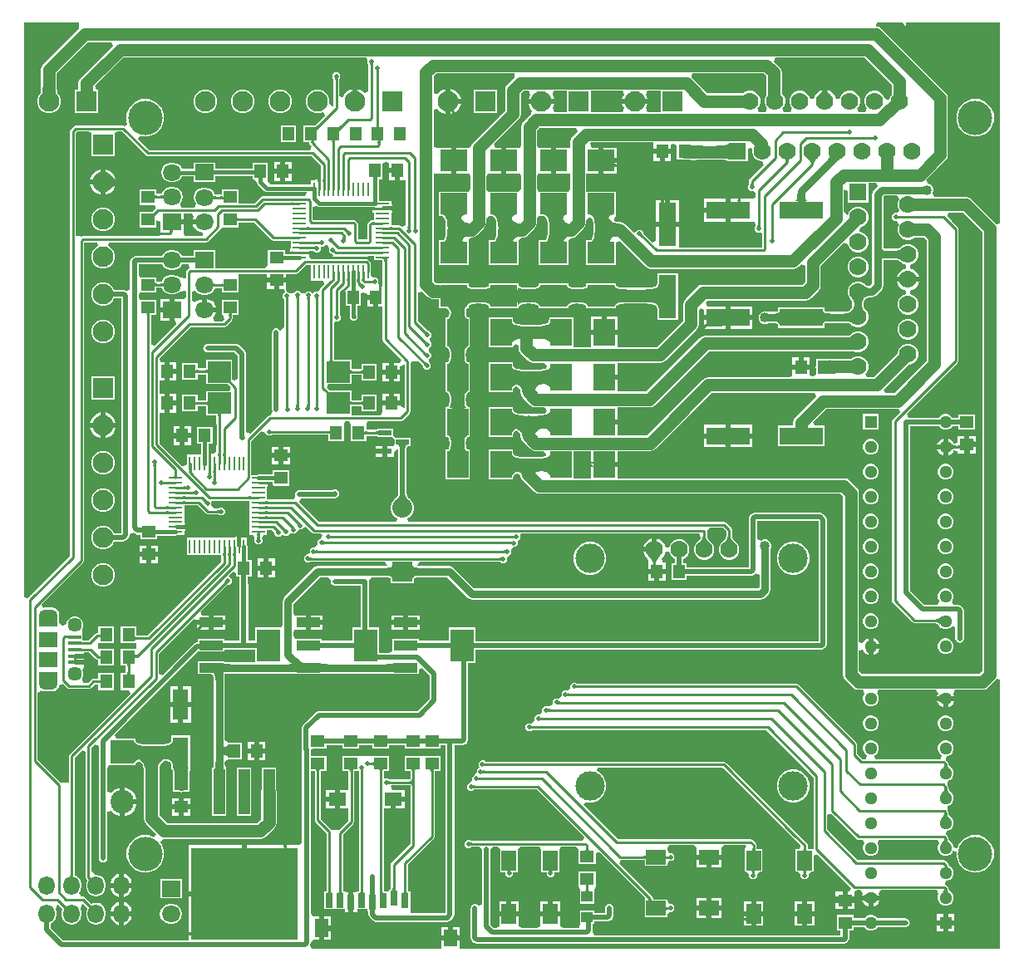
<source format=gtl>
G04*
G04 #@! TF.GenerationSoftware,Altium Limited,Altium Designer,21.2.1 (34)*
G04*
G04 Layer_Physical_Order=1*
G04 Layer_Color=255*
%FSTAX24Y24*%
%MOIN*%
G70*
G04*
G04 #@! TF.SameCoordinates,945BCF6C-99F2-443B-AAD4-787717A20437*
G04*
G04*
G04 #@! TF.FilePolarity,Positive*
G04*
G01*
G75*
%ADD10C,0.0200*%
%ADD17C,0.0100*%
%ADD21O,0.0750X0.0480*%
%ADD22R,0.0750X0.0590*%
%ADD23R,0.0530X0.0160*%
%ADD24R,0.0500X0.0550*%
%ADD25R,0.1080X0.0850*%
%ADD26R,0.1732X0.0709*%
%ADD27R,0.0709X0.1732*%
%ADD28R,0.0850X0.1080*%
%ADD29R,0.0550X0.0500*%
%ADD30R,0.0591X0.0787*%
%ADD31R,0.0787X0.0591*%
%ADD32R,0.0472X0.0433*%
%ADD33R,0.0551X0.0700*%
%ADD34R,0.0315X0.0591*%
%ADD35R,0.0709X0.0551*%
%ADD36R,0.0551X0.0748*%
%ADD37R,0.0945X0.0394*%
%ADD38R,0.0945X0.1299*%
%ADD39R,0.0520X0.0220*%
%ADD40R,0.0920X0.0860*%
%ADD41R,0.0580X0.0110*%
%ADD42R,0.0110X0.0580*%
%ADD43R,0.0630X0.1240*%
%ADD44R,0.0453X0.1811*%
%ADD45R,0.4252X0.3701*%
%ADD73R,0.0700X0.0700*%
%ADD74C,0.0700*%
%ADD75R,0.0510X0.0510*%
%ADD76C,0.0510*%
%ADD87R,0.0700X0.0700*%
%ADD90C,0.0150*%
%ADD91C,0.0500*%
%ADD92C,0.0300*%
%ADD93C,0.0240*%
%ADD94C,0.0570*%
%ADD95R,0.0827X0.0827*%
%ADD96C,0.0827*%
%ADD97R,0.0800X0.0800*%
%ADD98C,0.0800*%
%ADD99R,0.0827X0.0827*%
%ADD100O,0.0750X0.0650*%
%ADD101R,0.0750X0.0650*%
%ADD102O,0.0650X0.0750*%
%ADD103C,0.1378*%
%ADD104C,0.0945*%
%ADD105R,0.0945X0.0945*%
%ADD106C,0.0200*%
%ADD107C,0.1181*%
%ADD108C,0.0400*%
%ADD109C,0.0240*%
G36*
X049251Y041823D02*
X049101Y041777D01*
X049064Y041834D01*
X048094Y042804D01*
X047991Y042872D01*
X04787Y042896D01*
X046626D01*
X046587Y042954D01*
X04655Y043046D01*
X04658Y043118D01*
Y043222D01*
X04654Y043317D01*
X046467Y04339D01*
X046372Y04343D01*
X046342D01*
X046329Y043448D01*
X046287Y04358D01*
X047063Y044356D01*
X047132Y044459D01*
X047156Y04458D01*
Y04684D01*
X047132Y046961D01*
X047063Y047063D01*
X044483Y049644D01*
X044381Y049712D01*
X044286Y049731D01*
X044301Y049881D01*
X045325D01*
X045486Y049691D01*
X04549Y049694D01*
X04549Y049881D01*
X049251D01*
Y041823D01*
D02*
G37*
G36*
X024096Y048254D02*
X024093Y048249D01*
X02409Y048244D01*
X024087Y048237D01*
X024085Y04823D01*
X024083Y048222D01*
X024082Y048214D01*
X024081Y048204D01*
X02408Y048183D01*
X02398D01*
X02398Y048194D01*
X023978Y048214D01*
X023977Y048222D01*
X023975Y04823D01*
X023973Y048237D01*
X02397Y048244D01*
X023967Y048249D01*
X023964Y048254D01*
X02396Y048259D01*
X0241D01*
X024096Y048254D01*
D02*
G37*
G36*
X024356Y047974D02*
X024353Y047969D01*
X02435Y047964D01*
X024347Y047957D01*
X024345Y04795D01*
X024343Y047942D01*
X024342Y047934D01*
X024341Y047924D01*
X02434Y047903D01*
X02424D01*
X02424Y047914D01*
X024238Y047934D01*
X024237Y047942D01*
X024235Y04795D01*
X024233Y047957D01*
X02423Y047964D01*
X024227Y047969D01*
X024224Y047974D01*
X02422Y047979D01*
X02436D01*
X024356Y047974D01*
D02*
G37*
G36*
X022696Y047654D02*
X022693Y047649D01*
X02269Y047644D01*
X022687Y047637D01*
X022685Y04763D01*
X022683Y047622D01*
X022682Y047614D01*
X022681Y047604D01*
X02268Y047583D01*
X02258Y047583D01*
X02258Y047594D01*
X022578Y047614D01*
X022577Y047622D01*
X022575Y04763D01*
X022573Y047637D01*
X02257Y047644D01*
X022567Y047649D01*
X022564Y047654D01*
X02256Y047659D01*
X0227Y047659D01*
X022696Y047654D01*
D02*
G37*
G36*
X01232Y049646D02*
X012316Y049644D01*
X010881Y048208D01*
X010813Y048106D01*
X010789Y047985D01*
Y047234D01*
X010786Y047175D01*
X01078Y047115D01*
X010777Y047093D01*
X010773Y047076D01*
X010769Y047065D01*
X010767Y047061D01*
X010764Y047056D01*
X010761Y047048D01*
X010703Y04699D01*
X010631Y046816D01*
Y046627D01*
X010703Y046453D01*
X010836Y04632D01*
X01101Y046248D01*
X011199D01*
X011373Y04632D01*
X011506Y046453D01*
X011578Y046627D01*
Y046816D01*
X011506Y04699D01*
X011448Y047048D01*
X011446Y047056D01*
X011442Y047061D01*
X01144Y047065D01*
X011437Y047076D01*
X011433Y047093D01*
X011429Y047114D01*
X011421Y047243D01*
Y047854D01*
X012671Y049104D01*
X013606D01*
X013668Y048954D01*
X012381Y047667D01*
X012313Y047565D01*
X012289Y047444D01*
Y047195D01*
X012131D01*
Y046248D01*
X013078D01*
Y047195D01*
X012998D01*
X012953Y047345D01*
X014092Y048484D01*
X023834D01*
X02387Y048396D01*
Y048264D01*
X023908Y048226D01*
X023909Y048222D01*
X02391Y04822D01*
X02391Y048219D01*
X02391Y048219D01*
X02391Y048218D01*
X023911Y048217D01*
Y047129D01*
X023761Y047066D01*
X023671Y047157D01*
X023482Y047235D01*
X02348D01*
Y046721D01*
X02328D01*
Y047235D01*
X023278D01*
X023089Y047157D01*
X022945Y047012D01*
X022899Y046902D01*
X022749Y046932D01*
Y047617D01*
X02275Y047618D01*
X02275Y047619D01*
X02275Y047619D01*
X02275Y04762D01*
X022751Y047622D01*
X022752Y047626D01*
X02279Y047664D01*
Y047796D01*
X022696Y04789D01*
X022564D01*
X022482Y047809D01*
X02247Y047796D01*
Y047664D01*
X022508Y047626D01*
X022509Y047622D01*
X02251Y04762D01*
X02251Y047619D01*
X02251Y047619D01*
X02251Y047618D01*
X022511Y047617D01*
Y046553D01*
X022475Y046528D01*
X022353Y046626D01*
X022353Y046627D01*
Y046816D01*
X022281Y04699D01*
X022148Y047123D01*
X021974Y047195D01*
X021786D01*
X021612Y047123D01*
X021479Y04699D01*
X021407Y046816D01*
Y046627D01*
X021479Y046453D01*
X021612Y04632D01*
X021786Y046248D01*
X021974D01*
X022091Y046296D01*
X022176Y046169D01*
X021761Y045755D01*
X021751Y045747D01*
X021747Y045745D01*
X021726D01*
X021717Y045749D01*
X021712Y045747D01*
X021707Y045748D01*
X021702Y045745D01*
X0213D01*
Y045075D01*
X021544D01*
Y045044D01*
X021579Y044959D01*
X021624Y044914D01*
X021561Y044764D01*
X015114D01*
X014667Y045212D01*
X014752Y045339D01*
X014812Y045314D01*
X01511D01*
X015385Y045428D01*
X015596Y045639D01*
X01571Y045914D01*
Y046212D01*
X015596Y046487D01*
X015385Y046698D01*
X01511Y046812D01*
X014812D01*
X014536Y046698D01*
X014326Y046487D01*
X014212Y046212D01*
Y045914D01*
X014246Y04583D01*
X014239Y045819D01*
X014125Y04573D01*
X01408Y045749D01*
X01219D01*
X012106Y045714D01*
X011986Y045594D01*
X011951Y04551D01*
Y028479D01*
X010269Y026797D01*
X010251Y026798D01*
X010119Y026832D01*
Y049881D01*
X01232D01*
Y049646D01*
D02*
G37*
G36*
X011355Y047252D02*
X011364Y047106D01*
X011369Y04708D01*
X011374Y047058D01*
X01138Y04704D01*
X011387Y047026D01*
X011394Y047017D01*
X010815D01*
X010823Y047026D01*
X010829Y04704D01*
X010835Y047058D01*
X01084Y04708D01*
X010845Y047106D01*
X010851Y047171D01*
X010854Y047252D01*
X010855Y047299D01*
X011355D01*
X011355Y047252D01*
D02*
G37*
G36*
X035629Y046301D02*
X035103D01*
X035046Y046451D01*
X035115Y046619D01*
Y046621D01*
X034602D01*
X034089D01*
Y046619D01*
X034158Y046451D01*
X034101Y046301D01*
X03283D01*
Y047144D01*
X034103D01*
X034159Y046994D01*
X034089Y046824D01*
Y046821D01*
X034602D01*
X035115D01*
Y046824D01*
X035045Y046994D01*
X035102Y047144D01*
X035629D01*
Y046301D01*
D02*
G37*
G36*
X031883D02*
X031358D01*
X0313Y046451D01*
X03137Y046619D01*
Y046621D01*
X030856D01*
X030343D01*
Y046619D01*
X030421Y046431D01*
X03045Y046402D01*
X030461Y04636D01*
X030431Y046209D01*
X030429Y046208D01*
X030136Y045915D01*
X030068Y045813D01*
X030044Y045692D01*
Y044999D01*
X029993Y04487D01*
X029453D01*
Y044345D01*
Y04382D01*
X029993D01*
X030044Y043691D01*
Y04321D01*
X029953Y043098D01*
X028753D01*
X028646Y043203D01*
Y043698D01*
X028713Y04382D01*
X029253D01*
Y044345D01*
Y04487D01*
X029003D01*
X028946Y045009D01*
X029934Y045996D01*
X030002Y046099D01*
X030026Y04622D01*
Y047036D01*
X030134Y047144D01*
X030357D01*
X030413Y046994D01*
X030343Y046824D01*
Y046821D01*
X030856D01*
X03137D01*
Y046824D01*
X031299Y046994D01*
X031356Y047144D01*
X031883D01*
Y046301D01*
D02*
G37*
G36*
X044251Y04803D02*
X044251Y04803D01*
X044904Y047377D01*
Y046994D01*
X044872Y046962D01*
X044817Y046828D01*
X04478Y046791D01*
X044721Y046799D01*
X044618Y046841D01*
X044568Y046962D01*
X044452Y047078D01*
X044302Y04714D01*
X044138D01*
X043988Y047078D01*
X043872Y046962D01*
X04381Y046812D01*
Y046648D01*
X043872Y046498D01*
X043919Y046451D01*
X043857Y046301D01*
X043583D01*
X043521Y046451D01*
X043568Y046498D01*
X04363Y046648D01*
Y046812D01*
X043568Y046962D01*
X043452Y047078D01*
X043302Y04714D01*
X043138D01*
X042988Y047078D01*
X042872Y046962D01*
X04281Y046812D01*
X04267Y04682D01*
X042601Y046985D01*
X042475Y047111D01*
X04232Y047176D01*
Y047139D01*
X042331Y047123D01*
X042357Y047091D01*
X04242Y047023D01*
X042458Y046987D01*
X04232Y046983D01*
Y04673D01*
X04212D01*
Y046977D01*
X041968Y046973D01*
X042004Y047012D01*
X042091Y047118D01*
X042112Y047151D01*
X04212Y047165D01*
Y047176D01*
X041965Y047111D01*
X041839Y046985D01*
X04177Y04682D01*
X04163Y046812D01*
X041568Y046962D01*
X041452Y047078D01*
X041302Y04714D01*
X041138D01*
X040988Y047078D01*
X040872Y046962D01*
X04081Y046812D01*
Y046648D01*
X040872Y046498D01*
X040919Y046451D01*
X040857Y046301D01*
X040583D01*
X040521Y046451D01*
X040568Y046498D01*
X04063Y046648D01*
Y046812D01*
X040568Y046962D01*
X040498Y047032D01*
Y047877D01*
X040474Y047998D01*
X040405Y048101D01*
X040172Y048334D01*
X040234Y048484D01*
X043797D01*
X044251Y04803D01*
D02*
G37*
G36*
X039866Y047746D02*
Y046946D01*
X03981Y046812D01*
Y046648D01*
X039872Y046498D01*
X039919Y046451D01*
X039857Y046301D01*
X039583D01*
X039521Y046451D01*
X039568Y046498D01*
X03963Y046648D01*
Y046812D01*
X039568Y046962D01*
X039452Y047078D01*
X039302Y04714D01*
X039138D01*
X038988Y047078D01*
X038956Y047046D01*
X037521D01*
X036883Y047684D01*
X036869Y047693D01*
X036858Y047704D01*
X036912Y047854D01*
X039758D01*
X039866Y047746D01*
D02*
G37*
G36*
X02978Y047684D02*
X029779Y047684D01*
X029486Y047391D01*
X029418Y047288D01*
X029394Y047167D01*
Y046351D01*
X029193Y04615D01*
X029084Y046253D01*
X029084Y046396D01*
Y047195D01*
X028137D01*
Y046248D01*
X028934D01*
X029079Y046248D01*
X029181Y046138D01*
X028107Y045064D01*
X028053Y044983D01*
X02803Y044954D01*
X027932Y04487D01*
X027876Y04487D01*
X027424D01*
Y044345D01*
Y04382D01*
X027864D01*
X027964Y04382D01*
X028014Y043691D01*
Y043211D01*
X027924Y043098D01*
X026724D01*
Y042128D01*
X026823D01*
X026827Y042126D01*
X026867Y042122D01*
X026894Y042112D01*
X026919Y042095D01*
X026942Y042071D01*
X026963Y042036D01*
X026982Y041989D01*
X026998Y041931D01*
X027009Y041861D01*
X027016Y041781D01*
X027018Y041731D01*
Y041527D01*
X027017Y041481D01*
X02701Y041402D01*
X026999Y041334D01*
X026984Y041277D01*
X026965Y041231D01*
X026945Y041197D01*
X026923Y041173D01*
X0269Y041158D01*
X026875Y041149D01*
X026837Y041145D01*
X026831Y041141D01*
X026724D01*
Y040171D01*
X027924D01*
Y041141D01*
X028014Y041254D01*
X02802Y041254D01*
X028037D01*
X028158Y041278D01*
X028261Y041347D01*
X028554Y041639D01*
X028622Y041742D01*
X028646Y041863D01*
Y042023D01*
X028753Y042128D01*
X028852D01*
X028856Y042126D01*
X028896Y042122D01*
X028923Y042112D01*
X028948Y042095D01*
X02897Y042071D01*
X028992Y042036D01*
X029011Y041989D01*
X029026Y041931D01*
X029038Y041861D01*
X029045Y041781D01*
X029046Y041731D01*
Y041516D01*
X029045Y041472D01*
X029039Y041395D01*
X029028Y041328D01*
X029014Y041273D01*
X028996Y041228D01*
X028977Y041195D01*
X028956Y041172D01*
X028935Y041157D01*
X028911Y041148D01*
X028875Y041144D01*
X028869Y041141D01*
X028753D01*
Y040171D01*
X029953D01*
Y041141D01*
X03006Y041244D01*
X030067D01*
X030188Y041268D01*
X030291Y041336D01*
X030584Y041629D01*
X030652Y041732D01*
X030676Y041853D01*
Y042009D01*
X030751Y042128D01*
X030909D01*
X030913Y042126D01*
X030953Y042121D01*
X030981Y042112D01*
X031005Y042095D01*
X031028Y042071D01*
X031049Y042035D01*
X031068Y041989D01*
X031084Y041931D01*
X031096Y041861D01*
X031103Y041781D01*
X031104Y041731D01*
Y041505D01*
X031103Y041464D01*
X031097Y041388D01*
X031086Y041323D01*
X031073Y041269D01*
X031056Y041225D01*
X031038Y041193D01*
X031018Y041171D01*
X030998Y041157D01*
X030976Y041148D01*
X030943Y041144D01*
X030937Y041141D01*
X030741D01*
Y040171D01*
X031941D01*
Y041066D01*
X031945Y041072D01*
X031944Y041078D01*
X031945Y04108D01*
Y04108D01*
X031955Y041153D01*
X032052Y041237D01*
X032158Y041258D01*
X032261Y041326D01*
X032554Y041619D01*
X032622Y041722D01*
X032646Y041843D01*
Y041954D01*
X032717Y042021D01*
X032782Y042058D01*
X032854Y042042D01*
X032882Y042029D01*
X032898Y041989D01*
X032914Y041931D01*
X032926Y041861D01*
X032933Y041781D01*
X032934Y041731D01*
Y041527D01*
X032933Y041481D01*
X032926Y041402D01*
X032915Y041334D01*
X0329Y041277D01*
X032882Y041231D01*
X032861Y041197D01*
X032839Y041173D01*
X032817Y041158D01*
X032791Y041149D01*
X032753Y041145D01*
X032747Y041141D01*
X03265D01*
Y040171D01*
X03385D01*
Y041059D01*
X034Y041122D01*
X035025Y040097D01*
X035128Y040028D01*
X035249Y040004D01*
X04095D01*
X041071Y040028D01*
X041174Y040097D01*
X041274Y040197D01*
X041424Y040135D01*
Y039474D01*
X041316Y039366D01*
X037342D01*
X037221Y039342D01*
X037119Y039274D01*
X036627Y038781D01*
X036558Y038679D01*
X036534Y038558D01*
Y037911D01*
X035479Y036856D01*
X0339D01*
Y03735D01*
X033799D01*
Y03735D01*
Y03735D01*
X033375D01*
X03285D01*
Y036856D01*
X032128D01*
Y03805D01*
X031158D01*
Y037961D01*
X031156Y037957D01*
X031152Y037917D01*
X031142Y037889D01*
X031125Y037865D01*
X031101Y037842D01*
X031066Y037821D01*
X031019Y037802D01*
X030961Y037786D01*
X030891Y037774D01*
X030811Y037767D01*
X030761Y037766D01*
X030111D01*
X030061Y037767D01*
X029981Y037774D01*
X029912Y037786D01*
X029854Y037802D01*
X029807Y037821D01*
X029772Y037842D01*
X029748Y037865D01*
X029731Y037889D01*
X029722Y037917D01*
X029717Y037957D01*
X029714Y037963D01*
Y03805D01*
X028744D01*
Y03685D01*
X029714D01*
Y036905D01*
X029794Y036978D01*
X029804Y036977D01*
X029924Y036916D01*
Y036833D01*
X029948Y036712D01*
X030017Y036609D01*
X030309Y036316D01*
X030412Y036248D01*
X030533Y036224D01*
X03097D01*
X031049Y03614D01*
X031076Y036096D01*
X031044Y036012D01*
X031019Y036002D01*
X030961Y035986D01*
X030891Y035974D01*
X030811Y035967D01*
X030761Y035966D01*
X030111D01*
X030061Y035967D01*
X029981Y035974D01*
X029912Y035986D01*
X029854Y036002D01*
X029807Y036021D01*
X029772Y036042D01*
X029748Y036065D01*
X029731Y036089D01*
X029722Y036117D01*
X029717Y036157D01*
X029714Y036163D01*
Y03625D01*
X028744D01*
Y03505D01*
X029714D01*
Y035137D01*
X029717Y035143D01*
X029722Y035183D01*
X029731Y035211D01*
X029748Y035235D01*
X029772Y035258D01*
X029807Y035279D01*
X029846Y035295D01*
X029872Y035285D01*
X029918Y03526D01*
X029953Y03523D01*
X029979Y035196D01*
X029999Y035156D01*
X030011Y035108D01*
X030014Y035065D01*
Y035053D01*
X030038Y034932D01*
X030106Y034829D01*
X030399Y034536D01*
X030502Y034468D01*
X030623Y034444D01*
X03097D01*
X031049Y03436D01*
X031076Y034316D01*
X031044Y034232D01*
X031019Y034222D01*
X030961Y034206D01*
X030891Y034194D01*
X030811Y034187D01*
X030761Y034186D01*
X030111D01*
X030061Y034187D01*
X029981Y034194D01*
X029912Y034206D01*
X029854Y034222D01*
X029807Y034241D01*
X029772Y034262D01*
X029748Y034285D01*
X029731Y034309D01*
X029722Y034337D01*
X029717Y034377D01*
X029714Y034383D01*
Y03447D01*
X028744D01*
Y03327D01*
X029714D01*
Y033357D01*
X029717Y033363D01*
X029722Y033403D01*
X029731Y033431D01*
X029748Y033455D01*
X029772Y033478D01*
X029807Y033499D01*
X029849Y033517D01*
X029874Y033508D01*
X029919Y033484D01*
X029954Y033456D01*
X02998Y033424D01*
X029999Y033387D01*
X030011Y033344D01*
X030014Y033304D01*
Y033293D01*
X030038Y033172D01*
X030106Y033069D01*
X030399Y032777D01*
X030502Y032708D01*
X030623Y032684D01*
X030936D01*
X031038Y032542D01*
X031024Y032494D01*
X031019Y032492D01*
X030961Y032476D01*
X030891Y032464D01*
X030811Y032457D01*
X030761Y032456D01*
X030111D01*
X030061Y032457D01*
X029981Y032464D01*
X029912Y032476D01*
X029854Y032492D01*
X029807Y032511D01*
X029772Y032532D01*
X029748Y032555D01*
X029731Y032579D01*
X029722Y032607D01*
X029717Y032647D01*
X029714Y032653D01*
Y03274D01*
X028744D01*
Y03154D01*
X029714D01*
Y031627D01*
X029717Y031633D01*
X029722Y031673D01*
X029731Y031701D01*
X029748Y031725D01*
X029772Y031748D01*
X029807Y031769D01*
X029854Y031788D01*
X029859Y03179D01*
X029873Y031785D01*
X030005Y031708D01*
X030018Y031642D01*
X030087Y031539D01*
X030559Y031067D01*
X030662Y030998D01*
X030783Y030974D01*
X042846D01*
X042954Y030866D01*
Y023723D01*
X042978Y023602D01*
X043046Y023499D01*
X043339Y023207D01*
X043442Y023138D01*
X043563Y023114D01*
X043746D01*
X043808Y022964D01*
X043793Y022948D01*
X043745Y022833D01*
Y022707D01*
X043793Y022592D01*
X043882Y022503D01*
X043997Y022455D01*
X044123D01*
X044238Y022503D01*
X044327Y022592D01*
X044375Y022707D01*
Y022833D01*
X044327Y022948D01*
X044312Y022964D01*
X044374Y023114D01*
X04669D01*
X046759Y022971D01*
X046717Y02287D01*
X046787D01*
X046805Y022883D01*
X046829Y022902D01*
X046878Y022949D01*
Y02287D01*
X04706D01*
X047403D01*
X047361Y022971D01*
X04743Y023114D01*
X048547D01*
X048668Y023138D01*
X048771Y023207D01*
X049064Y023499D01*
X049101Y023556D01*
X049113Y023558D01*
X049251Y02351D01*
Y012719D01*
X027589D01*
Y013056D01*
X027214D01*
X026838D01*
Y012719D01*
X021638D01*
X021598Y012778D01*
X021562Y012869D01*
X021596Y012952D01*
X021608Y012974D01*
X021693Y013075D01*
X021753Y013075D01*
X021937D01*
Y013549D01*
Y014023D01*
X021753D01*
X021661Y014023D01*
X021603Y014149D01*
Y01985D01*
X021761D01*
Y01788D01*
X021796Y017796D01*
X022233Y017359D01*
Y015027D01*
X022134D01*
Y014316D01*
X02296D01*
Y014197D01*
X023118D01*
Y014593D01*
Y014887D01*
X02309D01*
X0231Y014888D01*
X023108Y014891D01*
X023115Y014896D01*
X023118Y014898D01*
Y014988D01*
X023002D01*
Y015027D01*
X022904D01*
Y017316D01*
X023314Y017727D01*
X023349Y017811D01*
Y01985D01*
X023532D01*
Y015027D01*
X023433D01*
Y014988D01*
X023318D01*
Y014593D01*
Y0143D01*
X023318D01*
X023318D01*
Y014197D01*
X023475D01*
Y014316D01*
X023866D01*
Y014237D01*
X023911D01*
Y014106D01*
X023961Y013984D01*
X024098Y013848D01*
X02422Y013797D01*
X027073D01*
X027195Y013848D01*
X027312Y013965D01*
X027363Y014087D01*
Y020887D01*
X027681D01*
X027804Y020938D01*
X027862Y020996D01*
X027913Y021119D01*
Y024193D01*
X028216D01*
Y024727D01*
X042091D01*
X042214Y024778D01*
X042272Y024836D01*
X042323Y024959D01*
Y02993D01*
X042272Y030052D01*
X042154Y030171D01*
X042031Y030222D01*
X039399D01*
X039276Y030171D01*
X039218Y030112D01*
X039167Y02999D01*
Y028033D01*
X03669D01*
Y028195D01*
X036553D01*
Y028368D01*
X036612Y028392D01*
X036728Y028508D01*
X03679Y028658D01*
Y028822D01*
X036728Y028972D01*
X036612Y029088D01*
X036462Y02915D01*
X036298D01*
X036148Y029088D01*
X036032Y028972D01*
X03597Y028822D01*
X03583Y02883D01*
X035761Y028995D01*
X035635Y029121D01*
X03548Y029186D01*
Y02874D01*
X03538D01*
Y02864D01*
X034934D01*
X034999Y028485D01*
X035108Y028376D01*
X035129Y028242D01*
X03513Y028211D01*
X03513Y028194D01*
Y02796D01*
X03583D01*
Y028235D01*
X035707D01*
X035693Y02826D01*
X035661Y028385D01*
X035761Y028485D01*
X03583Y02865D01*
X03597Y028658D01*
X036032Y028508D01*
X036148Y028392D01*
X036207Y028368D01*
Y028195D01*
X03607D01*
Y027525D01*
X03669D01*
Y027687D01*
X039281D01*
X039404Y027738D01*
X039443Y027776D01*
X039536Y027759D01*
X039593Y02773D01*
Y02722D01*
X03955Y027177D01*
X028154D01*
X02732Y028012D01*
X027159Y028078D01*
X025902D01*
X02589Y028087D01*
X025883Y028101D01*
X025976Y028251D01*
X029188D01*
X029189Y02825D01*
X029192Y02825D01*
X029196Y028248D01*
X029244Y0282D01*
X029376D01*
X02947Y028294D01*
X02947Y028392D01*
X029542Y028504D01*
X029571Y028535D01*
X02964Y028604D01*
Y028715D01*
X029653Y02875D01*
X029743Y028845D01*
X029821D01*
X029915Y028939D01*
Y029071D01*
X029912Y029075D01*
X029917Y029087D01*
X03001Y029181D01*
Y029313D01*
X030038Y029381D01*
X037169D01*
X037197Y029346D01*
X037223Y029299D01*
X037245Y029231D01*
X037241Y029223D01*
X037226Y029197D01*
X037207Y029169D01*
X037184Y029139D01*
X037125Y029072D01*
X037089Y029036D01*
X037084Y029024D01*
X037032Y028972D01*
X03697Y028822D01*
Y028658D01*
X037032Y028508D01*
X037148Y028392D01*
X037298Y02833D01*
X037462D01*
X037612Y028392D01*
X037728Y028508D01*
X03779Y028658D01*
Y028822D01*
X037728Y028972D01*
X037676Y029024D01*
X037671Y029036D01*
X037635Y029072D01*
X037576Y029139D01*
X037553Y029169D01*
X037534Y029197D01*
X037519Y029223D01*
X037507Y029246D01*
X0375Y029266D01*
X037499Y029271D01*
Y029497D01*
X0375Y0295D01*
X037617Y029611D01*
X038131D01*
X038261Y029481D01*
Y029271D01*
X03826Y029266D01*
X038253Y029246D01*
X038241Y029223D01*
X038226Y029197D01*
X038207Y029169D01*
X038184Y029139D01*
X038125Y029072D01*
X038089Y029036D01*
X038084Y029024D01*
X038032Y028972D01*
X03797Y028822D01*
Y028658D01*
X038032Y028508D01*
X038148Y028392D01*
X038298Y02833D01*
X038462D01*
X038612Y028392D01*
X038728Y028508D01*
X03879Y028658D01*
Y028822D01*
X038728Y028972D01*
X038676Y029024D01*
X038671Y029036D01*
X038635Y029072D01*
X038576Y029139D01*
X038553Y029169D01*
X038534Y029197D01*
X038519Y029223D01*
X038507Y029246D01*
X0385Y029266D01*
X038499Y029271D01*
Y02953D01*
X038464Y029614D01*
X038264Y029814D01*
X03818Y029849D01*
X02552D01*
X02549Y029999D01*
X025541Y03002D01*
X02567Y030149D01*
X02574Y030319D01*
Y030501D01*
X02567Y030671D01*
X025613Y030728D01*
X025608Y030739D01*
X025575Y030774D01*
X025547Y030806D01*
X025522Y030838D01*
X025502Y030869D01*
X025484Y030899D01*
X02547Y030928D01*
X02546Y030956D01*
X025455Y030975D01*
Y032832D01*
X025459Y032849D01*
X025465Y032863D01*
X02547Y032871D01*
X025473Y032875D01*
X025475Y032876D01*
X025477Y032877D01*
X025489Y032878D01*
X025493Y03288D01*
X025604D01*
Y03322D01*
X025291D01*
X025284Y033223D01*
X025276Y03322D01*
X025033D01*
X024952Y033241D01*
X024898Y033343D01*
Y033595D01*
X024258D01*
Y033544D01*
X02383D01*
Y033741D01*
X02383Y033765D01*
X023888Y033891D01*
X02522D01*
X025304Y033926D01*
X025574Y034196D01*
X025609Y03428D01*
Y036162D01*
X025635Y036292D01*
X025748Y0363D01*
X025912D01*
X025912Y0363D01*
X025935Y036276D01*
X026096Y036116D01*
X026096Y036116D01*
X026096Y036115D01*
X026097Y036113D01*
X026097Y036113D01*
X026097Y036113D01*
X026097Y036113D01*
X026099Y03611D01*
X0261Y036108D01*
Y036064D01*
X026194Y03597D01*
X026326D01*
X02642Y036064D01*
Y036196D01*
X026386Y03623D01*
X026347Y036331D01*
X02639Y036414D01*
X02643Y036454D01*
Y036586D01*
X026353Y036663D01*
X026349Y036762D01*
X026357Y036821D01*
X02644Y036904D01*
Y037036D01*
X026399Y037078D01*
X026367Y037176D01*
X026403Y037257D01*
X026438Y037291D01*
X02645Y037304D01*
Y037436D01*
X026356Y03753D01*
X026339Y03753D01*
X026303D01*
X026299Y037532D01*
X026298Y037533D01*
X026297Y037533D01*
X026296Y037534D01*
X026295Y037534D01*
X026294Y037534D01*
X025909Y037919D01*
Y039044D01*
X026059Y039106D01*
X026289Y038875D01*
X026392Y038807D01*
X026513Y038783D01*
X026598D01*
X026684Y03878D01*
X026724Y038777D01*
Y038439D01*
X026986D01*
X02699Y038437D01*
X02703Y038432D01*
X027057Y038423D01*
X027082Y038406D01*
X027105Y038382D01*
X027126Y038346D01*
X027145Y0383D01*
X027161Y038242D01*
X027163Y038225D01*
X027156Y038184D01*
X027142Y038135D01*
X027127Y038099D01*
X027111Y038075D01*
X027097Y038062D01*
X027086Y038056D01*
X027063Y038053D01*
X027063Y038053D01*
X027058Y03805D01*
X027012D01*
X027008Y037989D01*
X027009Y037986D01*
X027009Y037979D01*
X027012Y037974D01*
Y037D01*
X027012Y036926D01*
X027009Y036921D01*
X027009Y036914D01*
X027008Y036911D01*
X027012Y03685D01*
X027058D01*
X027063Y036847D01*
X027063Y036847D01*
X027086Y036844D01*
X027097Y036838D01*
X027111Y036825D01*
X027127Y036801D01*
X027142Y036765D01*
X027156Y036716D01*
X027167Y036657D01*
X027177Y036542D01*
X027175Y036515D01*
X027167Y036444D01*
X027156Y036384D01*
X027142Y036335D01*
X027127Y036299D01*
X027111Y036275D01*
X027097Y036262D01*
X027086Y036256D01*
X027063Y036253D01*
X027063Y036253D01*
X027058Y03625D01*
X027012D01*
X027008Y036189D01*
X027009Y036186D01*
X027009Y036179D01*
X027012Y036174D01*
Y0352D01*
X027012Y035126D01*
X027009Y035121D01*
X027009Y035114D01*
X027008Y035111D01*
X027012Y03505D01*
X027058D01*
X027063Y035047D01*
X027063Y035047D01*
X027086Y035044D01*
X027097Y035038D01*
X027111Y035025D01*
X027127Y035001D01*
X027142Y034965D01*
X027156Y034916D01*
X027167Y034857D01*
X027176Y03475D01*
X027175Y034735D01*
X027167Y034664D01*
X027156Y034604D01*
X027142Y034555D01*
X027127Y034519D01*
X027111Y034495D01*
X027097Y034482D01*
X027086Y034476D01*
X027063Y034473D01*
X027063Y034473D01*
X027058Y03447D01*
X027012D01*
X027008Y034409D01*
X027009Y034406D01*
X027009Y034399D01*
X027012Y034394D01*
Y03342D01*
X027012Y033346D01*
X027009Y033341D01*
X027009Y033334D01*
X027008Y033331D01*
X027012Y03327D01*
X027058D01*
X027063Y033267D01*
X027063Y033267D01*
X027086Y033264D01*
X027097Y033258D01*
X027111Y033245D01*
X027127Y033221D01*
X027142Y033185D01*
X027156Y033136D01*
X027167Y033077D01*
X027174Y032994D01*
X027167Y032934D01*
X027156Y032874D01*
X027142Y032825D01*
X027127Y032789D01*
X027111Y032765D01*
X027097Y032752D01*
X027086Y032746D01*
X027063Y032743D01*
X027063Y032743D01*
X027058Y03274D01*
X027012D01*
X027008Y032679D01*
X027009Y032676D01*
X027009Y032669D01*
X027012Y032664D01*
Y03154D01*
X027982D01*
Y03259D01*
X027982Y032664D01*
X027985Y032669D01*
X027984Y032676D01*
X027985Y032679D01*
X027982Y03274D01*
X027935D01*
X02793Y032743D01*
X02793Y032743D01*
X027908Y032746D01*
X027896Y032752D01*
X027882Y032765D01*
X027867Y032789D01*
X027852Y032825D01*
X027838Y032874D01*
X027827Y032933D01*
X02782Y033016D01*
X027827Y033076D01*
X027838Y033136D01*
X027852Y033185D01*
X027867Y033221D01*
X027882Y033245D01*
X027896Y033258D01*
X027908Y033264D01*
X02793Y033267D01*
X02793Y033267D01*
X027935Y03327D01*
X027982D01*
X027985Y033331D01*
X027984Y033334D01*
X027985Y033341D01*
X027982Y033346D01*
Y03432D01*
X027982Y034394D01*
X027985Y034399D01*
X027984Y034406D01*
X027985Y034409D01*
X027982Y03447D01*
X027935D01*
X02793Y034473D01*
X02793Y034473D01*
X027908Y034476D01*
X027896Y034482D01*
X027882Y034495D01*
X027867Y034519D01*
X027852Y034555D01*
X027838Y034604D01*
X027827Y034663D01*
X027817Y03477D01*
X027818Y034785D01*
X027827Y034856D01*
X027838Y034916D01*
X027852Y034965D01*
X027867Y035001D01*
X027882Y035025D01*
X027896Y035038D01*
X027908Y035044D01*
X02793Y035047D01*
X02793Y035047D01*
X027935Y03505D01*
X027982D01*
X027985Y035111D01*
X027984Y035114D01*
X027985Y035121D01*
X027982Y035126D01*
Y0361D01*
X027982Y036174D01*
X027985Y036179D01*
X027984Y036186D01*
X027985Y036189D01*
X027982Y03625D01*
X027935D01*
X02793Y036253D01*
X02793Y036253D01*
X027908Y036256D01*
X027896Y036262D01*
X027882Y036275D01*
X027867Y036299D01*
X027852Y036335D01*
X027838Y036384D01*
X027827Y036443D01*
X027817Y036558D01*
X027818Y036585D01*
X027827Y036656D01*
X027838Y036716D01*
X027852Y036765D01*
X027867Y036801D01*
X027882Y036825D01*
X027896Y036838D01*
X027908Y036844D01*
X02793Y036847D01*
X02793Y036847D01*
X027935Y03685D01*
X027982D01*
X027985Y036911D01*
X027984Y036914D01*
X027985Y036921D01*
X027982Y036926D01*
Y0379D01*
X027982Y037974D01*
X027985Y037979D01*
X027984Y037986D01*
X027985Y037989D01*
X027982Y03805D01*
X027935D01*
X02793Y038053D01*
X02793Y038053D01*
X027908Y038056D01*
X027896Y038062D01*
X027882Y038075D01*
X027867Y038099D01*
X027852Y038135D01*
X027838Y038184D01*
X027827Y038243D01*
X027824Y03827D01*
X027829Y03831D01*
X027839Y03836D01*
X02785Y038398D01*
X027861Y038423D01*
X027868Y038435D01*
X027869Y038435D01*
X027877Y038437D01*
X02788Y038439D01*
X027924D01*
Y038485D01*
X027927Y03849D01*
X02793Y038513D01*
X027936Y038525D01*
X027949Y038538D01*
X027973Y038554D01*
X028009Y038569D01*
X028057Y038583D01*
X028116Y038594D01*
X028271Y038607D01*
X028301Y038608D01*
X028375D01*
X028406Y038607D01*
X028488Y038602D01*
X028559Y038594D01*
X028619Y038583D01*
X028667Y038569D01*
X028703Y038554D01*
X028727Y038538D01*
X02874Y038525D01*
X028746Y038513D01*
X02875Y03849D01*
X02875Y03849D01*
X028753Y038485D01*
Y038439D01*
X028814Y038435D01*
X028816Y038436D01*
X028823Y038436D01*
X028828Y038439D01*
X029803D01*
X029877Y038439D01*
X029882Y038436D01*
X029889Y038436D01*
X029891Y038435D01*
X029953Y038439D01*
Y038485D01*
X029956Y03849D01*
X029956Y03849D01*
X029959Y038513D01*
X029965Y038525D01*
X029978Y038538D01*
X030002Y038554D01*
X030038Y038569D01*
X030086Y038583D01*
X030145Y038594D01*
X0303Y038607D01*
X03033Y038608D01*
X030364D01*
X030395Y038607D01*
X030477Y038602D01*
X030548Y038594D01*
X030608Y038583D01*
X030656Y038569D01*
X030692Y038554D01*
X030716Y038538D01*
X030729Y038525D01*
X030735Y038513D01*
X030738Y03849D01*
X030738Y03849D01*
X030741Y038485D01*
Y038439D01*
X030802Y038435D01*
X030805Y038436D01*
X030812Y038436D01*
X030817Y038439D01*
X031791D01*
X031865Y038439D01*
X03187Y038436D01*
X031878Y038436D01*
X03188Y038435D01*
X031941Y038439D01*
Y038485D01*
X031944Y03849D01*
X031944Y03849D01*
X031948Y038513D01*
X031954Y038525D01*
X031967Y038538D01*
X031991Y038554D01*
X032027Y038569D01*
X032075Y038583D01*
X032134Y038594D01*
X032288Y038607D01*
X032296Y038607D01*
X032304Y038607D01*
X032385Y038602D01*
X032456Y038594D01*
X032516Y038583D01*
X032565Y038569D01*
X032601Y038554D01*
X032625Y038538D01*
X032638Y038525D01*
X032644Y038513D01*
X032647Y03849D01*
X032647Y03849D01*
X03265Y038485D01*
Y038439D01*
X032711Y038435D01*
X032714Y038436D01*
X032721Y038436D01*
X032726Y038439D01*
X0337D01*
X033774Y038439D01*
X033779Y038436D01*
X033786Y038436D01*
X033789Y038435D01*
X03385Y038439D01*
Y038485D01*
X033853Y03849D01*
X033853Y03849D01*
X033856Y038513D01*
X033862Y038525D01*
X033875Y038538D01*
X033899Y038554D01*
X033935Y038569D01*
X033984Y038583D01*
X034043Y038594D01*
X034197Y038607D01*
X034228Y038608D01*
X035099D01*
X035148Y038606D01*
X035229Y038599D01*
X035299Y038588D01*
X035357Y038572D01*
X035403Y038553D01*
X035439Y038532D01*
X035463Y038509D01*
X03548Y038485D01*
X035489Y038457D01*
X035493Y038417D01*
X035496Y038413D01*
Y03796D01*
X036324D01*
Y039813D01*
X035496D01*
Y039435D01*
X035493Y039431D01*
X035489Y039391D01*
X03548Y039363D01*
X035463Y039339D01*
X035439Y039316D01*
X035403Y039295D01*
X035357Y039276D01*
X035299Y03926D01*
X035229Y039248D01*
X035148Y039241D01*
X035099Y03924D01*
X034228D01*
X034196Y039241D01*
X034115Y039246D01*
X034044Y039254D01*
X033984Y039265D01*
X033935Y039279D01*
X033899Y039294D01*
X033875Y039309D01*
X033862Y039323D01*
X033856Y039335D01*
X033853Y039357D01*
X033853Y039357D01*
X03385Y039362D01*
Y039409D01*
X033789Y039413D01*
X033786Y039412D01*
X033779Y039412D01*
X033774Y039409D01*
X0328D01*
X032726Y039409D01*
X032721Y039412D01*
X032714Y039412D01*
X032711Y039413D01*
X03265Y039409D01*
Y039362D01*
X032647Y039357D01*
X032647Y039357D01*
X032644Y039335D01*
X032638Y039323D01*
X032625Y039309D01*
X032601Y039294D01*
X032565Y039279D01*
X032516Y039265D01*
X032457Y039254D01*
X032303Y03924D01*
X032296Y03924D01*
X032288Y039241D01*
X032206Y039246D01*
X032135Y039254D01*
X032075Y039265D01*
X032027Y039279D01*
X031991Y039294D01*
X031967Y039309D01*
X031954Y039323D01*
X031948Y039335D01*
X031944Y039357D01*
X031944Y039357D01*
X031941Y039362D01*
Y039409D01*
X03188Y039413D01*
X031878Y039412D01*
X03187Y039412D01*
X031865Y039409D01*
X030891D01*
X030817Y039409D01*
X030812Y039412D01*
X030805Y039412D01*
X030802Y039413D01*
X030741Y039409D01*
Y039362D01*
X030738Y039357D01*
X030738Y039357D01*
X030735Y039335D01*
X030729Y039323D01*
X030716Y039309D01*
X030692Y039294D01*
X030656Y039279D01*
X030608Y039265D01*
X030549Y039254D01*
X030394Y03924D01*
X030364Y03924D01*
X03033D01*
X030299Y039241D01*
X030217Y039246D01*
X030146Y039254D01*
X030086Y039265D01*
X030038Y039279D01*
X030002Y039294D01*
X029978Y039309D01*
X029965Y039323D01*
X029959Y039335D01*
X029956Y039357D01*
X029956Y039357D01*
X029953Y039362D01*
Y039409D01*
X029891Y039413D01*
X029889Y039412D01*
X029882Y039412D01*
X029877Y039409D01*
X028903D01*
X028828Y039409D01*
X028823Y039412D01*
X028816Y039412D01*
X028814Y039413D01*
X028753Y039409D01*
Y039362D01*
X02875Y039357D01*
X028749Y039357D01*
X028746Y039335D01*
X02874Y039323D01*
X028727Y039309D01*
X028703Y039294D01*
X028667Y039279D01*
X028619Y039265D01*
X02856Y039254D01*
X028405Y03924D01*
X028375Y03924D01*
X028301D01*
X02827Y039241D01*
X028188Y039246D01*
X028117Y039254D01*
X028057Y039265D01*
X028009Y039279D01*
X027973Y039294D01*
X027949Y039309D01*
X027936Y039323D01*
X02793Y039335D01*
X027927Y039357D01*
X027927Y039357D01*
X027924Y039362D01*
Y039409D01*
X027863Y039413D01*
X02786Y039412D01*
X027853Y039412D01*
X027848Y039409D01*
X027179D01*
X027149Y039415D01*
X026644D01*
X026536Y039523D01*
Y043815D01*
X026684Y04382D01*
X026686Y04382D01*
X027224D01*
Y044345D01*
Y044769D01*
X02722D01*
X027224Y044769D01*
Y04487D01*
X026686D01*
X026684Y04487D01*
X026536Y044876D01*
Y046375D01*
X026636Y046415D01*
X026686Y04642D01*
X02682Y046286D01*
X027008Y046208D01*
X027011D01*
Y046721D01*
Y047235D01*
X027008D01*
X02682Y047157D01*
X026686Y047023D01*
X026636Y047028D01*
X026536Y047068D01*
Y047746D01*
X026644Y047854D01*
X02978D01*
Y047684D01*
D02*
G37*
G36*
X024341Y045765D02*
X024342Y045747D01*
X024344Y045732D01*
X024348Y045719D01*
X024353Y045708D01*
X024358Y045699D01*
X024365Y045692D01*
X024372Y045687D01*
X024381Y045684D01*
X02439Y045683D01*
X02419D01*
X0242Y045684D01*
X024208Y045687D01*
X024216Y045692D01*
X024222Y045699D01*
X024227Y045708D01*
X024232Y045719D01*
X024235Y045732D01*
X024238Y045747D01*
X024239Y045765D01*
X02424Y045784D01*
X02434D01*
X024341Y045765D01*
D02*
G37*
G36*
X02193Y045684D02*
X02191Y045663D01*
X021879Y045627D01*
X021867Y04561D01*
X021859Y045595D01*
X021853Y045582D01*
X02185Y04557D01*
Y045559D01*
X021853Y04555D01*
X021859Y045542D01*
X021717Y045684D01*
X021725Y045678D01*
X021734Y045675D01*
X021745D01*
X021757Y045678D01*
X02177Y045684D01*
X021785Y045692D01*
X021802Y045704D01*
X021819Y045718D01*
X021859Y045755D01*
X02193Y045684D01*
D02*
G37*
G36*
X022865Y045694D02*
X022839Y045668D01*
X022783Y045601D01*
X02277Y045582D01*
X022761Y045565D01*
X022755Y04555D01*
X022753Y045538D01*
X022754Y045527D01*
X022758Y045517D01*
X022642Y045683D01*
X022649Y045676D01*
X022657Y045672D01*
X022667Y045672D01*
X022679Y045674D01*
X022692Y04568D01*
X022707Y045689D01*
X022724Y045701D01*
X022742Y045716D01*
X022784Y045755D01*
X022865Y045694D01*
D02*
G37*
G36*
X043149Y04541D02*
X043144Y045414D01*
X043139Y045417D01*
X043134Y04542D01*
X043127Y045423D01*
X04312Y045425D01*
X043112Y045427D01*
X043104Y045428D01*
X043094Y045429D01*
X043073Y04543D01*
Y04553D01*
X043084Y04553D01*
X043104Y045532D01*
X043112Y045533D01*
X04312Y045535D01*
X043127Y045537D01*
X043134Y04554D01*
X043139Y045543D01*
X043144Y045546D01*
X043149Y04555D01*
Y04541D01*
D02*
G37*
G36*
X044162Y045177D02*
X044158Y045182D01*
X044153Y045186D01*
X044148Y045189D01*
X044142Y045192D01*
X044135Y045194D01*
X044127Y045196D01*
X044118Y045198D01*
X044109Y045199D01*
X044099Y0452D01*
X044088Y0452D01*
X0441Y0453D01*
X044111Y0453D01*
X04413Y045302D01*
X044139Y045303D01*
X044147Y045304D01*
X044154Y045306D01*
X044161Y045308D01*
X044166Y045311D01*
X044172Y045314D01*
X044176Y045317D01*
X044162Y045177D01*
D02*
G37*
G36*
X021747Y045136D02*
X02174Y045134D01*
X021734Y045129D01*
X021728Y045122D01*
X021724Y045114D01*
X02172Y045104D01*
X021717Y045091D01*
X021715Y045077D01*
X021713Y045061D01*
X021713Y045044D01*
X021613D01*
X021612Y045061D01*
X021611Y045077D01*
X021609Y045091D01*
X021606Y045104D01*
X021602Y045114D01*
X021598Y045122D01*
X021592Y045129D01*
X021586Y045134D01*
X021578Y045136D01*
X02157Y045137D01*
X021756D01*
X021747Y045136D01*
D02*
G37*
G36*
X02443Y045135D02*
X024422Y045132D01*
X024415Y045127D01*
X024408Y04512D01*
X024402Y045111D01*
X024398Y0451D01*
X024395Y045087D01*
X024392Y045072D01*
X02439Y045055D01*
X02439Y045036D01*
X02429D01*
X02429Y045055D01*
X024288Y045072D01*
X024286Y045087D01*
X024282Y0451D01*
X024278Y045111D01*
X024272Y04512D01*
X024265Y045127D01*
X024258Y045132D01*
X024249Y045135D01*
X02424Y045136D01*
X02444D01*
X02443Y045135D01*
D02*
G37*
G36*
X02261D02*
X022602Y045132D01*
X022594Y045127D01*
X022588Y04512D01*
X022582Y045111D01*
X022578Y0451D01*
X022574Y045087D01*
X022572Y045072D01*
X02257Y045055D01*
X02257Y045036D01*
X02247D01*
X022469Y045055D01*
X022468Y045072D01*
X022465Y045087D01*
X022462Y0451D01*
X022457Y045111D01*
X022452Y04512D01*
X022445Y045127D01*
X022438Y045132D01*
X022429Y045135D01*
X02242Y045136D01*
X02262D01*
X02261Y045135D01*
D02*
G37*
G36*
X032314Y045519D02*
X032106Y045311D01*
X032038Y045208D01*
X032014Y045087D01*
Y045011D01*
X031991Y04487D01*
X031864Y04487D01*
X031451D01*
Y044345D01*
Y04382D01*
X031864D01*
X031991Y04382D01*
X032014Y04368D01*
Y043222D01*
X031951Y043098D01*
X030751D01*
X030676Y043217D01*
Y043685D01*
X030711Y04382D01*
X030826Y04382D01*
X031251D01*
Y044345D01*
Y04487D01*
X030826D01*
X030711Y04487D01*
X030676Y045006D01*
Y045561D01*
X030784Y045669D01*
X032252D01*
X032314Y045519D01*
D02*
G37*
G36*
X01498Y044561D02*
X015065Y044526D01*
X021625D01*
X022007Y044145D01*
Y04359D01*
X021774D01*
Y04355D01*
X021617D01*
Y043376D01*
X020384D01*
X020377Y043379D01*
X020371Y043376D01*
X019995D01*
X019878Y043513D01*
X01989Y043575D01*
X01989D01*
Y044245D01*
X01927D01*
Y044026D01*
X017775D01*
Y044265D01*
X016905D01*
Y044016D01*
X016453D01*
X016453Y04402D01*
X016368Y044148D01*
X01624Y044233D01*
X01609Y044263D01*
X01599D01*
X01584Y044233D01*
X015712Y044148D01*
X015627Y04402D01*
X015597Y04387D01*
X015627Y04372D01*
X015712Y043592D01*
X01584Y043507D01*
X01599Y043477D01*
X01609D01*
X01624Y043507D01*
X016368Y043592D01*
X016453Y04372D01*
X016453Y043724D01*
X016905D01*
Y043495D01*
X017775D01*
Y043734D01*
X01927D01*
Y043575D01*
X019313D01*
X019434Y0435D01*
X019477Y043397D01*
X019747Y043127D01*
X019747Y043127D01*
X01985Y043084D01*
X01985Y043084D01*
X02038D01*
X02038Y043084D01*
X02038Y043084D01*
X021442D01*
X021455Y043059D01*
X021363Y042909D01*
X01969D01*
X019606Y042874D01*
X019371Y042639D01*
X018695D01*
Y04319D01*
X018025D01*
Y042989D01*
X017762D01*
X017759Y04299D01*
X017753Y04302D01*
X017668Y043148D01*
X01754Y043233D01*
X01739Y043263D01*
X01729D01*
X01714Y043233D01*
X017012Y043148D01*
X016927Y04302D01*
X016897Y04287D01*
X016927Y04272D01*
X016995Y042619D01*
X016964Y042522D01*
X016928Y042469D01*
X016423D01*
X01638Y042581D01*
X016372Y042619D01*
X016453Y04274D01*
X016483Y04289D01*
X016453Y04304D01*
X016368Y043168D01*
X01624Y043253D01*
X01609Y043283D01*
X01599D01*
X01584Y043253D01*
X015712Y043168D01*
X015627Y04304D01*
X015621Y04301D01*
X015618Y043009D01*
X015415D01*
Y04319D01*
X014745D01*
Y04257D01*
X015331D01*
X015368Y042486D01*
X015377Y04242D01*
X015256Y042299D01*
X015245Y042292D01*
X015242Y04229D01*
X015219D01*
X015212Y042293D01*
X015207Y04229D01*
X015202Y042292D01*
X015199Y04229D01*
X014745D01*
Y04167D01*
X015415D01*
Y041967D01*
X015565Y041883D01*
Y041455D01*
X015565D01*
X015555Y041309D01*
X012564D01*
X012459Y041309D01*
X012423Y041294D01*
X012416Y041294D01*
X012389Y04132D01*
X012189Y04132D01*
Y045461D01*
X012239Y045511D01*
X012666D01*
X012797Y045463D01*
X012797Y045361D01*
Y044517D01*
X013743D01*
Y045361D01*
X013743Y045463D01*
X013874Y045511D01*
X014031D01*
X01498Y044561D01*
D02*
G37*
G36*
X036854Y044977D02*
X036869Y044972D01*
X036894Y044967D01*
X036929Y044962D01*
X037029Y044955D01*
X037349Y04495D01*
Y04445D01*
X036849Y044436D01*
Y044984D01*
X036854Y044977D01*
D02*
G37*
G36*
X038371Y044381D02*
X038366Y044394D01*
X038351Y044406D01*
X038326Y044416D01*
X038291Y044425D01*
X038246Y044433D01*
X038191Y044439D01*
X038051Y044447D01*
X037871Y04445D01*
Y04495D01*
X037966Y044951D01*
X038191Y044971D01*
X038246Y044982D01*
X038291Y044996D01*
X038326Y045013D01*
X038351Y045032D01*
X038366Y045054D01*
X038371Y045079D01*
Y044381D01*
D02*
G37*
G36*
X040807Y044391D02*
X040796Y044387D01*
X040786Y044382D01*
X040777Y044375D01*
X04077Y044367D01*
X040763Y044358D01*
X040758Y044347D01*
X040754Y044335D01*
X040751Y044321D01*
X040749Y044305D01*
X040749Y044289D01*
X040649D01*
X040648Y044307D01*
X040646Y044323D01*
X040644Y044338D01*
X04064Y044352D01*
X040635Y044364D01*
X040628Y044375D01*
X040621Y044384D01*
X040613Y044392D01*
X040603Y044399D01*
X040592Y044404D01*
X040807Y044391D01*
D02*
G37*
G36*
X041909Y044431D02*
X041854Y044376D01*
X041832Y044349D01*
X041813Y044322D01*
X041797Y044295D01*
X041785Y044268D01*
X041777Y044242D01*
X041772Y044216D01*
X04177Y04419D01*
X04167D01*
X041668Y044216D01*
X041663Y044242D01*
X041655Y044268D01*
X041643Y044295D01*
X041627Y044322D01*
X041608Y044349D01*
X041586Y044376D01*
X04156Y044403D01*
X041531Y044431D01*
X041498Y044459D01*
X041942D01*
X041909Y044431D01*
D02*
G37*
G36*
X042837Y0444D02*
X042816Y044391D01*
X042793Y044379D01*
X042767Y044363D01*
X04274Y044344D01*
X042678Y044296D01*
X042609Y044234D01*
X04253Y044158D01*
X042304Y044356D01*
X042329Y044382D01*
X04235Y044409D01*
X042368Y044434D01*
X042382Y04446D01*
X042393Y044485D01*
X0424Y04451D01*
X042403Y044535D01*
Y044559D01*
X0424Y044583D01*
X042393Y044607D01*
X042837Y0444D01*
D02*
G37*
G36*
X023164Y043489D02*
X023056D01*
X023057Y04349D01*
X023058Y043493D01*
X023058Y043498D01*
X023059Y043514D01*
X02306Y043589D01*
X02316D01*
X023164Y043489D01*
D02*
G37*
G36*
X022967D02*
X02286D01*
X02286Y04349D01*
X022861Y043493D01*
X022862Y043498D01*
X022862Y043514D01*
X022863Y043589D01*
X022963D01*
X022967Y043489D01*
D02*
G37*
G36*
X02277D02*
X022663D01*
X022664Y04349D01*
X022664Y043493D01*
X022665Y043498D01*
X022666Y043514D01*
X022667Y043589D01*
X022767D01*
X02277Y043489D01*
D02*
G37*
G36*
X022574D02*
X022466D01*
X022467Y04349D01*
X022467Y043493D01*
X022468Y043498D01*
X022469Y043514D01*
X02247Y043589D01*
X02257D01*
X022574Y043489D01*
D02*
G37*
G36*
X022377D02*
X022269D01*
X02227Y04349D01*
X02227Y043493D01*
X022271Y043498D01*
X022272Y043514D01*
X022273Y043589D01*
X022373D01*
X022377Y043489D01*
D02*
G37*
G36*
X02218D02*
X022072D01*
X022073Y04349D01*
X022074Y043493D01*
X022074Y043498D01*
X022075Y043514D01*
X022076Y043589D01*
X022176D01*
X02218Y043489D01*
D02*
G37*
G36*
X021983D02*
X021875D01*
X021876Y04349D01*
X021877Y043493D01*
X021877Y043498D01*
X021878Y043514D01*
X021879Y043589D01*
X021979D01*
X021983Y043489D01*
D02*
G37*
G36*
X039341Y043434D02*
X039343Y043415D01*
X039345Y043407D01*
X039347Y043399D01*
X03935Y043393D01*
X039353Y043387D01*
X039356Y043381D01*
X03936Y043377D01*
X039365Y043373D01*
X039228Y043347D01*
X03923Y043351D01*
X039232Y043356D01*
X039234Y043362D01*
X039236Y043368D01*
X039238Y043375D01*
X03924Y043392D01*
X03924Y043401D01*
X039241Y043422D01*
X039341Y043445D01*
X039341Y043434D01*
D02*
G37*
G36*
X015683Y04279D02*
X015682Y0428D01*
X015679Y042808D01*
X015673Y042816D01*
X015665Y042822D01*
X015655Y042828D01*
X015642Y042832D01*
X015627Y042836D01*
X01561Y042838D01*
X015591Y042839D01*
X01557Y04284D01*
Y04294D01*
X015591Y042941D01*
X01561Y042942D01*
X015627Y042944D01*
X015642Y042948D01*
X015655Y042952D01*
X015665Y042958D01*
X015673Y042964D01*
X015679Y042972D01*
X015682Y04298D01*
X015683Y04299D01*
Y04279D01*
D02*
G37*
G36*
X015354Y04298D02*
X015357Y042972D01*
X015362Y042965D01*
X015369Y042958D01*
X015378Y042952D01*
X015389Y042948D01*
X015402Y042944D01*
X015417Y042942D01*
X015435Y042941D01*
X015454Y04294D01*
Y04284D01*
X015435Y042839D01*
X015417Y042838D01*
X015402Y042835D01*
X015389Y042832D01*
X015378Y042828D01*
X015369Y042822D01*
X015362Y042815D01*
X015357Y042808D01*
X015354Y0428D01*
X015353Y04279D01*
Y04299D01*
X015354Y04298D01*
D02*
G37*
G36*
X017698Y04296D02*
X017701Y042952D01*
X017707Y042944D01*
X017715Y042938D01*
X017725Y042932D01*
X017738Y042928D01*
X017753Y042924D01*
X01777Y042922D01*
X017789Y04292D01*
X01781Y04292D01*
Y04282D01*
X017789Y042819D01*
X01777Y042818D01*
X017753Y042816D01*
X017738Y042812D01*
X017725Y042808D01*
X017715Y042802D01*
X017707Y042796D01*
X017701Y042788D01*
X017698Y04278D01*
X017697Y04277D01*
Y04297D01*
X017698Y04296D01*
D02*
G37*
G36*
X018087Y04277D02*
X018086Y042779D01*
X018083Y042788D01*
X018078Y042796D01*
X018071Y042802D01*
X018062Y042807D01*
X018051Y042812D01*
X018038Y042815D01*
X018023Y042818D01*
X018005Y042819D01*
X017986Y04282D01*
Y04292D01*
X018005Y04292D01*
X018023Y042922D01*
X018038Y042924D01*
X018051Y042928D01*
X018062Y042933D01*
X018071Y042938D01*
X018078Y042944D01*
X018083Y042952D01*
X018086Y042961D01*
X018087Y04297D01*
Y04277D01*
D02*
G37*
G36*
X041421Y042956D02*
X041426Y042905D01*
X041434Y04286D01*
X041444Y042821D01*
X041458Y042788D01*
X041474Y042761D01*
X041494Y04274D01*
X041516Y042725D01*
X041542Y042716D01*
X04157Y042713D01*
X04097D01*
X040999Y042716D01*
X041024Y042725D01*
X041047Y04274D01*
X041066Y042761D01*
X041083Y042788D01*
X041096Y042821D01*
X041107Y04286D01*
X041114Y042905D01*
X041118Y042956D01*
X04112Y043013D01*
X04142D01*
X041421Y042956D01*
D02*
G37*
G36*
X03883Y042794D02*
X038832Y042777D01*
X038835Y042762D01*
X038838Y042749D01*
X038842Y042738D01*
X038848Y042729D01*
X038854Y042722D01*
X038862Y042717D01*
X03887Y042714D01*
X03888Y042713D01*
X03868D01*
X038689Y042714D01*
X038698Y042717D01*
X038705Y042722D01*
X038712Y042729D01*
X038718Y042738D01*
X038722Y042749D01*
X038726Y042762D01*
X038728Y042777D01*
X03873Y042794D01*
X03873Y042813D01*
X03883D01*
X03883Y042794D01*
D02*
G37*
G36*
X044296Y04343D02*
X044328Y043304D01*
X044179Y043155D01*
X044113Y042994D01*
Y040756D01*
Y039404D01*
X044016Y039307D01*
X043964D01*
X04396Y039308D01*
X043937Y039315D01*
X043915Y039324D01*
X043895Y039333D01*
X043878Y039344D01*
X043861Y039357D01*
X043844Y039373D01*
X043833Y039377D01*
X043782Y039428D01*
X043632Y03949D01*
X043468D01*
X043318Y039428D01*
X043202Y039312D01*
X04314Y039162D01*
Y038998D01*
X043202Y038848D01*
X043253Y038797D01*
X043257Y038786D01*
X043273Y038769D01*
X043286Y038752D01*
X043297Y038735D01*
X043306Y038715D01*
X043315Y038693D01*
X043322Y03867D01*
X043323Y038666D01*
Y038494D01*
X043322Y03849D01*
X043315Y038467D01*
X043306Y038445D01*
X043297Y038425D01*
X043286Y038408D01*
X043273Y038391D01*
X043257Y038374D01*
X043254Y038364D01*
X043244Y03836D01*
X043227Y038343D01*
X043212Y038331D01*
X043195Y03832D01*
X043176Y03831D01*
X043155Y038301D01*
X043132Y038294D01*
X043126Y038292D01*
X042291D01*
X04226Y038301D01*
X042235Y038311D01*
X042218Y038321D01*
X042207Y038331D01*
X042201Y03834D01*
X042197Y038351D01*
X042195Y038372D01*
X042193Y038376D01*
Y038464D01*
X040341D01*
Y038361D01*
X040338Y038357D01*
X040336Y038336D01*
X040332Y038325D01*
X040326Y038316D01*
X040315Y038306D01*
X040298Y038296D01*
X040274Y038286D01*
X040243Y038277D01*
X039927D01*
X039872Y0383D01*
X039768D01*
X039673Y03826D01*
X0396Y038187D01*
X03956Y038092D01*
Y037988D01*
X0396Y037893D01*
X039673Y03782D01*
X039768Y03778D01*
X039872D01*
X039967Y03782D01*
X03997Y037823D01*
X040243D01*
X040274Y037814D01*
X040298Y037804D01*
X040315Y037794D01*
X040326Y037784D01*
X040332Y037775D01*
X040336Y037764D01*
X040338Y037743D01*
X040341Y037739D01*
Y037636D01*
X042193D01*
Y037754D01*
X042195Y037758D01*
X042197Y037779D01*
X042201Y03779D01*
X042207Y037799D01*
X042218Y037809D01*
X042235Y037819D01*
X04226Y037829D01*
X042291Y037838D01*
X043147D01*
X043148Y037837D01*
X043173Y037831D01*
X043195Y037822D01*
X043215Y037813D01*
X043234Y037802D01*
X043251Y03779D01*
X043269Y037775D01*
X043278Y037772D01*
X043318Y037732D01*
X043468Y03767D01*
X043632D01*
X043782Y037732D01*
X043898Y037848D01*
X04396Y037998D01*
Y038162D01*
X043898Y038312D01*
X043847Y038363D01*
X043843Y038374D01*
X043827Y038391D01*
X043814Y038408D01*
X043803Y038425D01*
X043794Y038445D01*
X043785Y038467D01*
X043778Y03849D01*
X043777Y038494D01*
Y038666D01*
X043778Y03867D01*
X043785Y038693D01*
X043794Y038715D01*
X043803Y038735D01*
X043814Y038752D01*
X043827Y038769D01*
X043843Y038786D01*
X043843Y038787D01*
X043844Y038787D01*
X043861Y038803D01*
X043878Y038816D01*
X043895Y038827D01*
X043915Y038836D01*
X043937Y038845D01*
X04396Y038852D01*
X043964Y038853D01*
X04411D01*
X044271Y038919D01*
X044501Y039149D01*
X044567Y03931D01*
Y040353D01*
X045136D01*
X04514Y040352D01*
X045163Y040345D01*
X045185Y040336D01*
X045205Y040327D01*
X045222Y040316D01*
X045239Y040303D01*
X045256Y040287D01*
X045267Y040283D01*
X045318Y040232D01*
X045468Y04017D01*
X04546Y04003D01*
X045295Y039961D01*
X045169Y039835D01*
X045104Y03968D01*
X04555D01*
X045996D01*
X045931Y039835D01*
X045805Y039961D01*
X04564Y04003D01*
X045632Y04017D01*
X045782Y040232D01*
X045898Y040348D01*
X04596Y040498D01*
Y040662D01*
X045898Y040812D01*
X045782Y040928D01*
X045632Y04099D01*
X045468D01*
X045318Y040928D01*
X045267Y040877D01*
X045256Y040873D01*
X045239Y040857D01*
X045222Y040844D01*
X045205Y040833D01*
X045185Y040824D01*
X045163Y040815D01*
X04514Y040808D01*
X045136Y040807D01*
X04461D01*
X044567Y04085D01*
Y0429D01*
X04461Y042943D01*
X045121D01*
X045162Y042876D01*
X045194Y042793D01*
X04514Y042662D01*
Y042498D01*
X045195Y042366D01*
X045146Y04229D01*
X045098Y04224D01*
X045004D01*
X04491Y042146D01*
Y042014D01*
X045004Y04192D01*
X045098D01*
X045146Y04187D01*
X045195Y041794D01*
X04514Y041662D01*
Y041498D01*
X045202Y041348D01*
X045318Y041232D01*
X045468Y04117D01*
X045632D01*
X045782Y041232D01*
X045814Y041264D01*
X046186D01*
X046294Y041156D01*
Y036311D01*
X044999Y035016D01*
X044645D01*
X044583Y035166D01*
X045587Y03617D01*
X045632D01*
X045782Y036232D01*
X045898Y036348D01*
X04596Y036498D01*
Y036662D01*
X045898Y036812D01*
X045782Y036928D01*
X045632Y03699D01*
X045468D01*
X045318Y036928D01*
X045202Y036812D01*
X04514Y036662D01*
Y036617D01*
X044179Y035656D01*
X043918D01*
X043856Y035806D01*
X043898Y035848D01*
X04396Y035998D01*
Y036162D01*
X043898Y036312D01*
X043782Y036428D01*
X043632Y03649D01*
X043468D01*
X043318Y036428D01*
X043286Y036396D01*
X042687D01*
X042665Y036396D01*
X04248Y036401D01*
X04248Y036405D01*
X042419Y036409D01*
X042411Y036406D01*
X042399Y036406D01*
X042399Y036405D01*
X04186D01*
Y036111D01*
X041854Y03608D01*
Y03607D01*
X04186Y036039D01*
X04186Y035758D01*
X041739Y035674D01*
X04162Y035719D01*
X04162Y035806D01*
Y03597D01*
X04092D01*
Y035806D01*
X04092Y035695D01*
X040786Y035656D01*
X03755D01*
X037429Y035632D01*
X037327Y035563D01*
X035079Y033316D01*
X0339D01*
Y03377D01*
X033799D01*
Y03377D01*
Y03377D01*
X033375D01*
X03295D01*
Y03397D01*
X033375D01*
X0339D01*
Y034444D01*
X03518D01*
X035301Y034468D01*
X035403Y034536D01*
X037561Y036694D01*
X043339D01*
X043387Y036704D01*
X043468Y03667D01*
X043632D01*
X043782Y036732D01*
X043898Y036848D01*
X04396Y036998D01*
Y037162D01*
X043898Y037312D01*
X043782Y037428D01*
X043632Y03749D01*
X043468D01*
X043318Y037428D01*
X043216Y037326D01*
X03743D01*
X037309Y037302D01*
X037206Y037234D01*
X035049Y035076D01*
X0339D01*
Y03555D01*
X033804D01*
X033803Y035548D01*
X0338Y03554D01*
X033799Y03553D01*
Y03555D01*
X033375D01*
X03295D01*
Y03575D01*
X033375D01*
X0339D01*
Y036224D01*
X03561D01*
X035731Y036248D01*
X035833Y036316D01*
X037074Y037557D01*
X037142Y037659D01*
X037166Y03778D01*
Y038373D01*
X037237Y038428D01*
X037339Y038393D01*
X037387Y038353D01*
Y03815D01*
X038253D01*
Y038504D01*
X037515D01*
X037508Y038504D01*
X037444Y038649D01*
X03751Y038734D01*
X041447D01*
X041568Y038758D01*
X041671Y038826D01*
X041964Y039119D01*
X042032Y039222D01*
X042056Y039343D01*
Y040119D01*
X04299Y041053D01*
X04314Y040998D01*
X043202Y040848D01*
X043318Y040732D01*
X043468Y04067D01*
X043632D01*
X043782Y040732D01*
X043898Y040848D01*
X04396Y040998D01*
Y041162D01*
X043898Y041312D01*
X043782Y041428D01*
X043632Y04149D01*
X043621Y04152D01*
X043632Y04167D01*
X043782Y041732D01*
X043898Y041848D01*
X04396Y041998D01*
Y042162D01*
X043898Y042312D01*
X043782Y042428D01*
X043632Y04249D01*
X043468D01*
X043318Y042428D01*
X043202Y042312D01*
X04314Y042162D01*
X043132Y042161D01*
X042982Y042298D01*
Y043194D01*
X04299Y043199D01*
X04314Y043119D01*
Y04267D01*
X04396D01*
Y043454D01*
X044282D01*
X044296Y04343D01*
D02*
G37*
G36*
X020866Y042569D02*
X020865Y04257D01*
X020862Y04257D01*
X020857Y042571D01*
X020841Y042572D01*
X020766Y042573D01*
Y042673D01*
X020866Y042676D01*
Y042569D01*
D02*
G37*
G36*
X024186Y042372D02*
X024185Y042373D01*
X024182Y042373D01*
X024177Y042374D01*
X024161Y042375D01*
X024086Y042376D01*
Y042476D01*
X024186Y04248D01*
Y042372D01*
D02*
G37*
G36*
X015425Y042229D02*
X015405Y042208D01*
X015373Y042171D01*
X015362Y042155D01*
X015353Y04214D01*
X015347Y042127D01*
X015344Y042115D01*
X015344Y042104D01*
X015347Y042095D01*
X015353Y042087D01*
X015212Y042228D01*
X01522Y042222D01*
X015229Y042219D01*
X01524Y042219D01*
X015252Y042222D01*
X015265Y042228D01*
X01528Y042237D01*
X015296Y042248D01*
X015314Y042263D01*
X015354Y0423D01*
X015425Y042229D01*
D02*
G37*
G36*
X031674Y042205D02*
X031676Y042189D01*
X03189Y042189D01*
X031848Y042184D01*
X031811Y042169D01*
X031778Y042144D01*
X031749Y042109D01*
X031725Y042064D01*
X031711Y042025D01*
X031729Y04198D01*
X031762Y041925D01*
X031802Y04188D01*
X03185Y041845D01*
X031905Y04182D01*
X031967Y041805D01*
X032037Y0418D01*
Y0413D01*
X031967Y041295D01*
X031905Y04128D01*
X03185Y041255D01*
X031802Y04122D01*
X031762Y041175D01*
X031748Y041152D01*
X031773Y041122D01*
X031804Y041099D01*
X03184Y041085D01*
X03188Y04108D01*
X031713D01*
X031703Y041055D01*
X031685Y04098D01*
X031674Y040895D01*
X03167Y0408D01*
X031483Y04108D01*
X03095D01*
X030992Y041085D01*
X031029Y041099D01*
X031062Y041122D01*
X031091Y041155D01*
X031115Y041197D01*
X031135Y041249D01*
X03115Y04131D01*
X031161Y041381D01*
X031168Y041461D01*
X03117Y04155D01*
X031263Y041689D01*
X03117D01*
X031168Y041784D01*
X03116Y041869D01*
X031147Y041945D01*
X03113Y04201D01*
X031107Y042065D01*
X03108Y04211D01*
X031047Y042145D01*
X03101Y04217D01*
X030968Y042185D01*
X03092Y04219D01*
X031596Y042189D01*
X03167Y0423D01*
X031674Y042205D01*
D02*
G37*
G36*
X045146Y042146D02*
X045151Y042143D01*
X045156Y04214D01*
X045163Y042137D01*
X04517Y042135D01*
X045178Y042133D01*
X045186Y042132D01*
X045196Y042131D01*
X045217Y04213D01*
Y04203D01*
X045206Y04203D01*
X045186Y042028D01*
X045178Y042027D01*
X04517Y042025D01*
X045163Y042023D01*
X045156Y04202D01*
X045151Y042017D01*
X045146Y042014D01*
X045141Y04201D01*
Y04215D01*
X045146Y042146D01*
D02*
G37*
G36*
X018635Y04207D02*
X018638Y042062D01*
X018643Y042055D01*
X01865Y042048D01*
X018659Y042042D01*
X01867Y042038D01*
X018683Y042035D01*
X018698Y042032D01*
X018715Y042031D01*
X018734Y04203D01*
Y04193D01*
X018715Y041929D01*
X018698Y041928D01*
X018683Y041926D01*
X01867Y041922D01*
X018659Y041918D01*
X01865Y041912D01*
X018643Y041905D01*
X018638Y041898D01*
X018635Y04189D01*
X018634Y04188D01*
Y04208D01*
X018635Y04207D01*
D02*
G37*
G36*
X024186Y041781D02*
X024185Y041782D01*
X024182Y041783D01*
X024177Y041783D01*
X024161Y041784D01*
X024086Y041785D01*
Y041885D01*
X024186Y041889D01*
Y041781D01*
D02*
G37*
G36*
X03962Y041756D02*
X039622Y041736D01*
X039623Y041728D01*
X039625Y04172D01*
X039627Y041713D01*
X03963Y041706D01*
X039633Y041701D01*
X039636Y041696D01*
X03964Y041691D01*
X0395D01*
X039504Y041696D01*
X039507Y041701D01*
X03951Y041706D01*
X039513Y041713D01*
X039515Y04172D01*
X039517Y041728D01*
X039518Y041736D01*
X039519Y041746D01*
X03952Y041767D01*
X03962D01*
X03962Y041756D01*
D02*
G37*
G36*
X02473Y044252D02*
Y04404D01*
X02508D01*
Y04394D01*
X02518D01*
Y043565D01*
X025421D01*
Y04174D01*
X025271Y041677D01*
X025226Y041723D01*
X025142Y041757D01*
X024825D01*
Y042271D01*
X024865D01*
Y042326D01*
X024825D01*
Y042344D01*
X024475D01*
Y042508D01*
X024825D01*
Y042526D01*
X024865D01*
Y042581D01*
X024825D01*
Y042738D01*
X024326D01*
Y043605D01*
X02449D01*
Y044215D01*
X024619Y044299D01*
X02473Y044252D01*
D02*
G37*
G36*
X02559Y041673D02*
X025592Y041653D01*
X025593Y041645D01*
X025595Y041637D01*
X025597Y04163D01*
X0256Y041623D01*
X025603Y041618D01*
X025606Y041613D01*
X02561Y041608D01*
X02547D01*
X025474Y041613D01*
X025477Y041618D01*
X02548Y041623D01*
X025483Y04163D01*
X025485Y041637D01*
X025487Y041645D01*
X025488Y041653D01*
X025489Y041663D01*
X02549Y041684D01*
X02559D01*
X02559Y041673D01*
D02*
G37*
G36*
X02584Y041671D02*
X025842Y041651D01*
X025844Y041643D01*
X025846Y041635D01*
X025848Y041628D01*
X025851Y041622D01*
X025854Y041616D01*
X025858Y041612D01*
X025862Y041608D01*
X025723Y041594D01*
X025726Y041598D01*
X025729Y041603D01*
X025732Y041609D01*
X025734Y041616D01*
X025736Y041623D01*
X025737Y041631D01*
X025738Y04164D01*
X02574Y041659D01*
X02574Y04167D01*
X02584Y041681D01*
X02584Y041671D01*
D02*
G37*
G36*
X024765Y041691D02*
X024768Y041691D01*
X024773Y04169D01*
X024789Y041689D01*
X024864Y041688D01*
Y041588D01*
X024764Y041585D01*
Y041692D01*
X024765Y041691D01*
D02*
G37*
G36*
X021445D02*
X021448Y041691D01*
X021453Y04169D01*
X021469Y041689D01*
X021544Y041688D01*
Y041588D01*
X021444Y041585D01*
Y041692D01*
X021445Y041691D01*
D02*
G37*
G36*
X016072Y041555D02*
X016068Y041553D01*
X016064Y041549D01*
X01606Y041544D01*
X016057Y041537D01*
X016054Y041528D01*
X016052Y041518D01*
X016051Y041507D01*
X01605Y041493D01*
X01605Y041479D01*
X01595D01*
X01595Y041493D01*
X015948Y041518D01*
X015946Y041528D01*
X015943Y041537D01*
X01594Y041544D01*
X015936Y041549D01*
X015932Y041553D01*
X015928Y041555D01*
X015922Y041556D01*
X016078D01*
X016072Y041555D01*
D02*
G37*
G36*
X02309Y041554D02*
X023105Y041541D01*
X023112Y041536D01*
X023118Y041531D01*
X023125Y041527D01*
X023131Y041524D01*
X023137Y041522D01*
X023142Y04152D01*
X023148Y04152D01*
X02304Y04143D01*
X023041Y041436D01*
X02304Y041442D01*
X023038Y041448D01*
X023036Y041455D01*
X023033Y041461D01*
X023029Y041468D01*
X023024Y041475D01*
X023018Y041483D01*
X023011Y04149D01*
X023004Y041498D01*
X023082Y041561D01*
X02309Y041554D01*
D02*
G37*
G36*
X024765Y041495D02*
X024768Y041494D01*
X024773Y041493D01*
X024789Y041493D01*
X024864Y041492D01*
Y041392D01*
X024764Y041388D01*
Y041495D01*
X024765Y041495D01*
D02*
G37*
G36*
X021445D02*
X021448Y041494D01*
X021453Y041493D01*
X021469Y041493D01*
X021544Y041492D01*
Y041392D01*
X021444Y041388D01*
Y041495D01*
X021445Y041495D01*
D02*
G37*
G36*
X016906Y042081D02*
X01689Y042056D01*
X016877Y04199D01*
X01734D01*
Y04179D01*
X016877D01*
X01689Y041724D01*
X016984Y041584D01*
X017124Y04149D01*
X01729Y041457D01*
X017284Y041309D01*
X016525D01*
X016515Y041455D01*
X016515D01*
Y04178D01*
X01604D01*
Y04198D01*
X016515D01*
Y042231D01*
X016826D01*
X016906Y042081D01*
D02*
G37*
G36*
X03489Y041403D02*
X034891Y041397D01*
X034893Y041391D01*
X034896Y041385D01*
X0349Y041378D01*
X034904Y041371D01*
X034909Y041364D01*
X034915Y041357D01*
X034929Y041342D01*
X034858Y041271D01*
X034851Y041278D01*
X034836Y041291D01*
X034829Y041296D01*
X034822Y0413D01*
X034815Y041304D01*
X034809Y041307D01*
X034803Y041309D01*
X034797Y04131D01*
X034791Y04131D01*
X03489Y041409D01*
X03489Y041403D01*
D02*
G37*
G36*
X024765Y041298D02*
X024768Y041297D01*
X024773Y041297D01*
X024789Y041296D01*
X024864Y041295D01*
Y041195D01*
X024764Y041191D01*
Y041299D01*
X024765Y041298D01*
D02*
G37*
G36*
X020866Y041191D02*
X020865Y041192D01*
X020862Y041192D01*
X020857Y041193D01*
X020841Y041194D01*
X020766Y041195D01*
Y041295D01*
X020866Y041299D01*
Y041191D01*
D02*
G37*
G36*
X022989Y041262D02*
X022989Y041251D01*
X022991Y041223D01*
X022992Y041215D01*
X022996Y041202D01*
X022998Y041196D01*
X023Y041191D01*
X023002Y041187D01*
X022865Y041213D01*
X02287Y041217D01*
X022874Y041221D01*
X022877Y041227D01*
X02288Y041233D01*
X022883Y041239D01*
X022885Y041247D01*
X022887Y041255D01*
X022888Y041264D01*
X022889Y041274D01*
X022889Y041285D01*
X022989Y041262D01*
D02*
G37*
G36*
X04017Y041246D02*
X040172Y041226D01*
X040173Y041218D01*
X040175Y04121D01*
X040177Y041203D01*
X04018Y041196D01*
X040183Y041191D01*
X040186Y041186D01*
X04019Y041181D01*
X04005D01*
X040054Y041186D01*
X040057Y041191D01*
X04006Y041196D01*
X040063Y041203D01*
X040065Y04121D01*
X040067Y041218D01*
X040068Y041226D01*
X040069Y041236D01*
X04007Y041257D01*
X04017D01*
X04017Y041246D01*
D02*
G37*
G36*
X021947Y042477D02*
X021947Y042477D01*
X024085D01*
Y042271D01*
X024125D01*
Y041954D01*
X024049D01*
X023964Y041919D01*
X023906Y041861D01*
X023871Y041777D01*
Y041179D01*
X023509D01*
Y041781D01*
X023474Y041866D01*
X023416Y041924D01*
X023331Y041959D01*
X021689D01*
X021679Y041969D01*
Y042488D01*
X0217Y042497D01*
X021844Y042519D01*
X021947Y042477D01*
D02*
G37*
G36*
X024765Y041101D02*
X024768Y0411D01*
X024773Y0411D01*
X024789Y041099D01*
X024864Y041098D01*
Y040998D01*
X024764Y040994D01*
Y041102D01*
X024765Y041101D01*
D02*
G37*
G36*
X03535Y04481D02*
X03605D01*
Y044976D01*
X03614Y045029D01*
X03629Y044953D01*
Y044741D01*
X036284Y04471D01*
Y0447D01*
X03629Y044669D01*
Y044375D01*
X03684D01*
X036849Y044371D01*
X03685Y044372D01*
X036851Y044371D01*
X037309Y044384D01*
X037945D01*
X038049Y044382D01*
X038186Y044374D01*
X038237Y044368D01*
X038278Y044362D01*
X038306Y044355D01*
X03831Y044353D01*
X03831Y04432D01*
X038371Y044316D01*
X03838Y04432D01*
X03846Y04432D01*
X03913D01*
Y044811D01*
X03928Y044873D01*
X039319Y044834D01*
X03931Y044812D01*
Y044648D01*
X039372Y044498D01*
X039488Y044382D01*
X039638Y04432D01*
X039699D01*
X039762Y04417D01*
X039207Y043615D01*
X039172Y043531D01*
Y04338D01*
X039172Y043379D01*
X039171Y043378D01*
X039171Y043377D01*
X03915Y043356D01*
Y043224D01*
X039244Y04313D01*
X039376D01*
X039451Y043011D01*
Y042859D01*
X039319Y042814D01*
X039301Y042814D01*
X038453D01*
Y04236D01*
Y041906D01*
X039301D01*
X039319Y041906D01*
X039413Y041874D01*
X039432Y0418D01*
X039442Y041763D01*
X039445Y041722D01*
X03941Y041686D01*
Y041554D01*
X039504Y04146D01*
X039636D01*
X039701Y041433D01*
Y040859D01*
X036364D01*
Y0417D01*
X036263D01*
D01*
D01*
X03591D01*
X035456D01*
Y041109D01*
X035317Y041051D01*
X034954Y041414D01*
X034954Y041415D01*
X034954Y041416D01*
X034953Y041417D01*
X034953Y041418D01*
X034952Y041419D01*
X03495Y041423D01*
Y041476D01*
X034856Y04157D01*
X034724D01*
X03463Y041476D01*
X034566Y04145D01*
X034222Y041793D01*
X03412Y041862D01*
X033999Y041886D01*
X033979D01*
X033911Y04189D01*
X033835Y041903D01*
X033786Y041919D01*
X033761Y042007D01*
X03385Y042128D01*
X03385D01*
Y043098D01*
X03265D01*
X032646Y043246D01*
Y04382D01*
X03315D01*
Y044345D01*
Y04487D01*
X032888D01*
X032811Y04502D01*
X03285Y045074D01*
X03535D01*
Y04481D01*
D02*
G37*
G36*
X033505Y042225D02*
X033511Y04219D01*
X03375D01*
X033702Y042185D01*
X03366Y04217D01*
X033623Y042145D01*
X03359Y04211D01*
X033563Y042065D01*
X033555Y042046D01*
X03358Y042D01*
X033625Y041945D01*
X033679Y0419D01*
X033744Y041865D01*
X033819Y04184D01*
X033904Y041825D01*
X033999Y04182D01*
Y04132D01*
X033904Y041315D01*
X033819Y0413D01*
X033744Y041275D01*
X033679Y04124D01*
X033625Y041195D01*
X033591Y041154D01*
X033618Y041124D01*
X033654Y0411D01*
X033694Y041085D01*
X03374Y04108D01*
X033548D01*
X033545Y041075D01*
X03352Y041D01*
X033505Y040915D01*
X0335Y04082D01*
X033327Y04108D01*
X03276D01*
X032806Y041085D01*
X032846Y0411D01*
X032882Y041124D01*
X032914Y041158D01*
X03294Y041202D01*
X032962Y041256D01*
X032978Y04132D01*
X03299Y041394D01*
X032998Y041477D01*
X033Y04157D01*
X033079Y041689D01*
X033D01*
X032998Y041784D01*
X03299Y04187D01*
X032977Y041945D01*
X03296Y04201D01*
X032938Y042065D01*
X03291Y04211D01*
X032878Y042145D01*
X03284Y04217D01*
X032798Y042185D01*
X03275Y04219D01*
X033414D01*
X0335Y04232D01*
X033505Y042225D01*
D02*
G37*
G36*
X027588D02*
X027594Y04219D01*
X027834D01*
X027786Y042185D01*
X027744Y04217D01*
X027706Y042145D01*
X027674Y04211D01*
X027646Y042065D01*
X027636Y042041D01*
X027656Y042D01*
X027697Y041945D01*
X027747Y0419D01*
X027806Y041865D01*
X027874Y04184D01*
X027951Y041825D01*
X028037Y04182D01*
Y04132D01*
X027951Y041315D01*
X027874Y0413D01*
X027806Y041275D01*
X027747Y04124D01*
X027697Y041195D01*
X02767Y041159D01*
X02767Y041158D01*
X027701Y041124D01*
X027737Y0411D01*
X027778Y041085D01*
X027824Y04108D01*
X027627D01*
X027625Y041075D01*
X027602Y041D01*
X027588Y040915D01*
X027584Y04082D01*
X02741Y04108D01*
X026844D01*
X026889Y041085D01*
X02693Y0411D01*
X026966Y041124D01*
X026997Y041158D01*
X027024Y041202D01*
X027045Y041256D01*
X027062Y04132D01*
X027074Y041394D01*
X027081Y041477D01*
X027084Y04157D01*
X027163Y041689D01*
X027084D01*
X027081Y041784D01*
X027074Y04187D01*
X027061Y041945D01*
X027044Y04201D01*
X027021Y042065D01*
X026994Y04211D01*
X026961Y042145D01*
X026924Y04217D01*
X026881Y042185D01*
X026834Y04219D01*
X027497D01*
X027584Y04232D01*
X027588Y042225D01*
D02*
G37*
G36*
X029617Y042215D02*
X029621Y04219D01*
X029863D01*
X029815Y042185D01*
X029773Y04217D01*
X029735Y042145D01*
X029703Y04211D01*
X029675Y042065D01*
X029663Y042035D01*
X029685Y04199D01*
X029726Y041935D01*
X029776Y04189D01*
X029835Y041855D01*
X029903Y04183D01*
X029981Y041815D01*
X030067Y04181D01*
Y04131D01*
X029981Y041305D01*
X029903Y04129D01*
X029835Y041265D01*
X029776Y04123D01*
X029726Y041185D01*
X029701Y041151D01*
X029725Y041123D01*
X02976Y041099D01*
X029799Y041085D01*
X029843Y04108D01*
X029661D01*
X029653Y041065D01*
X029631Y04099D01*
X029617Y040905D01*
X029613Y04081D01*
X029433Y04108D01*
X028882D01*
X028926Y041085D01*
X028965Y041099D01*
X029Y041123D01*
X02903Y041157D01*
X029055Y0412D01*
X029076Y041253D01*
X029092Y041315D01*
X029103Y041387D01*
X02911Y041469D01*
X029113Y04156D01*
X029199Y041689D01*
X029113D01*
X02911Y041784D01*
X029103Y04187D01*
X02909Y041945D01*
X029073Y04201D01*
X02905Y042065D01*
X029023Y04211D01*
X02899Y042145D01*
X028953Y04217D01*
X02891Y042185D01*
X028863Y04219D01*
X029533D01*
X029613Y04231D01*
X029617Y042215D01*
D02*
G37*
G36*
X021445Y040904D02*
X021448Y040903D01*
X021453Y040903D01*
X021469Y040902D01*
X021544Y040901D01*
Y040801D01*
X021444Y040797D01*
Y040905D01*
X021445Y040904D01*
D02*
G37*
G36*
X02175Y040776D02*
X021747Y04078D01*
X021744Y040785D01*
X021739Y040789D01*
X021733Y040792D01*
X021727Y040795D01*
X02172Y040797D01*
X021711Y040799D01*
X021702Y0408D01*
X021693Y040801D01*
X021682Y040801D01*
X021721Y040901D01*
X021732Y040901D01*
X021775Y040904D01*
X021781Y040905D01*
X021786Y040906D01*
X02179Y040907D01*
X021794Y040909D01*
X02175Y040776D01*
D02*
G37*
G36*
X022257Y040957D02*
X022258Y040956D01*
X022329Y040834D01*
Y040701D01*
X022423Y040608D01*
X022441Y040608D01*
X022498Y040549D01*
X022435Y040399D01*
X021654D01*
X021545Y040499D01*
Y040732D01*
X021702D01*
X021774Y04066D01*
X021906D01*
X022Y040754D01*
Y040882D01*
X022118D01*
X022201Y040964D01*
X022257Y040957D01*
D02*
G37*
G36*
X020866Y0406D02*
X020865Y040601D01*
X020862Y040602D01*
X020857Y040602D01*
X020841Y040603D01*
X020766Y040604D01*
Y040704D01*
X020866Y040708D01*
Y0406D01*
D02*
G37*
G36*
X0453Y040335D02*
X045281Y040353D01*
X045259Y040369D01*
X045236Y040383D01*
X045211Y040396D01*
X045184Y040406D01*
X045156Y040415D01*
X045126Y040421D01*
X045093Y040426D01*
X045059Y040429D01*
X045024Y04043D01*
Y04073D01*
X045059Y040731D01*
X045093Y040734D01*
X045126Y040739D01*
X045156Y040745D01*
X045184Y040754D01*
X045211Y040764D01*
X045236Y040777D01*
X045259Y040791D01*
X045281Y040807D01*
X0453Y040825D01*
Y040335D01*
D02*
G37*
G36*
X02469Y040404D02*
X024682Y040401D01*
X024674Y040396D01*
X024668Y040389D01*
X024662Y040379D01*
X024658Y040368D01*
X024655Y040355D01*
X024652Y04034D01*
X02465Y040323D01*
X02465Y040304D01*
X02455D01*
X02455Y040323D01*
X024548Y04034D01*
X024546Y040355D01*
X024542Y040368D01*
X024537Y040379D01*
X024532Y040389D01*
X024525Y040396D01*
X024518Y040401D01*
X024509Y040404D01*
X0245Y040405D01*
X0247D01*
X02469Y040404D01*
D02*
G37*
G36*
X020036Y041161D02*
X02012Y041126D01*
X020805D01*
Y040809D01*
X020765D01*
Y040596D01*
X02056D01*
Y04076D01*
X01989D01*
Y04014D01*
X019782Y040039D01*
X017775D01*
Y040745D01*
X016905D01*
Y040523D01*
X016437D01*
X016368Y040628D01*
X01624Y040713D01*
X01609Y040743D01*
X01599D01*
X01584Y040713D01*
X015712Y040628D01*
X015643Y040523D01*
X014589D01*
X014466Y040472D01*
X014408Y040414D01*
X014357Y040291D01*
Y039202D01*
X014305Y039164D01*
X014207Y039124D01*
X014111Y039163D01*
X013711D01*
X013671Y039258D01*
X013538Y039391D01*
X013364Y039463D01*
X013176D01*
X013002Y039391D01*
X012869Y039258D01*
X012797Y039084D01*
Y038896D01*
X012869Y038722D01*
X013002Y038589D01*
X013176Y038517D01*
X013364D01*
X013538Y038589D01*
X013671Y038722D01*
X013711Y038817D01*
X013997D01*
Y029403D01*
X013711D01*
X013671Y029498D01*
X013538Y029631D01*
X013364Y029703D01*
X013176D01*
X013002Y029631D01*
X012869Y029498D01*
X012797Y029324D01*
Y029136D01*
X012869Y028962D01*
X013002Y028829D01*
X013176Y028757D01*
X013364D01*
X013538Y028829D01*
X013671Y028962D01*
X013711Y029057D01*
X01408D01*
X014202Y029108D01*
X014292Y029198D01*
X014343Y02932D01*
Y029357D01*
X014493Y029419D01*
X014525Y029388D01*
X014647Y029337D01*
X014775D01*
Y02914D01*
X015445D01*
Y029301D01*
X01618D01*
X016255Y029332D01*
X01653D01*
Y029489D01*
X01657D01*
Y029544D01*
X01653D01*
Y029562D01*
X016255D01*
X01618Y029593D01*
Y029726D01*
X01653D01*
Y029744D01*
X01657D01*
Y029799D01*
X01653D01*
Y03012D01*
Y030509D01*
X017072D01*
X017396Y030186D01*
X01748Y030151D01*
X017887D01*
X017888Y03015D01*
X017889Y03015D01*
X017889Y03015D01*
X01789Y03015D01*
X017892Y030149D01*
X017896Y030148D01*
X017934Y03011D01*
X018066D01*
X01816Y030204D01*
Y030336D01*
X018066Y03043D01*
X017934D01*
X017896Y030392D01*
X017892Y030391D01*
X01789Y03039D01*
X017889Y03039D01*
X017889Y03039D01*
X017888Y03039D01*
X017887Y030389D01*
X017697D01*
X01762Y030524D01*
Y030656D01*
X017641Y030706D01*
X01915D01*
Y030513D01*
Y03012D01*
Y029726D01*
Y029332D01*
X019294D01*
X019321Y029295D01*
X019338Y029269D01*
X019356Y029182D01*
X01934Y029166D01*
Y029034D01*
X019434Y02894D01*
X019566D01*
X01966Y029034D01*
Y029166D01*
X019644Y029182D01*
X019662Y029269D01*
X019679Y029295D01*
X019706Y029332D01*
X01985D01*
Y029525D01*
X020051D01*
X020138Y029437D01*
X020139Y029437D01*
X020139Y029436D01*
X02014Y029435D01*
X02014Y029435D01*
X02014Y029435D01*
Y029354D01*
X020234Y02926D01*
X020366D01*
X02046Y029354D01*
X020467Y029357D01*
X020544Y02928D01*
X020676D01*
X02077Y029374D01*
X020812Y029391D01*
X020828Y029375D01*
X020961D01*
X021055Y029468D01*
X021124Y02954D01*
X021179Y02954D01*
X021256D01*
X02135Y029634D01*
X021405Y029657D01*
X021646Y029416D01*
X02173Y029381D01*
X022021D01*
X022061Y029327D01*
X021999Y029179D01*
X02199Y02917D01*
X021984D01*
X02189Y029076D01*
Y028944D01*
X021789Y028833D01*
X021786Y02883D01*
X021654D01*
X02156Y028736D01*
Y028688D01*
X021558Y028603D01*
X021436Y02854D01*
X021424D01*
X02133Y028446D01*
Y028314D01*
X021424Y02822D01*
X021556D01*
X021585Y028249D01*
X021586Y028249D01*
X02159Y02825D01*
X021592Y028251D01*
X021592Y028251D01*
X021593Y028251D01*
X024584D01*
X024677Y028101D01*
X02467Y028087D01*
X024658Y028078D01*
X021881D01*
X021881Y028078D01*
X02172Y028012D01*
X02172Y028012D01*
X020529Y026821D01*
X020463Y02666D01*
Y025746D01*
X020424Y025612D01*
X019359D01*
Y025075D01*
X019093D01*
Y02736D01*
X019083Y027384D01*
Y027665D01*
X01923D01*
Y028335D01*
X019069D01*
Y02887D01*
X019038Y028945D01*
Y02922D01*
X018881D01*
Y02926D01*
X018826D01*
Y02922D01*
X018808D01*
Y028945D01*
X018777Y02887D01*
X018648D01*
X018644Y02888D01*
Y02922D01*
X018626D01*
Y02926D01*
X018571D01*
Y02922D01*
X016642D01*
Y02852D01*
X018016D01*
Y028244D01*
X015071Y025299D01*
X01461D01*
Y025645D01*
X01399D01*
Y024975D01*
X01461D01*
Y024765D01*
X01399D01*
Y024095D01*
X014181D01*
Y023775D01*
X01399D01*
Y023105D01*
X014311D01*
X014368Y022966D01*
X011926Y020524D01*
X011891Y02044D01*
Y019379D01*
X011587D01*
X011584Y019376D01*
X010649Y020311D01*
Y023002D01*
X010799Y023082D01*
X010825Y023065D01*
X010942Y023042D01*
X011212D01*
X011329Y023065D01*
X011428Y023132D01*
X011495Y023231D01*
X011505Y023284D01*
X011658Y02334D01*
X011662Y02334D01*
X011816Y023186D01*
X0119Y023151D01*
X01271D01*
X012794Y023186D01*
X012929Y023321D01*
X01309D01*
Y023105D01*
X01371D01*
Y023775D01*
X01309D01*
Y023559D01*
X01288D01*
X012796Y023524D01*
X012661Y023389D01*
X012488D01*
X012425Y023539D01*
X012432Y023546D01*
X012485Y023673D01*
Y02381D01*
X012454Y023884D01*
X012495Y024034D01*
X012495D01*
Y024114D01*
X01213D01*
Y024314D01*
X012495D01*
Y02437D01*
X01213D01*
Y02457D01*
X012495D01*
Y024611D01*
X012711D01*
X012974Y024347D01*
X013059Y024312D01*
X01309D01*
Y024095D01*
X01371D01*
Y024765D01*
X01309D01*
Y024975D01*
X01371D01*
Y025645D01*
X01309D01*
Y025399D01*
X01304D01*
X012956Y025364D01*
X012697Y025105D01*
X012455D01*
Y025378D01*
X012455Y025378D01*
X012438Y025528D01*
X012485Y025641D01*
Y025779D01*
X012432Y025905D01*
X012335Y026002D01*
X012209Y026055D01*
X012071D01*
X011945Y026002D01*
X011858Y025916D01*
X011848Y025905D01*
X011796Y025781D01*
X011796Y02578D01*
X011766Y025718D01*
X011646Y025689D01*
X011517Y025792D01*
Y026099D01*
X011518Y026104D01*
X011495Y026221D01*
X011428Y02632D01*
X011329Y026386D01*
X011212Y02641D01*
X010942D01*
X010877Y026397D01*
X010803Y026535D01*
X012484Y028216D01*
X012519Y0283D01*
Y041071D01*
X013044D01*
X013073Y040921D01*
X013002Y040891D01*
X012869Y040758D01*
X012797Y040584D01*
Y040396D01*
X012869Y040222D01*
X013002Y040089D01*
X013176Y040017D01*
X013364D01*
X013538Y040089D01*
X013671Y040222D01*
X013743Y040396D01*
Y040584D01*
X013671Y040758D01*
X013538Y040891D01*
X013467Y040921D01*
X013496Y041071D01*
X0174D01*
X017484Y041106D01*
X017974Y041596D01*
X018025Y04167D01*
X018695D01*
Y041861D01*
X019336D01*
X020036Y041161D01*
D02*
G37*
G36*
X016739Y040027D02*
X016684Y040004D01*
X016626Y039946D01*
X016591Y039861D01*
Y039651D01*
X016562Y039627D01*
X016368Y039648D01*
X01624Y039733D01*
X01609Y039763D01*
X01599D01*
X01584Y039733D01*
X015712Y039648D01*
X015627Y03952D01*
X015621Y03949D01*
X015618Y039489D01*
X015415D01*
Y03966D01*
X014853D01*
X014745Y03966D01*
X014703Y039793D01*
Y040177D01*
X015643D01*
X015712Y040072D01*
X01584Y039987D01*
X01599Y039957D01*
X01609D01*
X01624Y039987D01*
X016368Y040072D01*
X016437Y040177D01*
X016709D01*
X016739Y040027D01*
D02*
G37*
G36*
X021617Y03953D02*
X022095D01*
X022152Y039391D01*
X022006Y039245D01*
X021987Y039201D01*
X021916Y03908D01*
X021784D01*
X021781Y039077D01*
X021665Y039009D01*
X021581Y039085D01*
X021566Y0391D01*
X021434D01*
X021367Y039033D01*
X021257Y039028D01*
X021205Y039042D01*
X021126Y03912D01*
X020994D01*
X020928Y039054D01*
X020887Y039027D01*
X020753Y039033D01*
X020716Y03907D01*
X020648D01*
X0206Y0392D01*
X0206Y03922D01*
Y03945D01*
X020325D01*
Y0392D01*
X020535D01*
X020564Y03905D01*
X02049Y038976D01*
Y038844D01*
X020528Y038806D01*
X020529Y038802D01*
X02053Y0388D01*
X02053Y038799D01*
X02053Y038799D01*
X02053Y038798D01*
X020531Y038797D01*
Y037659D01*
X020381Y037516D01*
X02038Y037516D01*
X020356Y037541D01*
X020342Y037572D01*
X020311Y037586D01*
X020286Y03761D01*
X020252D01*
X02022Y037623D01*
X020188Y03761D01*
X020154D01*
X020129Y037586D01*
X020098Y037572D01*
X020084Y037541D01*
X02006Y037516D01*
Y037482D01*
X020047Y03745D01*
Y03435D01*
X02006Y034318D01*
Y034284D01*
X020065Y034279D01*
X020052Y034209D01*
X02Y034129D01*
X01997D01*
X019886Y034094D01*
X019173Y033382D01*
X019023Y033444D01*
Y0366D01*
X018972Y036722D01*
X018742Y036952D01*
X01862Y037003D01*
X01746D01*
X017428Y03699D01*
X017394D01*
X017369Y036966D01*
X017338Y036952D01*
X017324Y036921D01*
X0173Y036896D01*
Y036862D01*
X017287Y03683D01*
X0173Y036798D01*
Y036764D01*
X017324Y036739D01*
X017338Y036708D01*
X017369Y036694D01*
X017394Y03667D01*
X017428D01*
X01746Y036657D01*
X018548D01*
X018677Y036528D01*
Y035582D01*
X018533Y035513D01*
X018492Y035541D01*
X018485Y035547D01*
X018453Y035588D01*
X01845Y035593D01*
Y036355D01*
X01741D01*
Y036009D01*
X01706D01*
Y036225D01*
X01644D01*
Y035555D01*
X01706D01*
Y035771D01*
X01741D01*
Y035375D01*
X018232D01*
X018237Y035372D01*
X018242Y035373D01*
X018247Y035371D01*
X018256Y035375D01*
X018277D01*
X018281Y035373D01*
X018291Y035365D01*
X018402Y035255D01*
X018339Y035105D01*
X01741D01*
Y034729D01*
X01706D01*
Y034945D01*
X01644D01*
Y034275D01*
X01706D01*
Y034491D01*
X01741D01*
Y034125D01*
X017819D01*
Y032653D01*
X0177Y03258D01*
X017494D01*
Y032975D01*
X01766D01*
Y033645D01*
X01704D01*
Y032975D01*
X017202D01*
Y03254D01*
X016642D01*
Y0322D01*
X016638Y03219D01*
X016603Y032122D01*
X016432Y032086D01*
X015529Y032989D01*
Y034235D01*
X01575D01*
Y03461D01*
Y034985D01*
X015529D01*
Y035515D01*
X01575D01*
Y03589D01*
Y036265D01*
X015588D01*
X015553Y036415D01*
X016804Y037666D01*
X018135D01*
X018219Y037701D01*
X018444Y037926D01*
X018479Y03801D01*
Y03814D01*
X018695D01*
Y03876D01*
X018025D01*
Y03814D01*
X01808D01*
X01814Y038003D01*
X018062Y037904D01*
X017728D01*
X017682Y038054D01*
X017696Y038064D01*
X01779Y038204D01*
X017803Y03827D01*
X01734D01*
Y03837D01*
X01724D01*
Y038793D01*
X017124Y03877D01*
X016984Y038676D01*
X016979Y03867D01*
X016829Y038715D01*
Y039077D01*
X016979Y039122D01*
X017012Y039072D01*
X01714Y038987D01*
X01729Y038957D01*
X01739D01*
X01754Y038987D01*
X017668Y039072D01*
X017753Y0392D01*
X017759Y03923D01*
X017762Y039231D01*
X018025D01*
Y03904D01*
X018695D01*
Y039651D01*
X018695Y03966D01*
X018717Y039801D01*
X01985D01*
Y03965D01*
X020225D01*
X0206D01*
Y039801D01*
X021D01*
X021084Y039836D01*
X021409Y040161D01*
X021617D01*
Y03953D01*
D02*
G37*
G36*
X023755Y039591D02*
X023755Y039589D01*
X023755Y039586D01*
X023756Y039549D01*
X023756Y039539D01*
X023656D01*
X023653Y039591D01*
X023755D01*
X023755Y039591D01*
D02*
G37*
G36*
X02277Y03959D02*
X022769Y039588D01*
X022768Y039584D01*
X022768Y039579D01*
X022767Y039542D01*
X022767Y039515D01*
X022667D01*
X022663Y039591D01*
X02277D01*
X02277Y03959D01*
D02*
G37*
G36*
X023557Y03959D02*
X023556Y039587D01*
X023556Y039582D01*
X023555Y039566D01*
X023554Y039491D01*
X023454D01*
X02345Y039591D01*
X023558D01*
X023557Y03959D01*
D02*
G37*
G36*
X023163D02*
X023163Y039587D01*
X023162Y039582D01*
X023161Y039566D01*
X02316Y039491D01*
X02306D01*
X023056Y039591D01*
X023164D01*
X023163Y03959D01*
D02*
G37*
G36*
X022966D02*
X022966Y039587D01*
X022965Y039582D01*
X022964Y039566D01*
X022963Y039491D01*
X022863D01*
X02286Y039591D01*
X022967D01*
X022966Y03959D01*
D02*
G37*
G36*
X024094Y039412D02*
X024089Y039416D01*
X024084Y039419D01*
X024078Y039421D01*
X024072Y039424D01*
X024065Y039426D01*
X024057Y039427D01*
X024048Y039428D01*
X024029Y03943D01*
X024018Y03943D01*
X02401Y03953D01*
X02402Y03953D01*
X02404Y039532D01*
X024048Y039533D01*
X024056Y039535D01*
X024063Y039538D01*
X024069Y039541D01*
X024075Y039544D01*
X02408Y039548D01*
X024084Y039552D01*
X024094Y039412D01*
D02*
G37*
G36*
X024125Y040342D02*
X024465D01*
X024475Y040338D01*
X024481D01*
Y039302D01*
X024397Y039285D01*
X02432Y039421D01*
Y039553D01*
X024226Y039647D01*
X024094D01*
X024013Y039763D01*
Y03987D01*
X024017Y03988D01*
X024013Y03989D01*
Y04023D01*
X024008D01*
X023977Y040306D01*
X023918Y040364D01*
X023868Y040385D01*
X023898Y040535D01*
X024125D01*
Y040342D01*
D02*
G37*
G36*
X023607Y039408D02*
X023621Y039396D01*
X023628Y03939D01*
X023635Y039386D01*
X023642Y039382D01*
X023648Y039379D01*
X023654Y039377D01*
X02366Y039376D01*
X023665Y039375D01*
X02356Y039283D01*
X02356Y039289D01*
X023559Y039295D01*
X023557Y039301D01*
X023555Y039307D01*
X023552Y039314D01*
X023548Y039321D01*
X023543Y039328D01*
X023537Y039335D01*
X023523Y039351D01*
X023599Y039416D01*
X023607Y039408D01*
D02*
G37*
G36*
X015683Y03927D02*
X015682Y03928D01*
X015679Y039288D01*
X015673Y039296D01*
X015665Y039302D01*
X015655Y039308D01*
X015642Y039312D01*
X015627Y039316D01*
X01561Y039318D01*
X015591Y03932D01*
X01557Y03932D01*
Y03942D01*
X015591Y03942D01*
X01561Y039422D01*
X015627Y039424D01*
X015642Y039428D01*
X015655Y039432D01*
X015665Y039438D01*
X015673Y039444D01*
X015679Y039452D01*
X015682Y03946D01*
X015683Y03947D01*
Y03927D01*
D02*
G37*
G36*
X015354Y03946D02*
X015357Y039452D01*
X015362Y039444D01*
X015369Y039438D01*
X015378Y039432D01*
X015389Y039428D01*
X015402Y039425D01*
X015417Y039422D01*
X015435Y03942D01*
X015454Y03942D01*
Y03932D01*
X015435Y03932D01*
X015417Y039318D01*
X015402Y039316D01*
X015389Y039312D01*
X015378Y039307D01*
X015369Y039302D01*
X015362Y039295D01*
X015357Y039288D01*
X015354Y039279D01*
X015353Y03927D01*
Y03947D01*
X015354Y03946D01*
D02*
G37*
G36*
X017698Y03944D02*
X017701Y039432D01*
X017707Y039424D01*
X017715Y039418D01*
X017725Y039412D01*
X017738Y039408D01*
X017753Y039404D01*
X01777Y039402D01*
X017789Y0394D01*
X01781Y0394D01*
Y0393D01*
X017789Y039299D01*
X01777Y039298D01*
X017753Y039296D01*
X017738Y039292D01*
X017725Y039288D01*
X017715Y039282D01*
X017707Y039276D01*
X017701Y039268D01*
X017698Y03926D01*
X017697Y03925D01*
Y03945D01*
X017698Y03944D01*
D02*
G37*
G36*
X018087Y03925D02*
X018086Y03926D01*
X018083Y039268D01*
X018078Y039276D01*
X018071Y039282D01*
X018062Y039288D01*
X018051Y039292D01*
X018038Y039295D01*
X018023Y039298D01*
X018005Y039299D01*
X017986Y0393D01*
Y0394D01*
X018005Y0394D01*
X018023Y039402D01*
X018038Y039404D01*
X018051Y039408D01*
X018062Y039413D01*
X018071Y039418D01*
X018078Y039425D01*
X018083Y039432D01*
X018086Y039441D01*
X018087Y03945D01*
Y03925D01*
D02*
G37*
G36*
X032711Y0385D02*
X032706Y038533D01*
X032691Y038563D01*
X032666Y038589D01*
X032631Y038611D01*
X032586Y03863D01*
X032531Y038646D01*
X032466Y038658D01*
X032391Y038667D01*
X032306Y038672D01*
X032296Y038672D01*
X032285Y038672D01*
X032125Y038658D01*
X03206Y038646D01*
X032005Y03863D01*
X03196Y038611D01*
X031925Y038589D01*
X0319Y038563D01*
X031885Y038533D01*
X03188Y0385D01*
Y039348D01*
X031885Y039315D01*
X0319Y039285D01*
X031925Y039259D01*
X03196Y039236D01*
X032005Y039217D01*
X03206Y039202D01*
X032125Y03919D01*
X0322Y039181D01*
X032285Y039176D01*
X032296Y039175D01*
X032306Y039176D01*
X032466Y03919D01*
X032531Y039202D01*
X032586Y039217D01*
X032631Y039236D01*
X032666Y039259D01*
X032691Y039285D01*
X032706Y039315D01*
X032711Y039348D01*
Y0385D01*
D02*
G37*
G36*
X030802D02*
X030797Y038533D01*
X030782Y038563D01*
X030757Y038589D01*
X030722Y038611D01*
X030677Y03863D01*
X030622Y038646D01*
X030557Y038658D01*
X030482Y038667D01*
X030397Y038672D01*
X030347Y038673D01*
X030296Y038672D01*
X030136Y038658D01*
X030071Y038646D01*
X030016Y03863D01*
X029971Y038611D01*
X029936Y038589D01*
X029911Y038563D01*
X029896Y038533D01*
X029891Y0385D01*
Y039348D01*
X029896Y039315D01*
X029911Y039285D01*
X029936Y039259D01*
X029971Y039236D01*
X030016Y039217D01*
X030071Y039202D01*
X030136Y03919D01*
X030211Y039181D01*
X030296Y039176D01*
X030347Y039175D01*
X030397Y039176D01*
X030557Y03919D01*
X030622Y039202D01*
X030677Y039217D01*
X030722Y039236D01*
X030757Y039259D01*
X030782Y039285D01*
X030797Y039315D01*
X030802Y039348D01*
Y0385D01*
D02*
G37*
G36*
X028814D02*
X028809Y038533D01*
X028794Y038563D01*
X028769Y038589D01*
X028734Y038611D01*
X028689Y03863D01*
X028634Y038646D01*
X028569Y038658D01*
X028494Y038667D01*
X028409Y038672D01*
X028338Y038673D01*
X028268Y038672D01*
X028108Y038658D01*
X028043Y038646D01*
X027988Y03863D01*
X027943Y038611D01*
X027908Y038589D01*
X027883Y038563D01*
X027868Y038533D01*
X027863Y0385D01*
Y039348D01*
X027868Y039315D01*
X027883Y039285D01*
X027908Y039259D01*
X027943Y039236D01*
X027988Y039217D01*
X028043Y039202D01*
X028108Y03919D01*
X028183Y039181D01*
X028268Y039176D01*
X028338Y039174D01*
X028409Y039176D01*
X028569Y03919D01*
X028634Y039202D01*
X028689Y039217D01*
X028734Y039236D01*
X028769Y039259D01*
X028794Y039285D01*
X028809Y039315D01*
X028814Y039348D01*
Y0385D01*
D02*
G37*
G36*
X043819Y039307D02*
X043841Y039291D01*
X043864Y039277D01*
X043889Y039264D01*
X043916Y039254D01*
X043944Y039245D01*
X043974Y039239D01*
X044007Y039234D01*
X04404Y039231D01*
X044076Y03923D01*
Y03893D01*
X04404Y038929D01*
X044007Y038926D01*
X043974Y038921D01*
X043944Y038915D01*
X043916Y038906D01*
X043889Y038896D01*
X043864Y038883D01*
X043841Y038869D01*
X043819Y038853D01*
X0438Y038835D01*
Y039325D01*
X043819Y039307D01*
D02*
G37*
G36*
X026785Y039348D02*
X026786Y038827D01*
X026783Y038831D01*
X026775Y038835D01*
X026762Y038838D01*
X026742Y038841D01*
X026688Y038845D01*
X026565Y038849D01*
X026513Y038849D01*
Y039349D01*
X026785Y039348D01*
D02*
G37*
G36*
X021126Y038884D02*
X021123Y038879D01*
X02112Y038874D01*
X021117Y038867D01*
X021115Y03886D01*
X021113Y038852D01*
X021112Y038844D01*
X021111Y038834D01*
X02111Y038813D01*
X02101D01*
X02101Y038824D01*
X021008Y038844D01*
X021007Y038852D01*
X021005Y03886D01*
X021003Y038867D01*
X021Y038874D01*
X020997Y038879D01*
X020994Y038884D01*
X02099Y038889D01*
X02113D01*
X021126Y038884D01*
D02*
G37*
G36*
X021566Y038864D02*
X021563Y038859D01*
X02156Y038854D01*
X021557Y038847D01*
X021555Y03884D01*
X021553Y038832D01*
X021552Y038824D01*
X021551Y038814D01*
X02155Y038793D01*
X02145D01*
X02145Y038804D01*
X021448Y038824D01*
X021447Y038832D01*
X021445Y03884D01*
X021443Y038847D01*
X02144Y038854D01*
X021437Y038859D01*
X021434Y038864D01*
X02143Y038869D01*
X02157D01*
X021566Y038864D01*
D02*
G37*
G36*
X021916Y038844D02*
X021913Y038839D01*
X02191Y038834D01*
X021907Y038827D01*
X021905Y03882D01*
X021903Y038812D01*
X021902Y038804D01*
X021901Y038794D01*
X0219Y038773D01*
X0218D01*
X0218Y038784D01*
X021798Y038804D01*
X021797Y038812D01*
X021795Y03882D01*
X021793Y038827D01*
X02179Y038834D01*
X021787Y038839D01*
X021784Y038844D01*
X02178Y038849D01*
X02192D01*
X021916Y038844D01*
D02*
G37*
G36*
X020716Y038834D02*
X020713Y038829D01*
X02071Y038824D01*
X020707Y038817D01*
X020705Y03881D01*
X020703Y038802D01*
X020702Y038794D01*
X020701Y038784D01*
X0207Y038763D01*
X0206D01*
X0206Y038774D01*
X020598Y038794D01*
X020597Y038802D01*
X020595Y03881D01*
X020593Y038817D01*
X02059Y038824D01*
X020587Y038829D01*
X020584Y038834D01*
X02058Y038839D01*
X02072D01*
X020716Y038834D01*
D02*
G37*
G36*
X033794Y039315D02*
X033809Y039285D01*
X033834Y039259D01*
X033869Y039236D01*
X033914Y039217D01*
X033969Y039202D01*
X034034Y03919D01*
X034109Y039181D01*
X034194Y039176D01*
X034289Y039174D01*
Y038674D01*
X034194Y038672D01*
X034034Y038658D01*
X033969Y038646D01*
X033914Y03863D01*
X033869Y038611D01*
X033834Y038589D01*
X033809Y038563D01*
X033794Y038533D01*
X033789Y0385D01*
Y039348D01*
X033794Y039315D01*
D02*
G37*
G36*
X035558Y038424D02*
X035553Y038471D01*
X035538Y038514D01*
X035513Y038551D01*
X035478Y038584D01*
X035433Y038611D01*
X035378Y038634D01*
X035312Y038651D01*
X035237Y038664D01*
X035152Y038671D01*
X035057Y038674D01*
Y039174D01*
X035152Y039176D01*
X035237Y039184D01*
X035312Y039196D01*
X035378Y039214D01*
X035433Y039236D01*
X035478Y039264D01*
X035513Y039296D01*
X035538Y039334D01*
X035553Y039376D01*
X035558Y039424D01*
Y038424D01*
D02*
G37*
G36*
X043777Y038811D02*
X043761Y038789D01*
X043747Y038766D01*
X043734Y038741D01*
X043724Y038714D01*
X043715Y038686D01*
X043709Y038656D01*
X043704Y038623D01*
X043701Y038589D01*
X043701Y03858D01*
X043701Y03857D01*
X043704Y038537D01*
X043709Y038504D01*
X043715Y038474D01*
X043724Y038446D01*
X043734Y038419D01*
X043747Y038394D01*
X043761Y038371D01*
X043777Y038349D01*
X043795Y03833D01*
X043305D01*
X043323Y038349D01*
X043339Y038371D01*
X043353Y038394D01*
X043366Y038419D01*
X043376Y038446D01*
X043385Y038474D01*
X043391Y038504D01*
X043396Y038537D01*
X043399Y03857D01*
X043399Y03858D01*
X043399Y038589D01*
X043396Y038623D01*
X043391Y038656D01*
X043385Y038686D01*
X043376Y038714D01*
X043366Y038741D01*
X043353Y038766D01*
X043339Y038789D01*
X043323Y038811D01*
X043305Y03883D01*
X043795D01*
X043777Y038811D01*
D02*
G37*
G36*
X0227Y038176D02*
X022702Y038156D01*
X022703Y038148D01*
X022705Y03814D01*
X022707Y038133D01*
X02271Y038126D01*
X022713Y038121D01*
X022716Y038116D01*
X02272Y038111D01*
X02258D01*
X022584Y038116D01*
X022587Y038121D01*
X02259Y038126D01*
X022593Y038133D01*
X022595Y03814D01*
X022597Y038148D01*
X022598Y038156D01*
X022599Y038166D01*
X0226Y038187D01*
X0227D01*
X0227Y038176D01*
D02*
G37*
G36*
X01845Y038201D02*
X018442Y038198D01*
X018434Y038193D01*
X018428Y038186D01*
X018422Y038177D01*
X018418Y038166D01*
X018414Y038153D01*
X018412Y038138D01*
X018411Y03812D01*
X01841Y038101D01*
X01831D01*
X01831Y03812D01*
X018308Y038138D01*
X018305Y038153D01*
X018302Y038166D01*
X018297Y038177D01*
X018292Y038186D01*
X018285Y038193D01*
X018278Y038198D01*
X018269Y038201D01*
X01826Y038202D01*
X01846D01*
X01845Y038201D01*
D02*
G37*
G36*
X015171D02*
X015162Y038198D01*
X015155Y038193D01*
X015148Y038186D01*
X015143Y038177D01*
X015138Y038166D01*
X015135Y038153D01*
X015132Y038138D01*
X01513Y03812D01*
X01513Y038101D01*
X01503D01*
X015029Y03812D01*
X015028Y038138D01*
X015026Y038153D01*
X015022Y038166D01*
X015017Y038177D01*
X015012Y038186D01*
X015006Y038193D01*
X014998Y038198D01*
X01499Y038201D01*
X01498Y038202D01*
X01518D01*
X015171Y038201D01*
D02*
G37*
G36*
X027863Y0385D02*
X027841Y038495D01*
X027821Y03848D01*
X027803Y038455D01*
X027788Y03842D01*
X027776Y038375D01*
X027765Y03832D01*
X027759Y038271D01*
X027762Y038234D01*
X027775Y038169D01*
X02779Y038114D01*
X027809Y038069D01*
X027832Y038034D01*
X027858Y038009D01*
X027887Y037994D01*
X02792Y037989D01*
X027073D01*
X027106Y037994D01*
X027135Y038009D01*
X027162Y038034D01*
X027184Y038069D01*
X027203Y038114D01*
X027219Y038169D01*
X027229Y038225D01*
X027224Y038256D01*
X027207Y038321D01*
X027184Y038376D01*
X027157Y038421D01*
X027124Y038456D01*
X027087Y038481D01*
X027044Y038496D01*
X026997Y038501D01*
X027863Y0385D01*
D02*
G37*
G36*
X043311Y037825D02*
X043291Y037842D01*
X043269Y037857D01*
X043245Y037871D01*
X04322Y037882D01*
X043193Y037892D01*
X043164Y037901D01*
X043133Y037907D01*
X043101Y037911D01*
X043067Y037914D01*
X043031Y037915D01*
X043017Y038215D01*
X043053Y038216D01*
X043087Y038219D01*
X043119Y038224D01*
X043149Y038231D01*
X043177Y03824D01*
X043203Y038251D01*
X043228Y038264D01*
X04325Y038278D01*
X043271Y038295D01*
X04329Y038314D01*
X043311Y037825D01*
D02*
G37*
G36*
X042133Y038337D02*
X042142Y038311D01*
X042158Y038289D01*
X042179Y038269D01*
X042206Y038252D01*
X042239Y038239D01*
X042278Y038228D01*
X042323Y038221D01*
X042374Y038217D01*
X042432Y038215D01*
Y037915D01*
X042374Y037913D01*
X042323Y037909D01*
X042278Y037901D01*
X042239Y037891D01*
X042206Y037878D01*
X042179Y037861D01*
X042158Y037841D01*
X042142Y037819D01*
X042133Y037794D01*
X04213Y037765D01*
Y038365D01*
X042133Y038337D01*
D02*
G37*
G36*
X040403Y03775D02*
X0404Y037778D01*
X040391Y037804D01*
X040376Y037826D01*
X040355Y037846D01*
X040328Y037863D01*
X040295Y037876D01*
X040255Y037887D01*
X04021Y037894D01*
X040159Y037898D01*
X040102Y0379D01*
Y0382D01*
X040159Y038201D01*
X04021Y038206D01*
X040255Y038214D01*
X040295Y038224D01*
X040328Y038238D01*
X040355Y038254D01*
X040376Y038273D01*
X040391Y038296D01*
X0404Y038321D01*
X040403Y03835D01*
Y03775D01*
D02*
G37*
G36*
X026229Y037502D02*
X026244Y037489D01*
X026251Y037484D01*
X026258Y03748D01*
X026265Y037476D01*
X026271Y037473D01*
X026277Y037471D01*
X026283Y03747D01*
X026289Y03747D01*
X02619Y037371D01*
X02619Y037377D01*
X026189Y037383D01*
X026187Y037389D01*
X026184Y037395D01*
X02618Y037402D01*
X026176Y037409D01*
X026171Y037416D01*
X026165Y037423D01*
X026151Y037438D01*
X026222Y037509D01*
X026229Y037502D01*
D02*
G37*
G36*
X026219Y037102D02*
X026234Y037089D01*
X026241Y037084D01*
X026248Y03708D01*
X026255Y037076D01*
X026261Y037073D01*
X026267Y037071D01*
X026273Y03707D01*
X026279Y03707D01*
X02618Y036971D01*
X02618Y036977D01*
X026179Y036983D01*
X026177Y036989D01*
X026174Y036995D01*
X02617Y037002D01*
X026166Y037009D01*
X026161Y037016D01*
X026155Y037023D01*
X026141Y037038D01*
X026212Y037109D01*
X026219Y037102D01*
D02*
G37*
G36*
X03122Y03695D02*
X031215Y036997D01*
X0312Y03704D01*
X031175Y037078D01*
X03114Y03711D01*
X031095Y037137D01*
X03104Y03716D01*
X030975Y037178D01*
X0309Y03719D01*
X030814Y037197D01*
X030719Y0372D01*
Y0377D01*
X030814Y037703D01*
X0309Y03771D01*
X030975Y037722D01*
X03104Y03774D01*
X031095Y037762D01*
X03114Y03779D01*
X031175Y037822D01*
X0312Y03786D01*
X031215Y037903D01*
X03122Y03795D01*
Y03695D01*
D02*
G37*
G36*
X029658Y037903D02*
X029673Y03786D01*
X029698Y037822D01*
X029733Y03779D01*
X029778Y037762D01*
X029833Y03774D01*
X029898Y037722D01*
X029973Y03771D01*
X030058Y037703D01*
X030153Y0377D01*
Y0372D01*
X030058Y037197D01*
X029973Y03719D01*
X029898Y037178D01*
X029833Y03716D01*
X029778Y037137D01*
X029733Y03711D01*
X029698Y037078D01*
X029673Y03704D01*
X029658Y036997D01*
X029653Y03695D01*
Y03795D01*
X029658Y037903D01*
D02*
G37*
G36*
X015621Y03925D02*
X015627Y03922D01*
X015712Y039092D01*
X01584Y039007D01*
X01599Y038977D01*
X01609D01*
X01624Y039007D01*
X016368Y039092D01*
X016562Y039113D01*
X016591Y039089D01*
Y038904D01*
X016515Y038785D01*
X01614D01*
Y03836D01*
Y037935D01*
X016161D01*
X016218Y037796D01*
X015338Y036916D01*
X015199Y036973D01*
Y03814D01*
X015415D01*
Y03876D01*
X014745D01*
X014703Y038893D01*
Y038907D01*
X014745Y03904D01*
X014853Y03904D01*
X015415D01*
Y039251D01*
X015618D01*
X015621Y03925D01*
D02*
G37*
G36*
X026196Y036647D02*
X026211Y036635D01*
X026218Y03663D01*
X026225Y036626D01*
X026232Y036623D01*
X026238Y036621D01*
X026245Y036619D01*
X026251Y036619D01*
X026257Y036619D01*
X026171Y036509D01*
X02617Y036514D01*
X026168Y036519D01*
X026166Y036525D01*
X026162Y036531D01*
X026159Y036538D01*
X026154Y036544D01*
X026143Y036558D01*
X026136Y036566D01*
X026128Y036574D01*
X026189Y036655D01*
X026196Y036647D01*
D02*
G37*
G36*
X022471Y036382D02*
X022472Y036365D01*
X022475Y03635D01*
X022478Y036337D01*
X022483Y036326D01*
X022488Y036317D01*
X022494Y03631D01*
X022502Y036305D01*
X02251Y036302D01*
X02252Y036301D01*
X02232D01*
X022329Y036302D01*
X022338Y036305D01*
X022345Y03631D01*
X022352Y036317D01*
X022357Y036326D01*
X022362Y036337D01*
X022366Y03635D01*
X022368Y036365D01*
X022369Y036382D01*
X02237Y036401D01*
X02247D01*
X022471Y036382D01*
D02*
G37*
G36*
X027887Y036906D02*
X027858Y036891D01*
X027832Y036866D01*
X027809Y036831D01*
X02779Y036786D01*
X027775Y036731D01*
X027762Y036666D01*
X027754Y036591D01*
X027752Y036558D01*
X027762Y036434D01*
X027775Y036369D01*
X02779Y036314D01*
X027809Y036269D01*
X027832Y036234D01*
X027858Y036209D01*
X027887Y036194D01*
X02792Y036189D01*
X027073D01*
X027106Y036194D01*
X027135Y036209D01*
X027162Y036234D01*
X027184Y036269D01*
X027203Y036314D01*
X027219Y036369D01*
X027231Y036434D01*
X02724Y036509D01*
X027242Y036542D01*
X027231Y036666D01*
X027219Y036731D01*
X027203Y036786D01*
X027184Y036831D01*
X027162Y036866D01*
X027135Y036891D01*
X027106Y036906D01*
X027073Y036911D01*
X02792D01*
X027887Y036906D01*
D02*
G37*
G36*
X026192Y036259D02*
X026207Y036247D01*
X026214Y036242D01*
X026221Y036238D01*
X026227Y036234D01*
X026234Y036232D01*
X02624Y03623D01*
X026246Y03623D01*
X026252Y03623D01*
X02616Y036124D01*
X026159Y036129D01*
X026158Y036135D01*
X026156Y036141D01*
X026153Y036147D01*
X026149Y036154D01*
X026145Y036161D01*
X026139Y036168D01*
X026127Y036182D01*
X026119Y03619D01*
X026184Y036267D01*
X026192Y036259D01*
D02*
G37*
G36*
X042424Y036341D02*
X042439Y036339D01*
X042464Y036337D01*
X042664Y036331D01*
X042919Y03633D01*
Y03583D01*
X042824Y03583D01*
X042424Y035803D01*
X042419Y035796D01*
Y036344D01*
X042424Y036341D01*
D02*
G37*
G36*
X017472Y03579D02*
X017471Y0358D01*
X017468Y035808D01*
X017463Y035815D01*
X017456Y035822D01*
X017447Y035828D01*
X017436Y035832D01*
X017423Y035835D01*
X017408Y035838D01*
X01739Y03584D01*
X017371Y03584D01*
Y03594D01*
X01739Y03594D01*
X017408Y035942D01*
X017423Y035944D01*
X017436Y035948D01*
X017447Y035952D01*
X017456Y035958D01*
X017463Y035965D01*
X017468Y035972D01*
X017471Y035981D01*
X017472Y03599D01*
Y03579D01*
D02*
G37*
G36*
X016999Y035981D02*
X017002Y035972D01*
X017007Y035965D01*
X017014Y035958D01*
X017023Y035952D01*
X017034Y035948D01*
X017047Y035944D01*
X017062Y035942D01*
X01708Y03594D01*
X017099Y03594D01*
Y03584D01*
X01708Y03584D01*
X017062Y035838D01*
X017047Y035835D01*
X017034Y035832D01*
X017023Y035828D01*
X017014Y035822D01*
X017007Y035815D01*
X017002Y035808D01*
X016999Y0358D01*
X016998Y03579D01*
Y03599D01*
X016999Y035981D01*
D02*
G37*
G36*
X023692Y035772D02*
X023691Y035782D01*
X023688Y03579D01*
X023683Y035798D01*
X023676Y035804D01*
X023667Y03581D01*
X023656Y035814D01*
X023643Y035818D01*
X023628Y03582D01*
X02361Y035822D01*
X023591Y035822D01*
Y035922D01*
X02361Y035923D01*
X023628Y035924D01*
X023643Y035927D01*
X023656Y03593D01*
X023667Y035935D01*
X023676Y03594D01*
X023683Y035947D01*
X023688Y035954D01*
X023691Y035963D01*
X023692Y035972D01*
Y035772D01*
D02*
G37*
G36*
X023181Y035963D02*
X023184Y035954D01*
X023189Y035947D01*
X023196Y03594D01*
X023205Y035935D01*
X023216Y03593D01*
X023229Y035927D01*
X023244Y035924D01*
X023262Y035923D01*
X023281Y035922D01*
Y035822D01*
X023262Y035822D01*
X023244Y03582D01*
X023229Y035818D01*
X023216Y035814D01*
X023205Y03581D01*
X023196Y035804D01*
X023189Y035798D01*
X023184Y03579D01*
X023181Y035782D01*
X02318Y035772D01*
Y035972D01*
X023181Y035963D01*
D02*
G37*
G36*
X03122Y03515D02*
X031215Y035198D01*
X0312Y03524D01*
X031175Y035278D01*
X03114Y03531D01*
X031095Y035338D01*
X03104Y03536D01*
X030975Y035378D01*
X030913Y035388D01*
X0309Y035386D01*
X030825Y035369D01*
X03076Y035344D01*
X030705Y035313D01*
X03066Y035275D01*
X030625Y03523D01*
X0306Y035178D01*
X030585Y035119D01*
X03058Y035053D01*
X03008D01*
X030075Y035119D01*
X03006Y035178D01*
X030035Y03523D01*
X03Y035275D01*
X029955Y035313D01*
X0299Y035344D01*
X029848Y035364D01*
X029833Y03536D01*
X029778Y035338D01*
X029733Y03531D01*
X029698Y035278D01*
X029673Y03524D01*
X029658Y035198D01*
X029653Y03515D01*
Y035397D01*
X02958Y0354D01*
X029653Y035449D01*
Y03615D01*
X029658Y036102D01*
X029673Y03606D01*
X029698Y036023D01*
X029733Y03599D01*
X029778Y035963D01*
X029833Y03594D01*
X029898Y035923D01*
X029973Y03591D01*
X030058Y035903D01*
X030153Y0359D01*
Y035782D01*
X03033Y0359D01*
X030719Y035641D01*
Y0359D01*
X030814Y035903D01*
X0309Y03591D01*
X030975Y035923D01*
X03104Y03594D01*
X031095Y035963D01*
X03114Y03599D01*
X031175Y036023D01*
X0312Y03606D01*
X031215Y036102D01*
X03122Y03615D01*
Y03515D01*
D02*
G37*
G36*
X023Y039106D02*
Y038525D01*
X023174D01*
Y03815D01*
X02317Y038146D01*
Y038014D01*
X023264Y03792D01*
X023396D01*
X02349Y038014D01*
Y038146D01*
X023466Y03817D01*
Y038525D01*
X02362D01*
Y039025D01*
X023723Y03907D01*
X02386Y038983D01*
Y03896D01*
X02421D01*
Y03886D01*
X02431D01*
Y038485D01*
X024481D01*
Y03718D01*
X024516Y037096D01*
X025253Y036359D01*
X025164Y036235D01*
X025051Y036235D01*
X02494D01*
Y036134D01*
D01*
D01*
Y03596D01*
X02519D01*
Y036079D01*
X025207Y036097D01*
X02534Y03617D01*
X025371Y036154D01*
Y034448D01*
X02534Y034427D01*
X02519Y034507D01*
Y03452D01*
X02484D01*
X02449D01*
Y034279D01*
X02449Y034245D01*
X024408Y034129D01*
X023391D01*
X023242Y034132D01*
Y034501D01*
X02363D01*
Y034285D01*
X02425D01*
Y034955D01*
X02363D01*
Y034739D01*
X023242D01*
Y035112D01*
X02242D01*
X022415Y035115D01*
X02241Y035114D01*
X022405Y035116D01*
X022396Y035112D01*
X022375D01*
X022372Y035115D01*
X022361Y035122D01*
X02225Y035232D01*
X022309Y035382D01*
X023242D01*
Y035753D01*
X02363D01*
Y035525D01*
X02425D01*
Y036195D01*
X02363D01*
Y035991D01*
X023242D01*
Y036362D01*
X022539D01*
Y037861D01*
X022584Y03788D01*
X022716D01*
X02281Y037974D01*
Y038106D01*
X022772Y038144D01*
X022771Y038148D01*
X02277Y03815D01*
X02277Y038151D01*
X02277Y038151D01*
X02277Y038152D01*
X022769Y038153D01*
Y039098D01*
X022863Y039172D01*
X023Y039106D01*
D02*
G37*
G36*
X018383Y03557D02*
X01838Y035561D01*
Y03555D01*
X018383Y035538D01*
X018389Y035525D01*
X018397Y03551D01*
X018409Y035493D01*
X018423Y035476D01*
X01846Y035436D01*
X018389Y035365D01*
X018368Y035385D01*
X018332Y035416D01*
X018315Y035428D01*
X0183Y035436D01*
X018287Y035442D01*
X018275Y035445D01*
X018264D01*
X018255Y035442D01*
X018247Y035436D01*
X018389Y035578D01*
X018383Y03557D01*
D02*
G37*
G36*
X022284Y035102D02*
X022321Y035071D01*
X022337Y03506D01*
X022352Y035051D01*
X022365Y035046D01*
X022377Y035043D01*
X022388D01*
X022397Y035046D01*
X022405Y035051D01*
X022263Y03491D01*
X022269Y034918D01*
X022272Y034927D01*
Y034937D01*
X022269Y034949D01*
X022263Y034963D01*
X022255Y034978D01*
X022243Y034994D01*
X022229Y035012D01*
X022193Y035051D01*
X022263Y035122D01*
X022284Y035102D01*
D02*
G37*
G36*
X023692Y03452D02*
X023691Y03453D01*
X023688Y034538D01*
X023683Y034546D01*
X023676Y034552D01*
X023667Y034557D01*
X023656Y034562D01*
X023643Y034565D01*
X023628Y034568D01*
X02361Y034569D01*
X023591Y03457D01*
Y03467D01*
X02361Y034671D01*
X023628Y034672D01*
X023643Y034674D01*
X023656Y034678D01*
X023667Y034683D01*
X023676Y034688D01*
X023683Y034694D01*
X023688Y034702D01*
X023691Y034711D01*
X023692Y03472D01*
Y03452D01*
D02*
G37*
G36*
X023181Y034711D02*
X023184Y034702D01*
X023189Y034694D01*
X023196Y034688D01*
X023205Y034683D01*
X023216Y034678D01*
X023229Y034674D01*
X023244Y034672D01*
X023262Y034671D01*
X023281Y03467D01*
Y03457D01*
X023262Y034569D01*
X023244Y034568D01*
X023229Y034565D01*
X023216Y034562D01*
X023205Y034557D01*
X023196Y034552D01*
X023189Y034546D01*
X023184Y034538D01*
X023181Y03453D01*
X02318Y03452D01*
Y03472D01*
X023181Y034711D01*
D02*
G37*
G36*
X017472Y03451D02*
X017471Y03452D01*
X017468Y034528D01*
X017463Y034536D01*
X017456Y034542D01*
X017447Y034548D01*
X017436Y034552D01*
X017423Y034555D01*
X017408Y034558D01*
X01739Y03456D01*
X017371Y03456D01*
Y03466D01*
X01739Y03466D01*
X017408Y034662D01*
X017423Y034664D01*
X017436Y034668D01*
X017447Y034673D01*
X017456Y034678D01*
X017463Y034685D01*
X017468Y034692D01*
X017471Y034701D01*
X017472Y03471D01*
Y03451D01*
D02*
G37*
G36*
X016999Y034701D02*
X017002Y034692D01*
X017007Y034685D01*
X017014Y034678D01*
X017023Y034673D01*
X017034Y034668D01*
X017047Y034664D01*
X017062Y034662D01*
X01708Y03466D01*
X017099Y03466D01*
Y03456D01*
X01708Y03456D01*
X017062Y034558D01*
X017047Y034555D01*
X017034Y034552D01*
X017023Y034548D01*
X017014Y034542D01*
X017007Y034536D01*
X017002Y034528D01*
X016999Y03452D01*
X016998Y03451D01*
Y03471D01*
X016999Y034701D01*
D02*
G37*
G36*
X02111Y034536D02*
X021112Y034516D01*
X021113Y034508D01*
X021115Y0345D01*
X021117Y034493D01*
X02112Y034486D01*
X021123Y034481D01*
X021126Y034476D01*
X02113Y034471D01*
X02099D01*
X020994Y034476D01*
X020997Y034481D01*
X021Y034486D01*
X021003Y034493D01*
X021005Y0345D01*
X021007Y034508D01*
X021008Y034516D01*
X021009Y034526D01*
X02101Y034547D01*
X02111D01*
X02111Y034536D01*
D02*
G37*
G36*
X02155Y034531D02*
X02155Y034521D01*
X021552Y034492D01*
X021553Y034484D01*
X021556Y034471D01*
X021558Y034465D01*
X02156Y03446D01*
X021563Y034456D01*
X021426Y034484D01*
X02143Y034488D01*
X021434Y034492D01*
X021438Y034497D01*
X021441Y034503D01*
X021444Y03451D01*
X021446Y034517D01*
X021448Y034526D01*
X021449Y034535D01*
X02145Y034545D01*
X02145Y034555D01*
X02155Y034531D01*
D02*
G37*
G36*
X0219Y034516D02*
X021902Y034496D01*
X021903Y034488D01*
X021905Y03448D01*
X021907Y034473D01*
X02191Y034466D01*
X021913Y034461D01*
X021916Y034456D01*
X02192Y034451D01*
X02178D01*
X021784Y034456D01*
X021787Y034461D01*
X02179Y034466D01*
X021793Y034473D01*
X021795Y03448D01*
X021797Y034488D01*
X021798Y034496D01*
X021799Y034506D01*
X0218Y034527D01*
X0219D01*
X0219Y034516D01*
D02*
G37*
G36*
X0207Y034505D02*
X020702Y034486D01*
X020704Y034477D01*
X020706Y03447D01*
X020709Y034463D01*
X020712Y034457D01*
X020716Y034452D01*
X02072Y034448D01*
X020724Y034444D01*
X020587Y034416D01*
X02059Y03442D01*
X020592Y034425D01*
X020594Y034431D01*
X020595Y034437D01*
X020597Y034444D01*
X020599Y034461D01*
X020599Y03447D01*
X0206Y034491D01*
X0207Y034515D01*
X0207Y034505D01*
D02*
G37*
G36*
X027887Y035106D02*
X027858Y035091D01*
X027832Y035066D01*
X027809Y035031D01*
X02779Y034986D01*
X027775Y034931D01*
X027762Y034866D01*
X027754Y034791D01*
X027752Y034769D01*
X027762Y034654D01*
X027775Y034589D01*
X02779Y034534D01*
X027809Y034489D01*
X027832Y034454D01*
X027858Y034429D01*
X027887Y034414D01*
X02792Y034409D01*
X027073D01*
X027106Y034414D01*
X027135Y034429D01*
X027162Y034454D01*
X027184Y034489D01*
X027203Y034534D01*
X027219Y034589D01*
X027231Y034654D01*
X02724Y034729D01*
X027241Y034751D01*
X027231Y034866D01*
X027219Y034931D01*
X027203Y034986D01*
X027184Y035031D01*
X027162Y035066D01*
X027135Y035091D01*
X027106Y035106D01*
X027073Y035111D01*
X02792D01*
X027887Y035106D01*
D02*
G37*
G36*
X018029Y034185D02*
X01802Y034182D01*
X018013Y034177D01*
X018006Y03417D01*
X018001Y034161D01*
X017996Y03415D01*
X017993Y034137D01*
X01799Y034122D01*
X017989Y034105D01*
X017988Y034086D01*
X017888D01*
X017888Y034105D01*
X017886Y034122D01*
X017884Y034137D01*
X01788Y03415D01*
X017876Y034161D01*
X01787Y03417D01*
X017864Y034177D01*
X017856Y034182D01*
X017848Y034185D01*
X017838Y034186D01*
X018038D01*
X018029Y034185D01*
D02*
G37*
G36*
X03122Y03337D02*
X031215Y033417D01*
X0312Y03346D01*
X031175Y033498D01*
X03114Y03353D01*
X031095Y033558D01*
X03104Y03358D01*
X030975Y033598D01*
X030911Y033608D01*
X0309Y033607D01*
X030825Y033591D01*
X03076Y033568D01*
X030705Y033538D01*
X03066Y033502D01*
X030625Y03346D01*
X0306Y033411D01*
X030585Y033355D01*
X03058Y033293D01*
X03008D01*
X030075Y033355D01*
X03006Y033411D01*
X030035Y03346D01*
X03Y033502D01*
X029955Y033538D01*
X0299Y033568D01*
X029851Y033585D01*
X029833Y03358D01*
X029778Y033558D01*
X029733Y03353D01*
X029698Y033498D01*
X029673Y03346D01*
X029658Y033417D01*
X029653Y03337D01*
Y033617D01*
X02958Y03362D01*
X029653Y033669D01*
Y03437D01*
X029658Y034323D01*
X029673Y03428D01*
X029698Y034242D01*
X029733Y03421D01*
X029778Y034183D01*
X029833Y03416D01*
X029898Y034142D01*
X029973Y03413D01*
X030058Y034123D01*
X030153Y03412D01*
Y034002D01*
X03033Y03412D01*
X030719Y033861D01*
Y03412D01*
X030814Y034123D01*
X0309Y03413D01*
X030975Y034142D01*
X03104Y03416D01*
X031095Y034183D01*
X03114Y03421D01*
X031175Y034242D01*
X0312Y03428D01*
X031215Y034323D01*
X03122Y03437D01*
Y03337D01*
D02*
G37*
G36*
X047763Y04224D02*
X047763D01*
X04804Y041963D01*
X048524Y041479D01*
Y023854D01*
X048416Y023746D01*
X043694D01*
X043586Y023854D01*
Y024685D01*
X043736Y024714D01*
X043759Y024659D01*
X043859Y024559D01*
X04396Y024517D01*
Y024587D01*
X043947Y024605D01*
X043928Y024629D01*
X043882Y024678D01*
X04396D01*
Y02486D01*
Y025203D01*
X043859Y025161D01*
X043759Y025061D01*
X043736Y025006D01*
X043586Y025035D01*
Y030997D01*
X043562Y031118D01*
X043493Y031221D01*
X043201Y031514D01*
X043098Y031582D01*
X042977Y031606D01*
X0339D01*
Y03204D01*
X033799D01*
Y03204D01*
Y03204D01*
X033375D01*
X03285D01*
Y031606D01*
X032128D01*
Y032684D01*
X03285D01*
Y03224D01*
X033375D01*
X0339D01*
Y032684D01*
X03521D01*
X035331Y032708D01*
X035433Y032777D01*
X037681Y035024D01*
X041805D01*
X041867Y034874D01*
X041037Y034044D01*
X040968Y033941D01*
X040944Y03382D01*
Y033714D01*
X040341D01*
Y032886D01*
X042193D01*
Y033374D01*
X042199Y033404D01*
X042193Y033435D01*
Y033714D01*
X041913D01*
X041883Y03372D01*
X041852Y033714D01*
X041797D01*
X04174Y033853D01*
X042271Y034384D01*
X04513D01*
X045159Y03439D01*
X045233Y034251D01*
X044946Y033964D01*
X044911Y03388D01*
Y02668D01*
X044946Y026596D01*
X045731Y025811D01*
X045815Y025776D01*
X046678D01*
X046689Y025772D01*
X046703Y025766D01*
X046717Y025757D01*
X046733Y025745D01*
X04675Y025731D01*
X046767Y025713D01*
X046785Y025693D01*
X046792Y025683D01*
X046793Y025682D01*
X046796Y025679D01*
X046804Y025668D01*
X046809Y025665D01*
X046882Y025593D01*
X046997Y025545D01*
X047123D01*
X047238Y025593D01*
X047307Y025661D01*
X047402Y025643D01*
X047457Y025615D01*
Y02517D01*
X04747Y025138D01*
Y025104D01*
X047494Y025079D01*
X047508Y025048D01*
X047539Y025034D01*
X047564Y02501D01*
X047598D01*
X04763Y024997D01*
X047662Y02501D01*
X047696D01*
X047721Y025034D01*
X047752Y025048D01*
X047766Y025079D01*
X04779Y025104D01*
X04779Y025138D01*
X047803Y02517D01*
Y026291D01*
X047752Y026414D01*
X047694Y026472D01*
X047571Y026523D01*
X047381D01*
X047319Y026673D01*
X047327Y026682D01*
X047375Y026797D01*
Y026923D01*
X047327Y027038D01*
X047238Y027127D01*
X047123Y027175D01*
X046997D01*
X046882Y027127D01*
X046793Y027038D01*
X046745Y026923D01*
Y026797D01*
X046793Y026682D01*
X046801Y026673D01*
X046739Y026523D01*
X046202D01*
X045633Y027092D01*
Y033687D01*
X046791D01*
X046793Y033682D01*
X046882Y033593D01*
X046997Y033545D01*
X047123D01*
X047238Y033593D01*
X047327Y033682D01*
X047329Y033687D01*
X047575D01*
Y03354D01*
X048245D01*
Y03416D01*
X047575D01*
Y034033D01*
X047329D01*
X047327Y034038D01*
X047238Y034127D01*
X047123Y034175D01*
X046997D01*
X046882Y034127D01*
X046793Y034038D01*
X046791Y034033D01*
X045564D01*
X045502Y034183D01*
X047554Y036236D01*
X047589Y03632D01*
Y0416D01*
X04756Y041669D01*
D01*
X04732Y04191D01*
Y041918D01*
X047124Y042114D01*
X047187Y042264D01*
X047739D01*
X047763Y04224D01*
D02*
G37*
G36*
X024319Y033325D02*
X024318Y033335D01*
X024315Y033343D01*
X02431Y033351D01*
X024303Y033357D01*
X024294Y033363D01*
X024283Y033367D01*
X02427Y03337D01*
X024255Y033373D01*
X024238Y033375D01*
X024219Y033375D01*
Y033475D01*
X024238Y033475D01*
X024255Y033477D01*
X02427Y033479D01*
X024283Y033483D01*
X024294Y033488D01*
X024303Y033493D01*
X02431Y0335D01*
X024315Y033507D01*
X024318Y033516D01*
X024319Y033525D01*
Y033325D01*
D02*
G37*
G36*
X023769Y033516D02*
X023772Y033507D01*
X023777Y0335D01*
X023784Y033493D01*
X023793Y033488D01*
X023804Y033483D01*
X023817Y033479D01*
X023832Y033477D01*
X02385Y033475D01*
X023869Y033475D01*
Y033375D01*
X02385Y033375D01*
X023832Y033373D01*
X023817Y03337D01*
X023804Y033367D01*
X023793Y033363D01*
X023784Y033357D01*
X023777Y033351D01*
X023772Y033343D01*
X023769Y033335D01*
X023768Y033325D01*
Y033525D01*
X023769Y033516D01*
D02*
G37*
G36*
X02321Y033765D02*
X02321Y033741D01*
Y033095D01*
X02383D01*
Y033306D01*
X024258D01*
Y033255D01*
X024828D01*
X024909Y033234D01*
X024964Y033132D01*
Y033024D01*
X024938Y032885D01*
X024833Y032885D01*
X024678D01*
Y032675D01*
Y032465D01*
X024938D01*
Y032665D01*
X025073Y032742D01*
X025091Y032742D01*
X025108Y03273D01*
X025109Y032728D01*
Y030976D01*
X025104Y030957D01*
X025093Y030929D01*
X025079Y0309D01*
X025062Y03087D01*
X025041Y03084D01*
X025016Y030808D01*
X024988Y030776D01*
X024955Y030742D01*
X02495Y030731D01*
X02489Y030671D01*
X02482Y030501D01*
Y030319D01*
X02489Y030149D01*
X025019Y03002D01*
X02507Y029999D01*
X02504Y029849D01*
X021929D01*
X02114Y030638D01*
X021159Y030729D01*
X021201Y03079D01*
X021206D01*
X021208Y030792D01*
X022565D01*
X022633Y03082D01*
X022646D01*
X022656Y030829D01*
X022687Y030843D01*
X022702Y030858D01*
X022716Y030889D01*
X02274Y030914D01*
Y030948D01*
X022753Y03098D01*
X02274Y031012D01*
Y031046D01*
X022716Y031071D01*
X022702Y031102D01*
X022671Y031116D01*
X022646Y03114D01*
X022612D01*
X02258Y031153D01*
X022548Y03114D01*
X022514D01*
X022512Y031138D01*
X021155D01*
X021087Y03111D01*
X021074D01*
X021064Y031101D01*
X021033Y031087D01*
X021018Y031072D01*
X021004Y031041D01*
X02098Y031016D01*
Y030982D01*
X020967Y03095D01*
X02098Y030918D01*
Y030897D01*
X02098Y030884D01*
X020925Y030773D01*
X020902Y030747D01*
X01985D01*
Y031261D01*
X01989D01*
Y031467D01*
X020075D01*
Y0313D01*
X020745D01*
Y03192D01*
X020075D01*
Y031759D01*
X0195D01*
X019425Y031728D01*
X019219D01*
Y033091D01*
X01962Y033492D01*
X01977Y033429D01*
Y033404D01*
X019864Y03331D01*
X019996D01*
X020037Y033351D01*
X02231D01*
Y033095D01*
X02293D01*
Y033741D01*
X02293Y033765D01*
X022988Y033891D01*
X023152D01*
X02321Y033765D01*
D02*
G37*
G36*
X025463Y03294D02*
X025446Y032934D01*
X025431Y032924D01*
X025418Y03291D01*
X025407Y032892D01*
X025398Y03287D01*
X025391Y032844D01*
X025386Y032814D01*
X025383Y032779D01*
X025382Y032741D01*
X025182D01*
X025181Y032779D01*
X025178Y032814D01*
X025173Y032844D01*
X025166Y03287D01*
X025157Y032892D01*
X025146Y03291D01*
X025133Y032924D01*
X025118Y032934D01*
X025101Y03294D01*
X025082Y032942D01*
X025482D01*
X025463Y03294D01*
D02*
G37*
G36*
X027887Y033326D02*
X027858Y033311D01*
X027832Y033286D01*
X027809Y033251D01*
X02779Y033206D01*
X027775Y033151D01*
X027762Y033086D01*
X027754Y033017D01*
X027762Y032924D01*
X027775Y032859D01*
X02779Y032804D01*
X027809Y032759D01*
X027832Y032724D01*
X027858Y032699D01*
X027887Y032684D01*
X02792Y032679D01*
X027073D01*
X027106Y032684D01*
X027135Y032699D01*
X027162Y032724D01*
X027184Y032759D01*
X027203Y032804D01*
X027219Y032859D01*
X027231Y032924D01*
X027239Y032993D01*
X027231Y033086D01*
X027219Y033151D01*
X027203Y033206D01*
X027184Y033251D01*
X027162Y033286D01*
X027135Y033311D01*
X027106Y033326D01*
X027073Y033331D01*
X02792D01*
X027887Y033326D01*
D02*
G37*
G36*
X018189Y032479D02*
X018081D01*
X018082Y03248D01*
X018083Y032483D01*
X018083Y032488D01*
X018084Y032504D01*
X018085Y032579D01*
X018185D01*
X018189Y032479D01*
D02*
G37*
G36*
X017992D02*
X017885D01*
X017885Y03248D01*
X017886Y032483D01*
X017887Y032488D01*
X017887Y032504D01*
X017888Y032579D01*
X017988D01*
X017992Y032479D01*
D02*
G37*
G36*
X017599D02*
X017491D01*
X017492Y03248D01*
X017492Y032483D01*
X017493Y032488D01*
X017494Y032504D01*
X017495Y032579D01*
X017595D01*
X017599Y032479D01*
D02*
G37*
G36*
X03122Y03164D02*
X031215Y031688D01*
X0312Y03173D01*
X031175Y031767D01*
X03114Y0318D01*
X031095Y031827D01*
X03104Y03185D01*
X030975Y031867D01*
X0309Y03188D01*
X030869Y031883D01*
X030805Y031879D01*
X03074Y03187D01*
X030685Y031858D01*
X03064Y031844D01*
X030605Y031828D01*
X03058Y031809D01*
X030565Y031787D01*
X03056Y031763D01*
X03006D01*
X030055Y031787D01*
X03004Y031809D01*
X030015Y031828D01*
X02998Y031844D01*
X029935Y031858D01*
X029895Y031867D01*
X029833Y03185D01*
X029778Y031827D01*
X029733Y0318D01*
X029698Y031767D01*
X029673Y03173D01*
X029658Y031688D01*
X029653Y03164D01*
Y031889D01*
X02956Y03189D01*
X029653Y031952D01*
Y03264D01*
X029658Y032592D01*
X029673Y03255D01*
X029698Y032513D01*
X029733Y03248D01*
X029778Y032452D01*
X029833Y03243D01*
X029898Y032413D01*
X029973Y0324D01*
X030058Y032392D01*
X030153Y03239D01*
Y032285D01*
X03031Y03239D01*
X030719Y032117D01*
Y03239D01*
X030814Y032392D01*
X0309Y0324D01*
X030975Y032413D01*
X03104Y03243D01*
X031095Y032452D01*
X03114Y03248D01*
X031175Y032513D01*
X0312Y03255D01*
X031215Y032592D01*
X03122Y03264D01*
Y03164D01*
D02*
G37*
G36*
X015396Y032164D02*
X015393Y032159D01*
X01539Y032154D01*
X015387Y032147D01*
X015385Y03214D01*
X015383Y032132D01*
X015382Y032124D01*
X015381Y032114D01*
X01538Y032093D01*
X01528D01*
X01528Y032104D01*
X015278Y032124D01*
X015277Y032132D01*
X015275Y03214D01*
X015273Y032147D01*
X01527Y032154D01*
X015267Y032159D01*
X015264Y032164D01*
X01526Y032169D01*
X0154D01*
X015396Y032164D01*
D02*
G37*
G36*
X016811Y0319D02*
X016812Y031898D01*
X016812Y031889D01*
X016812Y031828D01*
X016712D01*
X016712Y031842D01*
X016709Y031889D01*
X016708Y031895D01*
X016707Y031898D01*
X016705Y0319D01*
X016704Y031901D01*
X016811D01*
X016811Y0319D01*
D02*
G37*
G36*
X017795Y0319D02*
X017794Y031897D01*
X017793Y031892D01*
X017793Y031876D01*
X017792Y031801D01*
X017692D01*
X017688Y031901D01*
X017795D01*
X017795Y0319D01*
D02*
G37*
G36*
X017598D02*
X017597Y031897D01*
X017597Y031892D01*
X017596Y031876D01*
X017595Y031804D01*
X017595Y031795D01*
X017597Y031767D01*
X017598Y031759D01*
X0176Y031752D01*
X017602Y031746D01*
X017604Y03174D01*
X017607Y031735D01*
X01761Y03173D01*
X017471Y031751D01*
X017476Y031755D01*
X01748Y031759D01*
X017483Y031765D01*
X017486Y031771D01*
X017489Y031778D01*
X017491Y031785D01*
X017493Y031794D01*
X017494Y031803D01*
X017494Y031811D01*
X017491Y031901D01*
X017599D01*
X017598Y0319D01*
D02*
G37*
G36*
X01623Y031747D02*
X016232Y03173D01*
X016235Y031715D01*
X016238Y031702D01*
X016243Y031691D01*
X016248Y031681D01*
X016255Y031674D01*
X016262Y031669D01*
X016271Y031666D01*
X01628Y031665D01*
X01608D01*
X01609Y031666D01*
X016098Y031669D01*
X016106Y031674D01*
X016112Y031681D01*
X016118Y031691D01*
X016122Y031702D01*
X016126Y031715D01*
X016128Y03173D01*
X016129Y031747D01*
X01613Y031766D01*
X01623D01*
X01623Y031747D01*
D02*
G37*
G36*
X017792Y031568D02*
X017792Y031557D01*
X017794Y031529D01*
X017796Y031521D01*
X017797Y031514D01*
X017799Y031507D01*
X017802Y031502D01*
X017805Y031496D01*
X017808Y031492D01*
X017669Y031509D01*
X017673Y031513D01*
X017677Y031517D01*
X01768Y031523D01*
X017683Y031529D01*
X017686Y031536D01*
X017688Y031544D01*
X01769Y031552D01*
X017691Y031561D01*
X017691Y031571D01*
X017692Y031582D01*
X017792Y031568D01*
D02*
G37*
G36*
X015891Y031362D02*
X01589Y031363D01*
X015887Y031363D01*
X015882Y031364D01*
X015866Y031365D01*
X015791Y031366D01*
Y031466D01*
X015891Y03147D01*
Y031362D01*
D02*
G37*
G36*
X01567Y031482D02*
X015675Y031479D01*
X015681Y031476D01*
X015687Y031473D01*
X015694Y031471D01*
X015702Y031469D01*
X015711Y031468D01*
X01572Y031467D01*
X015741Y031466D01*
Y031366D01*
X01573Y031366D01*
X015711Y031364D01*
X015702Y031363D01*
X015694Y031361D01*
X015687Y031359D01*
X015681Y031356D01*
X015675Y031353D01*
X01567Y03135D01*
X015666Y031346D01*
Y031486D01*
X01567Y031482D01*
D02*
G37*
G36*
X016593Y031156D02*
X016589Y031159D01*
X016583Y031162D01*
X016578Y031165D01*
X016571Y031167D01*
X016564Y031169D01*
X016556Y031171D01*
X016547Y031172D01*
X016537Y031173D01*
X016478Y03117D01*
X016473Y031168D01*
X01647Y031167D01*
X016469Y031165D01*
Y031273D01*
X01647Y031273D01*
X016473Y031273D01*
X01651Y031274D01*
X01651Y031274D01*
X016521Y031274D01*
X01654Y031276D01*
X016549Y031277D01*
X016557Y031279D01*
X016564Y031282D01*
X01657Y031285D01*
X016576Y031288D01*
X01658Y031291D01*
X016585Y031296D01*
X016593Y031156D01*
D02*
G37*
G36*
X01647Y031075D02*
X016473Y031074D01*
X016478Y031073D01*
X016485Y031072D01*
X016518Y031071D01*
X016569Y03107D01*
Y03097D01*
X016469Y030968D01*
Y031076D01*
X01647Y031075D01*
D02*
G37*
G36*
X016952Y030955D02*
X016948Y030958D01*
X016943Y030961D01*
X016937Y030963D01*
X016931Y030965D01*
X016923Y030966D01*
X016915Y030968D01*
X016897Y030969D01*
X016887Y03097D01*
X016876Y03097D01*
X016858Y03107D01*
X016869Y03107D01*
X016888Y031072D01*
X016897Y031074D01*
X016904Y031076D01*
X016911Y031078D01*
X016917Y031082D01*
X016922Y031085D01*
X016927Y031089D01*
X016931Y031094D01*
X016952Y030955D01*
D02*
G37*
G36*
X019211Y030771D02*
X01921Y030772D01*
X019207Y030773D01*
X019202Y030773D01*
X019186Y030774D01*
X019111Y030775D01*
Y030875D01*
X019211Y030879D01*
Y030771D01*
D02*
G37*
G36*
X01647Y030878D02*
X016473Y030878D01*
X016478Y030877D01*
X016494Y030876D01*
X016569Y030875D01*
Y030775D01*
X016469Y030771D01*
Y030879D01*
X01647Y030878D01*
D02*
G37*
G36*
X025382Y031037D02*
X025384Y031004D01*
X025389Y03097D01*
X025398Y030937D01*
X02541Y030903D01*
X025427Y030869D01*
X025446Y030834D01*
X02547Y0308D01*
X025497Y030765D01*
X025527Y03073D01*
X025561Y030694D01*
X025001Y030697D01*
X025036Y030732D01*
X025066Y030767D01*
X025093Y030801D01*
X025117Y030836D01*
X025137Y03087D01*
X025153Y030904D01*
X025166Y030938D01*
X025175Y030971D01*
X02518Y031005D01*
X025182Y031038D01*
X025382Y031037D01*
D02*
G37*
G36*
X017399Y030722D02*
X017414Y030709D01*
X017421Y030704D01*
X017428Y0307D01*
X017435Y030696D01*
X017441Y030693D01*
X017447Y030691D01*
X017453Y03069D01*
X017459Y03069D01*
X01736Y030591D01*
X01736Y030597D01*
X017359Y030603D01*
X017357Y030609D01*
X017354Y030615D01*
X01735Y030622D01*
X017346Y030629D01*
X017341Y030636D01*
X017335Y030643D01*
X017321Y030658D01*
X017392Y030729D01*
X017399Y030722D01*
D02*
G37*
G36*
X01979Y030682D02*
X019793Y030681D01*
X019798Y03068D01*
X019814Y030679D01*
X019889Y030678D01*
Y030578D01*
X019789Y030575D01*
Y030682D01*
X01979Y030682D01*
D02*
G37*
G36*
X01647D02*
X016473Y030681D01*
X016478Y03068D01*
X016494Y030679D01*
X016569Y030678D01*
Y030578D01*
X016469Y030575D01*
Y030682D01*
X01647Y030682D01*
D02*
G37*
G36*
X01979Y030485D02*
X019793Y030484D01*
X019798Y030483D01*
X019814Y030483D01*
X019889Y030482D01*
Y030382D01*
X019789Y030378D01*
Y030485D01*
X01979Y030485D01*
D02*
G37*
G36*
X015891Y030378D02*
X01589Y030378D01*
X015887Y030379D01*
X015882Y03038D01*
X015866Y030381D01*
X015791Y030382D01*
Y030482D01*
X015891Y030485D01*
Y030378D01*
D02*
G37*
G36*
X017929Y0302D02*
X017924Y030204D01*
X017919Y030207D01*
X017914Y03021D01*
X017907Y030213D01*
X0179Y030215D01*
X017892Y030217D01*
X017884Y030218D01*
X017874Y030219D01*
X017853Y03022D01*
Y03032D01*
X017864Y03032D01*
X017884Y030322D01*
X017892Y030323D01*
X0179Y030325D01*
X017907Y030327D01*
X017914Y03033D01*
X017919Y030333D01*
X017924Y030336D01*
X017929Y03034D01*
Y0302D01*
D02*
G37*
G36*
X01979Y030288D02*
X019793Y030287D01*
X019798Y030287D01*
X019814Y030286D01*
X019889Y030285D01*
Y030185D01*
X019789Y030181D01*
Y030289D01*
X01979Y030288D01*
D02*
G37*
G36*
X015891Y030181D02*
X01589Y030182D01*
X015887Y030182D01*
X015882Y030183D01*
X015866Y030184D01*
X015791Y030185D01*
Y030285D01*
X015891Y030289D01*
Y030181D01*
D02*
G37*
G36*
X01979Y030091D02*
X019793Y03009D01*
X019798Y03009D01*
X019814Y030089D01*
X019889Y030088D01*
Y029988D01*
X019789Y029984D01*
Y030092D01*
X01979Y030091D01*
D02*
G37*
G36*
Y029894D02*
X019793Y029893D01*
X019798Y029893D01*
X019814Y029892D01*
X019889Y029891D01*
Y029791D01*
X019789Y029787D01*
Y029895D01*
X01979Y029894D01*
D02*
G37*
G36*
X021146Y029834D02*
X021168Y029816D01*
X021175Y029812D01*
X021181Y029808D01*
X021187Y029804D01*
X021193Y029802D01*
X021198Y0298D01*
X021203Y029799D01*
X021091Y029715D01*
X021092Y029721D01*
X021091Y029727D01*
X02109Y029733D01*
X021088Y02974D01*
X021085Y029746D01*
X021081Y029753D01*
X021076Y02976D01*
X02107Y029768D01*
X021064Y029775D01*
X021056Y029783D01*
X021139Y029842D01*
X021146Y029834D01*
D02*
G37*
G36*
X01979Y029697D02*
X019793Y029697D01*
X019798Y029696D01*
X019814Y029695D01*
X019889Y029694D01*
Y029594D01*
X019789Y02959D01*
Y029698D01*
X01979Y029697D01*
D02*
G37*
G36*
X02094Y029624D02*
X020809Y029586D01*
X020811Y02959D01*
X020812Y029595D01*
X020812Y0296D01*
X02081Y029606D01*
X020808Y029612D01*
X020805Y029619D01*
X020801Y029625D01*
X020795Y029632D01*
X020789Y02964D01*
X020782Y029648D01*
X020862Y029709D01*
X02094Y029624D01*
D02*
G37*
G36*
X020549Y029572D02*
X020564Y029559D01*
X020571Y029554D01*
X020578Y02955D01*
X020585Y029546D01*
X020591Y029543D01*
X020597Y029541D01*
X020603Y02954D01*
X020609Y02954D01*
X02051Y029441D01*
X02051Y029447D01*
X020509Y029453D01*
X020507Y029459D01*
X020504Y029465D01*
X0205Y029472D01*
X020496Y029479D01*
X020491Y029486D01*
X020485Y029493D01*
X020471Y029508D01*
X020542Y029579D01*
X020549Y029572D01*
D02*
G37*
G36*
X02026Y029555D02*
X020282Y029536D01*
X020288Y029532D01*
X020294Y029528D01*
X0203Y029524D01*
X020306Y029522D01*
X020311Y02952D01*
X020316Y029519D01*
X020202Y029438D01*
X020202Y029444D01*
X020202Y02945D01*
X020201Y029456D01*
X020199Y029463D01*
X020196Y029469D01*
X020192Y029476D01*
X020187Y029483D01*
X020181Y029491D01*
X020175Y029498D01*
X020168Y029506D01*
X020252Y029562D01*
X02026Y029555D01*
D02*
G37*
G36*
X019591Y029394D02*
X019582Y029391D01*
X019575Y029386D01*
X019568Y029379D01*
X019562Y029369D01*
X019558Y029358D01*
X019555Y029345D01*
X019552Y02933D01*
X01955Y029313D01*
X01955Y029294D01*
X01945D01*
X019449Y029313D01*
X019448Y02933D01*
X019446Y029345D01*
X019442Y029358D01*
X019438Y029369D01*
X019432Y029379D01*
X019425Y029386D01*
X019418Y029391D01*
X01941Y029394D01*
X0194Y029395D01*
X0196D01*
X019591Y029394D01*
D02*
G37*
G36*
X022382Y029308D02*
X022387Y029304D01*
X022392Y029301D01*
X022398Y029298D01*
X022405Y029296D01*
X022413Y029294D01*
X022422Y029292D01*
X022431Y029291D01*
X022441Y02929D01*
X022452Y02929D01*
X02244Y02919D01*
X022429Y02919D01*
X02241Y029188D01*
X022401Y029187D01*
X022393Y029186D01*
X022386Y029184D01*
X022379Y029182D01*
X022374Y029179D01*
X022368Y029176D01*
X022364Y029173D01*
X022378Y029313D01*
X022382Y029308D01*
D02*
G37*
G36*
X029784Y029172D02*
X02978Y029176D01*
X029774Y029179D01*
X029769Y029181D01*
X029762Y029184D01*
X029755Y029186D01*
X029747Y029187D01*
X029738Y029188D01*
X029719Y02919D01*
X029708Y02919D01*
X0297Y02929D01*
X029711Y02929D01*
X02973Y029292D01*
X029739Y029293D01*
X029746Y029295D01*
X029753Y029298D01*
X02976Y029301D01*
X029765Y029304D01*
X02977Y029308D01*
X029774Y029312D01*
X029784Y029172D01*
D02*
G37*
G36*
X01955Y029236D02*
X019552Y029216D01*
X019553Y029208D01*
X019555Y0292D01*
X019557Y029193D01*
X01956Y029186D01*
X019563Y029181D01*
X019566Y029176D01*
X01957Y029171D01*
X01943D01*
X019434Y029176D01*
X019437Y029181D01*
X01944Y029186D01*
X019443Y029193D01*
X019445Y0292D01*
X019447Y029208D01*
X019448Y029216D01*
X019449Y029226D01*
X01945Y029247D01*
X01955D01*
X01955Y029236D01*
D02*
G37*
G36*
X038432Y029273D02*
X038438Y029247D01*
X038448Y02922D01*
X038461Y029192D01*
X038479Y029162D01*
X0385Y029131D01*
X038526Y029098D01*
X038588Y029027D01*
X038625Y02899D01*
X038135D01*
X038172Y029027D01*
X038234Y029098D01*
X03826Y029131D01*
X038281Y029162D01*
X038299Y029192D01*
X038312Y02922D01*
X038322Y029247D01*
X038328Y029273D01*
X03833Y029296D01*
X03843D01*
X038432Y029273D01*
D02*
G37*
G36*
X037432D02*
X037438Y029247D01*
X037448Y02922D01*
X037461Y029192D01*
X037479Y029162D01*
X0375Y029131D01*
X037526Y029098D01*
X037588Y029027D01*
X037625Y02899D01*
X037135D01*
X037172Y029027D01*
X037234Y029098D01*
X03726Y029131D01*
X037281Y029162D01*
X037299Y029192D01*
X037312Y02922D01*
X037322Y029247D01*
X037328Y029273D01*
X03733Y029296D01*
X03743D01*
X037432Y029273D01*
D02*
G37*
G36*
X022127Y029074D02*
X022132Y029071D01*
X022138Y029068D01*
X022144Y029065D01*
X022152Y029063D01*
X022159Y029061D01*
X022168Y029059D01*
X022177Y029058D01*
X022198Y029058D01*
X022195Y028958D01*
X022184Y028957D01*
X022165Y028956D01*
X022156Y028954D01*
X022148Y028953D01*
X022141Y028951D01*
X022135Y028948D01*
X022129Y028945D01*
X022124Y028942D01*
X02212Y028938D01*
X022123Y029078D01*
X022127Y029074D01*
D02*
G37*
G36*
X029682Y028937D02*
X029678Y028941D01*
X029673Y028944D01*
X029667Y028947D01*
X029661Y02895D01*
X029653Y028952D01*
X029646Y028954D01*
X029637Y028956D01*
X029628Y028957D01*
X029607Y028958D01*
X02961Y029058D01*
X029621Y029058D01*
X02964Y029059D01*
X029649Y029061D01*
X029657Y029062D01*
X029664Y029064D01*
X02967Y029067D01*
X029676Y02907D01*
X029681Y029073D01*
X029685Y029077D01*
X029682Y028937D01*
D02*
G37*
G36*
X029409Y0286D02*
X029404Y028604D01*
X029399Y028607D01*
X029394Y02861D01*
X029387Y028613D01*
X02938Y028615D01*
X029372Y028617D01*
X029364Y028618D01*
X029354Y028619D01*
X029333Y02862D01*
Y02872D01*
X029344Y02872D01*
X029364Y028722D01*
X029372Y028723D01*
X02938Y028725D01*
X029387Y028727D01*
X029394Y02873D01*
X029399Y028733D01*
X029404Y028736D01*
X029409Y02874D01*
Y0286D01*
D02*
G37*
G36*
X021796Y028736D02*
X021801Y028733D01*
X021806Y02873D01*
X021813Y028727D01*
X02182Y028725D01*
X021828Y028723D01*
X021836Y028722D01*
X021846Y028721D01*
X021867Y02872D01*
Y02862D01*
X021856Y02862D01*
X021836Y028618D01*
X021828Y028617D01*
X02182Y028615D01*
X021813Y028613D01*
X021806Y02861D01*
X021801Y028607D01*
X021796Y028604D01*
X021791Y0286D01*
Y02874D01*
X021796Y028736D01*
D02*
G37*
G36*
X018582Y02858D02*
X018581Y028577D01*
X018581Y028572D01*
X01858Y028556D01*
X018579Y028481D01*
X018479D01*
X018475Y028581D01*
X018583D01*
X018582Y02858D01*
D02*
G37*
G36*
X018385D02*
X018385Y028577D01*
X018384Y028572D01*
X018383Y028556D01*
X018382Y028481D01*
X018282D01*
X018278Y028581D01*
X018386D01*
X018385Y02858D01*
D02*
G37*
G36*
X018188D02*
X018188Y028577D01*
X018187Y028572D01*
X018186Y028556D01*
X018185Y028481D01*
X018085D01*
X018081Y028581D01*
X018189D01*
X018188Y02858D01*
D02*
G37*
G36*
X021572Y028438D02*
X021577Y028434D01*
X021582Y028431D01*
X021588Y028428D01*
X021595Y028426D01*
X021603Y028424D01*
X021612Y028422D01*
X021621Y028421D01*
X021631Y02842D01*
X021642Y02842D01*
X02163Y02832D01*
X021619Y02832D01*
X0216Y028318D01*
X021591Y028317D01*
X021583Y028316D01*
X021576Y028314D01*
X021569Y028312D01*
X021564Y028309D01*
X021558Y028306D01*
X021554Y028303D01*
X021568Y028443D01*
X021572Y028438D01*
D02*
G37*
G36*
X029232Y028297D02*
X029228Y028302D01*
X029223Y028306D01*
X029218Y028309D01*
X029212Y028312D01*
X029205Y028314D01*
X029197Y028316D01*
X029188Y028318D01*
X029179Y028319D01*
X029169Y02832D01*
X029158Y02832D01*
X02917Y02842D01*
X029181Y02842D01*
X0292Y028422D01*
X029209Y028423D01*
X029217Y028424D01*
X029224Y028426D01*
X029231Y028428D01*
X029236Y028431D01*
X029242Y028434D01*
X029246Y028437D01*
X029232Y028297D01*
D02*
G37*
G36*
X035588Y028453D02*
X035526Y028382D01*
X0355Y028349D01*
X035479Y028318D01*
X035461Y028288D01*
X035448Y02826D01*
X035438Y028233D01*
X035432Y028207D01*
X035432Y028203D01*
X035432Y028197D01*
X035435Y028182D01*
X035438Y028169D01*
X035443Y028158D01*
X035448Y028149D01*
X035454Y028142D01*
X035462Y028137D01*
X03547Y028134D01*
X03548Y028133D01*
X03528D01*
X035289Y028134D01*
X035298Y028137D01*
X035306Y028142D01*
X035312Y028149D01*
X035317Y028158D01*
X035322Y028169D01*
X035326Y028182D01*
X035328Y028197D01*
X035328Y028203D01*
X035328Y028207D01*
X035322Y028233D01*
X035312Y02826D01*
X035299Y028288D01*
X035281Y028318D01*
X03526Y028349D01*
X035234Y028382D01*
X035172Y028453D01*
X035135Y02849D01*
X035625D01*
X035588Y028453D01*
D02*
G37*
G36*
X025681Y028122D02*
X02569Y028097D01*
X025705Y028074D01*
X025726Y028055D01*
X025753Y028038D01*
X025786Y028025D01*
X025825Y028014D01*
X02587Y028007D01*
X025922Y028002D01*
X025979Y028001D01*
Y027701D01*
X025922Y027699D01*
X02587Y027695D01*
X025825Y027687D01*
X025786Y027677D01*
X025753Y027663D01*
X025726Y027647D01*
X025705Y027627D01*
X02569Y027605D01*
X025681Y027579D01*
X025678Y027551D01*
Y028151D01*
X025681Y028122D01*
D02*
G37*
G36*
X024882Y027551D02*
X024879Y027579D01*
X02487Y027605D01*
X024855Y027627D01*
X024834Y027647D01*
X024807Y027663D01*
X024774Y027677D01*
X024735Y027687D01*
X02469Y027695D01*
X024638Y027699D01*
X024581Y027701D01*
Y028001D01*
X024638Y028002D01*
X02469Y028007D01*
X024735Y028014D01*
X024774Y028025D01*
X024807Y028038D01*
X024834Y028055D01*
X024855Y028074D01*
X02487Y028097D01*
X024879Y028122D01*
X024882Y028151D01*
Y027551D01*
D02*
G37*
G36*
X018267Y02739D02*
X018262Y02739D01*
X018256Y027389D01*
X01825Y027387D01*
X018243Y027384D01*
X018236Y027381D01*
X01823Y027376D01*
X018223Y027371D01*
X018215Y027366D01*
X0182Y027351D01*
X018131Y027423D01*
X018138Y027431D01*
X018151Y027446D01*
X018156Y027453D01*
X01816Y02746D01*
X018164Y027466D01*
X018166Y027473D01*
X018168Y027479D01*
X01817Y027485D01*
X01817Y027491D01*
X018267Y02739D01*
D02*
G37*
G36*
X041977Y029858D02*
Y025073D01*
X028216D01*
Y025612D01*
X027151D01*
Y025075D01*
X025932D01*
Y025159D01*
X024868D01*
Y024645D01*
X024739Y024593D01*
X024324D01*
Y025612D01*
X023953D01*
Y02745D01*
X02394Y027482D01*
Y027516D01*
X024045Y027624D01*
X024722D01*
X024753Y027615D01*
X024778Y027605D01*
X024795Y027595D01*
X024806Y027585D01*
X024812Y027576D01*
X024816Y027565D01*
X024818Y027544D01*
X02482Y02754D01*
Y027391D01*
X02574D01*
Y02754D01*
X025742Y027544D01*
X025744Y027565D01*
X025748Y027576D01*
X025754Y027585D01*
X025765Y027595D01*
X025782Y027605D01*
X025807Y027615D01*
X025838Y027624D01*
X027065D01*
X027899Y026789D01*
X02806Y026723D01*
X02806Y026723D01*
X039644D01*
X039805Y026789D01*
X039981Y026965D01*
X040047Y027126D01*
Y028749D01*
X04008Y028828D01*
Y028932D01*
X04004Y029027D01*
X039967Y0291D01*
X039872Y02914D01*
X039768D01*
X039673Y0291D01*
X039663Y029091D01*
X039513Y029153D01*
Y029875D01*
X04196D01*
X041977Y029858D01*
D02*
G37*
G36*
X01861Y027796D02*
Y027665D01*
X018737D01*
Y02737D01*
X018747Y027346D01*
Y025075D01*
X018141D01*
Y025159D01*
X017076D01*
Y025018D01*
X017044D01*
X016922Y024967D01*
X015658Y023703D01*
X015519Y02376D01*
Y024573D01*
X016897Y025951D01*
X017002Y025908D01*
X017508D01*
Y026104D01*
X017247D01*
X017189Y026243D01*
X018272Y027326D01*
X018273Y027326D01*
X018274Y027326D01*
X018274Y027327D01*
X018275Y027327D01*
X018276Y027328D01*
X018281Y02733D01*
X018336D01*
X01843Y027424D01*
Y027556D01*
X018336Y02765D01*
X018316Y027698D01*
X018471Y027853D01*
X01861Y027796D01*
D02*
G37*
G36*
X046855Y025708D02*
X046835Y025734D01*
X046815Y025757D01*
X046794Y025778D01*
X046774Y025796D01*
X046754Y025811D01*
X046733Y025823D01*
X046713Y025833D01*
X046693Y02584D01*
X046673Y025844D01*
X046652Y025845D01*
X046667Y025945D01*
X046684Y025946D01*
X046704Y02595D01*
X046724Y025956D01*
X046746Y025964D01*
X046769Y025974D01*
X046794Y025987D01*
X046846Y02602D01*
X046875Y02604D01*
X046904Y026062D01*
X046855Y025708D01*
D02*
G37*
G36*
X011452Y025644D02*
X010702D01*
Y026104D01*
X011452D01*
Y025644D01*
D02*
G37*
G36*
X014549Y02527D02*
X014552Y025262D01*
X014557Y025254D01*
X014564Y025248D01*
X014573Y025242D01*
X014584Y025238D01*
X014597Y025234D01*
X014612Y025232D01*
X01463Y02523D01*
X014649Y02523D01*
Y02513D01*
X01463Y025129D01*
X014612Y025128D01*
X014597Y025125D01*
X014584Y025122D01*
X014573Y025117D01*
X014564Y025112D01*
X014557Y025105D01*
X014552Y025098D01*
X014549Y025089D01*
X014548Y02508D01*
Y02528D01*
X014549Y02527D01*
D02*
G37*
G36*
X022379Y027563D02*
X022412Y027474D01*
X022407Y02746D01*
X022407Y02746D01*
X02242Y027428D01*
Y027394D01*
X022444Y027369D01*
X022458Y027338D01*
X022463Y027333D01*
X022463Y027333D01*
X022472Y027329D01*
X022494Y027319D01*
X022514Y0273D01*
X022541D01*
X022585Y027282D01*
X023607D01*
Y025612D01*
X023259D01*
Y025075D01*
X022041D01*
Y025159D01*
X020976D01*
X020917Y025285D01*
Y025368D01*
X020936Y025511D01*
X021067Y025511D01*
X021408D01*
Y025808D01*
Y026104D01*
X021067D01*
X020936Y026104D01*
X020917Y026247D01*
Y026566D01*
X021975Y027624D01*
X02231D01*
X022379Y027563D01*
D02*
G37*
G36*
X014549Y024546D02*
X014551Y024539D01*
X014556Y024532D01*
X014563Y024527D01*
X014571Y024522D01*
X014581Y024518D01*
X014594Y024515D01*
X014608Y024513D01*
X014624Y024512D01*
X014641Y024511D01*
Y024411D01*
X014624Y024411D01*
X014608Y02441D01*
X014594Y024408D01*
X014581Y024405D01*
X014571Y024401D01*
X014563Y024396D01*
X014556Y024391D01*
X014551Y024384D01*
X014549Y024377D01*
X014548Y024369D01*
Y024554D01*
X014549Y024546D01*
D02*
G37*
G36*
X019359Y024224D02*
X018155D01*
X018142Y024226D01*
X018141Y024227D01*
X018141Y024253D01*
X01808Y024257D01*
X018071Y024254D01*
X018058Y024254D01*
X018058Y024253D01*
X017076D01*
Y02374D01*
X017619D01*
X017623Y023738D01*
X017644Y023735D01*
X017655Y023732D01*
X017664Y023725D01*
X017674Y023714D01*
X017684Y023697D01*
X017694Y023673D01*
X017703Y023642D01*
Y02072D01*
Y020032D01*
X017698Y02001D01*
X017692Y01999D01*
X017687Y01998D01*
X017644Y01998D01*
X01764Y019919D01*
X017642Y019915D01*
X017641Y019906D01*
X017644Y019902D01*
Y018049D01*
X018216D01*
Y01983D01*
X018216Y019902D01*
X018219Y019906D01*
X018218Y019915D01*
X01822Y019919D01*
X018216Y01998D01*
X018157Y020124D01*
Y020205D01*
X0182Y020275D01*
X018291Y020321D01*
X018299Y020322D01*
X018299D01*
X018305Y020325D01*
X01885D01*
Y020995D01*
X018305D01*
X018299Y020998D01*
X018299D01*
X018291Y020999D01*
X0182Y021045D01*
X018157Y021115D01*
Y023769D01*
X020961D01*
X020974Y023767D01*
X020976Y023766D01*
X020976Y02374D01*
X021034Y023736D01*
X021035Y023736D01*
X021037Y023736D01*
X021038Y023736D01*
X021041Y023736D01*
X021048Y02374D01*
X021058Y02374D01*
X021058Y02374D01*
X021891D01*
X021958Y02374D01*
X021958Y02374D01*
X021971Y02374D01*
X02198Y023736D01*
X022041Y02374D01*
X02219Y023769D01*
X024853D01*
X024866Y023767D01*
X024868Y023766D01*
X024868Y02374D01*
X024929Y023736D01*
X024937Y02374D01*
X02495Y02374D01*
X02495Y02374D01*
X025932D01*
Y023937D01*
X026071Y023994D01*
X026377Y023688D01*
Y022762D01*
X025888Y022273D01*
X02193D01*
X021808Y022222D01*
X021298Y021712D01*
X021247Y02159D01*
Y02073D01*
X021257Y020706D01*
Y016989D01*
X021156Y01688D01*
X01903D01*
Y015037D01*
X019069Y014998D01*
X019062Y014991D01*
X019049Y014976D01*
X019044Y014969D01*
X01904Y014962D01*
X019036Y014955D01*
X019033Y014949D01*
X019031Y014943D01*
X01903Y014937D01*
X01903Y014931D01*
Y01493D01*
X01893D01*
Y01483D01*
X018929D01*
X018923Y01483D01*
X018917Y014829D01*
X018911Y014827D01*
X018905Y014824D01*
X018898Y01482D01*
X018891Y014816D01*
X018884Y014811D01*
X018877Y014805D01*
X018862Y014791D01*
X018823Y01483D01*
X016704D01*
Y013073D01*
X011672D01*
X011173Y013572D01*
Y013733D01*
X011278Y013802D01*
X011363Y01393D01*
X011393Y01408D01*
Y01418D01*
X011363Y01433D01*
X011445Y014477D01*
X011484Y014485D01*
X011488Y014484D01*
X011644Y014328D01*
X011646Y014324D01*
X011617Y01418D01*
Y01408D01*
X011647Y01393D01*
X011732Y013802D01*
X01186Y013717D01*
X01201Y013687D01*
X01216Y013717D01*
X012288Y013802D01*
X012373Y01393D01*
X012403Y01408D01*
Y01418D01*
X012373Y01433D01*
X012372Y014331D01*
X012432Y014511D01*
X012437Y014513D01*
X012497Y014504D01*
X012643Y014359D01*
X012645Y014356D01*
X012627Y01433D01*
X012597Y01418D01*
Y01408D01*
X012627Y01393D01*
X012712Y013802D01*
X01284Y013717D01*
X01299Y013687D01*
X01314Y013717D01*
X013268Y013802D01*
X013353Y01393D01*
X013383Y01408D01*
Y01418D01*
X013353Y01433D01*
X013268Y014458D01*
X01314Y014543D01*
X01299Y014573D01*
X01284Y014543D01*
X012814Y014525D01*
X012811Y014527D01*
X012554Y014784D01*
X01247Y014819D01*
X012378D01*
X012358Y014845D01*
X012312Y014969D01*
X012373Y01506D01*
X012403Y01521D01*
Y01531D01*
X012373Y01546D01*
X012288Y015588D01*
X01216Y015673D01*
X01213Y015679D01*
X012129Y015682D01*
Y020391D01*
X012432Y020694D01*
X012571Y020637D01*
Y015599D01*
X012606Y015515D01*
X012641Y01548D01*
X012627Y01546D01*
X012597Y01531D01*
Y01521D01*
X012627Y01506D01*
X012712Y014932D01*
X01284Y014847D01*
X01299Y014817D01*
X01314Y014847D01*
X013268Y014932D01*
X013353Y01506D01*
X013383Y01521D01*
Y01531D01*
X013353Y01546D01*
X013268Y015588D01*
X01314Y015673D01*
X01299Y015703D01*
X012959Y015696D01*
X012809Y015819D01*
Y020791D01*
X012947Y020928D01*
X013097Y020866D01*
Y01636D01*
X01311Y016328D01*
Y016294D01*
X013134Y016269D01*
X013148Y016238D01*
X013179Y016224D01*
X013204Y0162D01*
X013238D01*
X01327Y016187D01*
X013302Y0162D01*
X013336D01*
X013361Y016224D01*
X013392Y016238D01*
X013406Y016269D01*
X01343Y016294D01*
Y016328D01*
X013443Y01636D01*
Y018214D01*
X013593Y018262D01*
X013721Y018135D01*
X013931Y018048D01*
X013945D01*
Y01862D01*
Y019192D01*
X013931D01*
X013721Y019105D01*
X013593Y018978D01*
X013443Y019026D01*
Y019966D01*
X013512Y020088D01*
X014502D01*
X014508Y020084D01*
X014514Y020085D01*
X014516Y020084D01*
X014577Y020088D01*
Y020135D01*
X01458Y020141D01*
X01458Y020141D01*
X014584Y020165D01*
X014601Y020178D01*
X014682Y020213D01*
X014755Y020221D01*
X014796Y020187D01*
X014833Y020141D01*
X014863Y020087D01*
X014884Y020022D01*
X014898Y019945D01*
X014901Y019877D01*
Y017953D01*
X014925Y017832D01*
X014994Y017729D01*
X015391Y017332D01*
X015306Y017204D01*
X01511Y017286D01*
X014812D01*
X014536Y017172D01*
X014326Y016961D01*
X014212Y016686D01*
Y016388D01*
X014326Y016113D01*
X014536Y015902D01*
X014812Y015788D01*
X01511D01*
X015385Y015902D01*
X015596Y016113D01*
X01571Y016388D01*
Y016686D01*
X015596Y016961D01*
X015576Y016981D01*
X015581Y017011D01*
X01572Y017134D01*
X01959D01*
X019711Y017158D01*
X019813Y017227D01*
X020154Y017566D01*
X020222Y017669D01*
X020246Y01779D01*
Y019015D01*
X020222Y019136D01*
X020216Y019144D01*
Y01998D01*
X019644D01*
Y019144D01*
X019638Y019136D01*
X019614Y019015D01*
Y017921D01*
X019459Y017766D01*
X015851D01*
X015533Y018084D01*
Y019877D01*
X015537Y019945D01*
X015551Y020022D01*
X015572Y020087D01*
X015602Y020141D01*
X015639Y020187D01*
X015684Y020224D01*
X015738Y020253D01*
X015802Y020274D01*
X015818Y020272D01*
X015876Y020256D01*
X015923Y020237D01*
X015958Y020216D01*
X015983Y020193D01*
X015999Y020168D01*
X016009Y020141D01*
X016013Y020101D01*
X016015Y020097D01*
X016015Y019986D01*
X016011Y019977D01*
X016015Y019915D01*
X01605D01*
X016053Y01991D01*
X01606Y019882D01*
X016067Y019844D01*
X016071Y019778D01*
X016075Y01963D01*
X016071Y019569D01*
X016074Y019561D01*
X016074Y019549D01*
X016075Y019548D01*
Y01901D01*
X016369D01*
X0164Y019004D01*
X01641D01*
X016441Y01901D01*
X016745D01*
Y01948D01*
X016745Y01956D01*
X016749Y019569D01*
X016745Y01963D01*
X016739D01*
X016729Y01977D01*
X016765Y019915D01*
X016769Y019977D01*
X016765Y019986D01*
Y021276D01*
X016015D01*
Y021119D01*
X016013Y021115D01*
X016009Y021075D01*
X015999Y021047D01*
X015983Y021023D01*
X015958Y021D01*
X015923Y020978D01*
X015876Y020959D01*
X015818Y020944D01*
X015748Y020932D01*
X015668Y020925D01*
X015618Y020924D01*
X014971D01*
X014925Y020925D01*
X014844Y020932D01*
X014774Y020942D01*
X014716Y020957D01*
X014669Y020975D01*
X014634Y020995D01*
X014609Y021016D01*
X014594Y021038D01*
X014585Y021062D01*
X014581Y021099D01*
X014581Y021099D01*
X014577Y021105D01*
Y021152D01*
X014516Y021156D01*
X014514Y021156D01*
X014509Y021156D01*
X014503Y021152D01*
X013793D01*
X013736Y021291D01*
X01709Y024645D01*
X018141D01*
Y024729D01*
X019359D01*
Y024224D01*
D02*
G37*
G36*
X01439Y024155D02*
X014382Y024152D01*
X014375Y024147D01*
X014368Y02414D01*
X014362Y024131D01*
X014358Y02412D01*
X014354Y024107D01*
X014352Y024092D01*
X014351Y024075D01*
X01435Y024056D01*
X01425D01*
X01425Y024075D01*
X014248Y024092D01*
X014246Y024107D01*
X014242Y02412D01*
X014238Y024131D01*
X014232Y02414D01*
X014225Y024147D01*
X014218Y024152D01*
X01421Y024155D01*
X0142Y024156D01*
X0144D01*
X01439Y024155D01*
D02*
G37*
G36*
X024929Y023801D02*
X024926Y02381D01*
X024917Y023817D01*
X024902Y023824D01*
X024881Y02383D01*
X024854Y023835D01*
X024821Y023839D01*
X024737Y023845D01*
X024629Y023847D01*
Y024147D01*
X024686Y024147D01*
X024854Y024158D01*
X024881Y024163D01*
X024902Y024169D01*
X024917Y024176D01*
X024926Y024184D01*
X024929Y024192D01*
Y023801D01*
D02*
G37*
G36*
X021983Y024184D02*
X021992Y024176D01*
X022007Y024169D01*
X022028Y024163D01*
X022055Y024158D01*
X022088Y024154D01*
X022172Y024148D01*
X02228Y024147D01*
Y023847D01*
X022223Y023846D01*
X022055Y023835D01*
X022028Y02383D01*
X022007Y023824D01*
X021992Y023817D01*
X021983Y02381D01*
X02198Y023801D01*
Y024192D01*
X021983Y024184D01*
D02*
G37*
G36*
X021098Y024346D02*
X021207Y024253D01*
X021256Y024219D01*
X0213Y024194D01*
X021341Y024177D01*
X021377Y024168D01*
X021409Y024167D01*
X021437Y024175D01*
X021461Y024191D01*
X021037Y023801D01*
X021034Y02381D01*
X021025Y023817D01*
X02101Y023824D01*
X020989Y02383D01*
X020962Y023835D01*
X020929Y023839D01*
X020845Y023845D01*
X020737Y023847D01*
Y024147D01*
X020794Y024147D01*
X020864Y024152D01*
X020825Y024192D01*
X021037Y024404D01*
X021098Y024346D01*
D02*
G37*
G36*
X018083Y024184D02*
X018092Y024176D01*
X018107Y024169D01*
X018128Y024163D01*
X018155Y024158D01*
X018188Y024154D01*
X018272Y024148D01*
X01838Y024147D01*
Y023847D01*
X018323Y023846D01*
X018155Y023835D01*
X018128Y02383D01*
X018107Y023824D01*
X018092Y023817D01*
X018083Y02381D01*
X01808Y023801D01*
Y024192D01*
X018083Y024184D01*
D02*
G37*
G36*
X014351Y023795D02*
X014352Y023777D01*
X014354Y023762D01*
X014358Y023749D01*
X014362Y023738D01*
X014368Y023729D01*
X014375Y023722D01*
X014382Y023717D01*
X01439Y023714D01*
X0144Y023713D01*
X0142D01*
X01421Y023714D01*
X014218Y023717D01*
X014225Y023722D01*
X014232Y023729D01*
X014238Y023738D01*
X014242Y023749D01*
X014246Y023762D01*
X014248Y023777D01*
X01425Y023795D01*
X01425Y023814D01*
X01435D01*
X014351Y023795D01*
D02*
G37*
G36*
X01808Y023801D02*
X01808Y023501D01*
X01778D01*
X017779Y023558D01*
X017774Y023609D01*
X017766Y023654D01*
X017756Y023694D01*
X017743Y023727D01*
X017726Y023754D01*
X017707Y023775D01*
X017684Y02379D01*
X017658Y023799D01*
X01763Y023802D01*
X01808Y023801D01*
D02*
G37*
G36*
X011452Y023348D02*
X010702D01*
Y023808D01*
X011452D01*
Y023348D01*
D02*
G37*
G36*
X013152Y02334D02*
X013151Y023349D01*
X013148Y023358D01*
X013143Y023365D01*
X013136Y023372D01*
X013127Y023377D01*
X013116Y023382D01*
X013103Y023386D01*
X013088Y023388D01*
X01307Y023389D01*
X013051Y02339D01*
Y02349D01*
X01307Y023491D01*
X013088Y023492D01*
X013103Y023495D01*
X013116Y023498D01*
X013127Y023503D01*
X013136Y023508D01*
X013143Y023514D01*
X013148Y023522D01*
X013151Y02353D01*
X013152Y02354D01*
Y02334D01*
D02*
G37*
G36*
X027017Y014159D02*
X027001Y014143D01*
X025601D01*
Y014316D01*
Y015027D01*
X025502D01*
Y016094D01*
X026554Y017146D01*
X026589Y01723D01*
Y01985D01*
X026805D01*
Y02047D01*
X026135D01*
Y02047D01*
X026045D01*
Y02047D01*
X025375D01*
Y01985D01*
X025591D01*
Y019527D01*
X02559Y019525D01*
X025589Y019524D01*
X025588Y019523D01*
X025586Y019522D01*
X024743D01*
X024742Y019523D01*
X024741Y019523D01*
X024741Y019523D01*
X02474Y019523D01*
X024738Y019524D01*
X024734Y019525D01*
X024696Y019563D01*
X024564D01*
X024539Y019573D01*
Y01985D01*
X024745D01*
Y02047D01*
X022885D01*
Y01985D01*
X023111D01*
Y019102D01*
X022767D01*
Y018726D01*
Y018351D01*
X023111D01*
Y01786D01*
X022765Y017514D01*
X022744Y017493D01*
X022436D01*
X021999Y017929D01*
Y01985D01*
X022225D01*
Y02047D01*
X021603D01*
Y02072D01*
X021742Y02075D01*
X022225D01*
Y020887D01*
X022885D01*
Y02075D01*
X023555D01*
Y020887D01*
X024075D01*
Y02075D01*
X024745D01*
Y020887D01*
X025375D01*
Y02075D01*
X026045D01*
Y02075D01*
X026135D01*
Y02075D01*
X026805D01*
Y020887D01*
X027017D01*
Y014159D01*
D02*
G37*
G36*
X016077Y020108D02*
X016072Y020155D01*
X016057Y020198D01*
X016032Y020235D01*
X015997Y020268D01*
X015952Y020295D01*
X015897Y020318D01*
X015832Y020335D01*
X015802Y02034D01*
X015787Y020338D01*
X015712Y020313D01*
X015647Y020278D01*
X015592Y020233D01*
X015547Y020178D01*
X015512Y020113D01*
X015487Y020038D01*
X015472Y019953D01*
X015467Y019858D01*
X014967D01*
X014962Y019953D01*
X014947Y020038D01*
X014922Y020113D01*
X014887Y020178D01*
X014842Y020233D01*
X014787Y020278D01*
X014722Y020313D01*
X014692Y020323D01*
X014641Y020305D01*
X014596Y020282D01*
X014561Y020255D01*
X014536Y020224D01*
X014521Y020188D01*
X014516Y020149D01*
Y020355D01*
X014467Y020358D01*
X014516Y02039D01*
Y021091D01*
X014521Y021047D01*
X014536Y021007D01*
X014561Y020972D01*
X014596Y020942D01*
X014641Y020916D01*
X014696Y020895D01*
X014761Y020879D01*
X014836Y020867D01*
X014921Y02086D01*
X015016Y020858D01*
Y020723D01*
X015217Y020858D01*
X015576Y020618D01*
Y020858D01*
X015671Y02086D01*
X015757Y020868D01*
X015832Y02088D01*
X015897Y020898D01*
X015952Y02092D01*
X015997Y020948D01*
X016032Y02098D01*
X016057Y021018D01*
X016072Y02106D01*
X016077Y021108D01*
Y020108D01*
D02*
G37*
G36*
X018291Y020386D02*
X018288Y02041D01*
X018279Y020431D01*
X018264Y020449D01*
X018243Y020465D01*
X018216Y020479D01*
X018183Y02049D01*
X018144Y020499D01*
X018099Y020505D01*
X018048Y020509D01*
X017991Y02051D01*
Y02081D01*
X018048Y020811D01*
X018144Y020821D01*
X018183Y02083D01*
X018216Y020841D01*
X018243Y020855D01*
X018264Y020871D01*
X018279Y020889D01*
X018288Y02091D01*
X018291Y020934D01*
Y020386D01*
D02*
G37*
G36*
X024137Y02004D02*
X024136Y02005D01*
X024133Y020058D01*
X024128Y020066D01*
X024121Y020072D01*
X024112Y020078D01*
X024101Y020082D01*
X024088Y020085D01*
X024073Y020088D01*
X024055Y020089D01*
X024036Y02009D01*
X024026Y02009D01*
X024006Y020088D01*
X023998Y020087D01*
X02399Y020085D01*
X023983Y020083D01*
X023976Y02008D01*
X023971Y020077D01*
X023966Y020074D01*
X023961Y02007D01*
Y02021D01*
X023966Y020206D01*
X023971Y020203D01*
X023976Y0202D01*
X023983Y020197D01*
X02399Y020195D01*
X023998Y020193D01*
X024006Y020192D01*
X024016Y020191D01*
X024036Y02019D01*
X024055Y02019D01*
X024073Y020192D01*
X024088Y020194D01*
X024101Y020198D01*
X024112Y020203D01*
X024121Y020208D01*
X024128Y020215D01*
X024133Y020222D01*
X024136Y020231D01*
X024137Y02024D01*
Y02004D01*
D02*
G37*
G36*
X018081Y020162D02*
X018092Y020027D01*
X018099Y019994D01*
X018107Y019967D01*
X018117Y019946D01*
X018128Y019931D01*
X018141Y019922D01*
X018155Y019919D01*
X017705D01*
X017719Y019922D01*
X017732Y019931D01*
X017743Y019946D01*
X017753Y019967D01*
X017761Y019994D01*
X017768Y020027D01*
X017773Y020066D01*
X017779Y020162D01*
X01778Y020219D01*
X01808D01*
X018081Y020162D01*
D02*
G37*
G36*
X023722Y019925D02*
X023718Y019921D01*
X023714Y019916D01*
X023711Y01991D01*
X023708Y019904D01*
X023706Y019897D01*
X023704Y019889D01*
X023703Y01988D01*
X023702Y019871D01*
X023701Y01985D01*
X023601Y019855D01*
X023601Y019866D01*
X023599Y019885D01*
X023598Y019894D01*
X023596Y019902D01*
X023594Y019909D01*
X023592Y019915D01*
X023589Y019921D01*
X023586Y019926D01*
X023582Y019931D01*
X023722Y019925D01*
D02*
G37*
G36*
X02656Y019911D02*
X026552Y019908D01*
X026544Y019903D01*
X026538Y019896D01*
X026532Y019887D01*
X026528Y019876D01*
X026525Y019863D01*
X026522Y019848D01*
X026521Y01983D01*
X02652Y019811D01*
X02642D01*
X026419Y01983D01*
X026418Y019848D01*
X026416Y019863D01*
X026412Y019876D01*
X026407Y019887D01*
X026402Y019896D01*
X026395Y019903D01*
X026388Y019908D01*
X026379Y019911D01*
X02637Y019912D01*
X02657D01*
X02656Y019911D01*
D02*
G37*
G36*
X0258D02*
X025792Y019908D01*
X025784Y019903D01*
X025778Y019896D01*
X025773Y019887D01*
X025768Y019876D01*
X025765Y019863D01*
X025762Y019848D01*
X025761Y01983D01*
X02576Y019811D01*
X02566D01*
X025659Y01983D01*
X025658Y019848D01*
X025656Y019863D01*
X025652Y019876D01*
X025647Y019887D01*
X025642Y019896D01*
X025635Y019903D01*
X025628Y019908D01*
X025619Y019911D01*
X02561Y019912D01*
X02581D01*
X0258Y019911D01*
D02*
G37*
G36*
X024511D02*
X024502Y019908D01*
X024495Y019903D01*
X024488Y019896D01*
X024483Y019887D01*
X024478Y019876D01*
X024474Y019863D01*
X024472Y019848D01*
X024471Y01983D01*
X02447Y019811D01*
X02437D01*
X024369Y01983D01*
X024368Y019848D01*
X024365Y019863D01*
X024362Y019876D01*
X024358Y019887D01*
X024352Y019896D01*
X024346Y019903D01*
X024338Y019908D01*
X02433Y019911D01*
X02432Y019912D01*
X02452D01*
X024511Y019911D01*
D02*
G37*
G36*
X023287Y019959D02*
X023285Y019955D01*
X023284Y01995D01*
X023283Y019944D01*
X023281Y019929D01*
X02328Y019912D01*
X02333D01*
X023321Y019911D01*
X023312Y019908D01*
X023305Y019903D01*
X023298Y019896D01*
X023293Y019887D01*
X023288Y019876D01*
X023284Y019863D01*
X023282Y019848D01*
X02328Y01983D01*
X02328Y019811D01*
X02318D01*
X02318Y01983D01*
X023178Y019848D01*
X023175Y019863D01*
X023172Y019876D01*
X023168Y019887D01*
X023162Y019896D01*
X023156Y019903D01*
X023148Y019908D01*
X02314Y019911D01*
X02313Y019912D01*
X023165D01*
X023164Y019914D01*
X023159Y019918D01*
X023155Y019921D01*
X023288Y019963D01*
X023287Y019959D01*
D02*
G37*
G36*
X021971Y019911D02*
X021962Y019908D01*
X021955Y019903D01*
X021948Y019896D01*
X021943Y019887D01*
X021938Y019876D01*
X021934Y019863D01*
X021932Y019848D01*
X02193Y01983D01*
X02193Y019811D01*
X02183D01*
X02183Y01983D01*
X021828Y019848D01*
X021825Y019863D01*
X021822Y019876D01*
X021818Y019887D01*
X021812Y019896D01*
X021806Y019903D01*
X021798Y019908D01*
X02179Y019911D01*
X02178Y019912D01*
X02198D01*
X021971Y019911D01*
D02*
G37*
G36*
X01665Y019977D02*
X016704D01*
X016694Y019972D01*
X016684Y019957D01*
X016676Y019932D01*
X016669Y019897D01*
X016663Y019852D01*
X016661Y019817D01*
X016677Y019574D01*
X016684Y019569D01*
X016652D01*
X01665Y019477D01*
X01615D01*
X016149Y019569D01*
X016136D01*
X016139Y019574D01*
X016141Y019589D01*
X016143Y019614D01*
X016144Y019651D01*
X016132Y019852D01*
X016123Y019897D01*
X016114Y019932D01*
X016103Y019957D01*
X01609Y019972D01*
X016076Y019977D01*
X01615D01*
X01615Y020069D01*
X01665D01*
X01665Y019977D01*
D02*
G37*
G36*
X024706Y019469D02*
X024711Y019466D01*
X024716Y019463D01*
X024723Y01946D01*
X02473Y019458D01*
X024738Y019456D01*
X024746Y019455D01*
X024756Y019454D01*
X024777Y019453D01*
Y019353D01*
X024766Y019353D01*
X024746Y019351D01*
X024738Y01935D01*
X02473Y019348D01*
X024723Y019346D01*
X024716Y019343D01*
X024711Y01934D01*
X024706Y019337D01*
X024701Y019333D01*
Y019473D01*
X024706Y019469D01*
D02*
G37*
G36*
X02576Y019403D02*
X02566Y019253D01*
X025659Y019272D01*
X025656Y019289D01*
X025651Y019304D01*
X025644Y019317D01*
X025635Y019328D01*
X025624Y019337D01*
X025611Y019344D01*
X025596Y019349D01*
X025579Y019352D01*
X02556Y019353D01*
Y019453D01*
X025579Y019454D01*
X025596Y019457D01*
X025611Y019462D01*
X025624Y019469D01*
X025635Y019478D01*
X025644Y019489D01*
X025651Y019502D01*
X025656Y019517D01*
X025659Y019534D01*
X02566Y019553D01*
X02576Y019403D01*
D02*
G37*
G36*
X020621Y01686D02*
X020622Y016843D01*
X020624Y016828D01*
X020628Y016814D01*
X020633Y016803D01*
X020638Y016794D01*
X020645Y016787D01*
X020652Y016782D01*
X020661Y016779D01*
X02067Y016778D01*
X02047D01*
X02048Y016779D01*
X020488Y016782D01*
X020496Y016787D01*
X020502Y016794D01*
X020508Y016803D01*
X020512Y016814D01*
X020515Y016828D01*
X020518Y016843D01*
X020519Y01686D01*
X02052Y016879D01*
X02062D01*
X020621Y01686D01*
D02*
G37*
G36*
X012061Y015709D02*
X012062Y01569D01*
X012064Y015673D01*
X012068Y015658D01*
X012072Y015645D01*
X012078Y015635D01*
X012084Y015627D01*
X012092Y015621D01*
X0121Y015618D01*
X01211Y015617D01*
X01191D01*
X01192Y015618D01*
X011928Y015621D01*
X011936Y015627D01*
X011942Y015635D01*
X011948Y015645D01*
X011952Y015658D01*
X011956Y015673D01*
X011958Y01569D01*
X01196Y015709D01*
X01196Y01573D01*
X01206D01*
X012061Y015709D01*
D02*
G37*
G36*
X02498Y015125D02*
X024982Y015108D01*
X024985Y015093D01*
X024988Y01508D01*
X024992Y015069D01*
X024998Y01506D01*
X025004Y015053D01*
X025012Y015048D01*
X02502Y015045D01*
X02503Y015044D01*
X02483D01*
X024839Y015045D01*
X024848Y015048D01*
X024855Y015053D01*
X024862Y01506D01*
X024867Y015069D01*
X024872Y01508D01*
X024876Y015093D01*
X024878Y015108D01*
X02488Y015125D01*
X02488Y015144D01*
X02498D01*
X02498Y015125D01*
D02*
G37*
G36*
X025588Y019283D02*
X025589Y019282D01*
X02559Y019281D01*
X025591Y019279D01*
Y016919D01*
X024846Y016174D01*
X024811Y01609D01*
Y015105D01*
X024733D01*
Y015027D01*
X024539D01*
Y018351D01*
X024811D01*
Y018726D01*
X024911D01*
Y018826D01*
X025365D01*
Y019102D01*
X024879D01*
X024814Y019252D01*
X024845Y019284D01*
X025586D01*
X025588Y019283D01*
D02*
G37*
G36*
X025434Y015046D02*
X025435Y015029D01*
X025438Y015014D01*
X025441Y015001D01*
X025446Y01499D01*
X025451Y014981D01*
X025458Y014974D01*
X025465Y014969D01*
X025474Y014966D01*
X025483Y014965D01*
X025283D01*
X025293Y014966D01*
X025301Y014969D01*
X025309Y014974D01*
X025315Y014981D01*
X025321Y01499D01*
X025325Y015001D01*
X025329Y015014D01*
X025331Y015029D01*
X025333Y015046D01*
X025333Y015065D01*
X025433D01*
X025434Y015046D01*
D02*
G37*
G36*
X024471D02*
X024472Y015029D01*
X024474Y015014D01*
X024478Y015001D01*
X024483Y01499D01*
X024488Y014981D01*
X024495Y014974D01*
X024502Y014969D01*
X024511Y014966D01*
X02452Y014965D01*
X024361D01*
X024362Y014966D01*
X024364Y014969D01*
X024365Y014974D01*
X024367Y014981D01*
X024368Y01499D01*
X02437Y015029D01*
X02437Y015065D01*
X02447D01*
X024471Y015046D01*
D02*
G37*
G36*
X023701D02*
X023703Y015029D01*
X023705Y015014D01*
X023709Y015001D01*
X023713Y01499D01*
X023719Y014981D01*
X023725Y014974D01*
X023733Y014969D01*
X023741Y014966D01*
X023751Y014965D01*
X023551D01*
X02356Y014966D01*
X023569Y014969D01*
X023576Y014974D01*
X023583Y014981D01*
X023588Y01499D01*
X023593Y015001D01*
X023596Y015014D01*
X023599Y015029D01*
X0236Y015046D01*
X023601Y015065D01*
X023701D01*
X023701Y015046D01*
D02*
G37*
G36*
X022835D02*
X022837Y015029D01*
X022839Y015014D01*
X022843Y015001D01*
X022847Y01499D01*
X022853Y014981D01*
X022859Y014974D01*
X022867Y014969D01*
X022875Y014966D01*
X022885Y014965D01*
X022685D01*
X022694Y014966D01*
X022703Y014969D01*
X02271Y014974D01*
X022717Y014981D01*
X022722Y01499D01*
X022727Y015001D01*
X02273Y015014D01*
X022733Y015029D01*
X022734Y015046D01*
X022735Y015065D01*
X022835D01*
X022835Y015046D01*
D02*
G37*
G36*
X022402D02*
X022404Y015029D01*
X022406Y015014D01*
X02241Y015001D01*
X022414Y01499D01*
X02242Y014981D01*
X022426Y014974D01*
X022434Y014969D01*
X022442Y014966D01*
X022452Y014965D01*
X022252D01*
X022261Y014966D01*
X02227Y014969D01*
X022277Y014974D01*
X022284Y014981D01*
X022289Y01499D01*
X022294Y015001D01*
X022297Y015014D01*
X0223Y015029D01*
X022301Y015046D01*
X022302Y015065D01*
X022402D01*
X022402Y015046D01*
D02*
G37*
G36*
X012744Y014498D02*
X012758Y014485D01*
X012772Y014475D01*
X012785Y014467D01*
X012797Y014461D01*
X012808Y014458D01*
X012818Y014457D01*
X012828Y014458D01*
X012836Y014462D01*
X012843Y014467D01*
X012703Y014327D01*
X012708Y014334D01*
X012712Y014342D01*
X012713Y014352D01*
X012712Y014362D01*
X012709Y014373D01*
X012703Y014385D01*
X012695Y014398D01*
X012685Y014412D01*
X012672Y014426D01*
X012657Y014442D01*
X012728Y014513D01*
X012744Y014498D01*
D02*
G37*
G36*
X011736Y014475D02*
X01175Y014463D01*
X011764Y014453D01*
X011776Y014446D01*
X011788Y01444D01*
X011798Y014438D01*
X011808Y014437D01*
X011817Y014439D01*
X011824Y014443D01*
X011831Y01445D01*
X011707Y014292D01*
X011712Y014301D01*
X011715Y01431D01*
X011715Y01432D01*
X011714Y01433D01*
X01171Y014342D01*
X011704Y014354D01*
X011696Y014367D01*
X011685Y014381D01*
X011673Y014396D01*
X011658Y014411D01*
X011721Y01449D01*
X011736Y014475D01*
D02*
G37*
G36*
X016806Y01323D02*
X016805Y01324D01*
X016802Y013248D01*
X016797Y013255D01*
X01679Y013262D01*
X016781Y013268D01*
X01677Y013272D01*
X016757Y013276D01*
X016742Y013278D01*
X016724Y01328D01*
X016705Y01328D01*
Y01338D01*
X016724Y013381D01*
X016742Y013382D01*
X016757Y013384D01*
X01677Y013388D01*
X016781Y013392D01*
X01679Y013398D01*
X016797Y013405D01*
X016802Y013412D01*
X016805Y01342D01*
X016806Y01343D01*
Y01323D01*
D02*
G37*
%LPC*%
G36*
X048399Y046812D02*
X048101D01*
X047826Y046698D01*
X047615Y046487D01*
X047501Y046212D01*
Y045914D01*
X047615Y045639D01*
X047826Y045428D01*
X048101Y045314D01*
X048399D01*
X048674Y045428D01*
X048885Y045639D01*
X048999Y045914D01*
Y046212D01*
X048885Y046487D01*
X048674Y046698D01*
X048399Y046812D01*
D02*
G37*
G36*
X020474Y047195D02*
X020286D01*
X020112Y047123D01*
X019979Y04699D01*
X019907Y046816D01*
Y046627D01*
X019979Y046453D01*
X020112Y04632D01*
X020286Y046248D01*
X020474D01*
X020648Y04632D01*
X020781Y046453D01*
X020853Y046627D01*
Y046816D01*
X020781Y04699D01*
X020648Y047123D01*
X020474Y047195D01*
D02*
G37*
G36*
X018974D02*
X018786D01*
X018612Y047123D01*
X018479Y04699D01*
X018407Y046816D01*
Y046627D01*
X018479Y046453D01*
X018612Y04632D01*
X018786Y046248D01*
X018974D01*
X019148Y04632D01*
X019281Y046453D01*
X019353Y046627D01*
Y046816D01*
X019281Y04699D01*
X019148Y047123D01*
X018974Y047195D01*
D02*
G37*
G36*
X017474D02*
X017286D01*
X017112Y047123D01*
X016979Y04699D01*
X016907Y046816D01*
Y046627D01*
X016979Y046453D01*
X017112Y04632D01*
X017286Y046248D01*
X017474D01*
X017648Y04632D01*
X017781Y046453D01*
X017853Y046627D01*
Y046816D01*
X017781Y04699D01*
X017648Y047123D01*
X017474Y047195D01*
D02*
G37*
G36*
X02102Y045745D02*
X0204D01*
Y045075D01*
X02102D01*
Y045745D01*
D02*
G37*
G36*
X027213Y047235D02*
X027211D01*
Y046821D01*
X027624D01*
Y046824D01*
X027546Y047012D01*
X027401Y047157D01*
X027213Y047235D01*
D02*
G37*
G36*
X027624Y046621D02*
X027211D01*
Y046208D01*
X027213D01*
X027401Y046286D01*
X027546Y046431D01*
X027624Y046619D01*
Y046621D01*
D02*
G37*
G36*
X0339Y03809D02*
X033475D01*
Y03755D01*
X0339D01*
Y03809D01*
D02*
G37*
G36*
X033275D02*
X03285D01*
Y03755D01*
X033275D01*
Y03809D01*
D02*
G37*
G36*
X03528Y029186D02*
X035125Y029121D01*
X034999Y028995D01*
X034934Y02884D01*
X03528D01*
Y029186D01*
D02*
G37*
G36*
X032935Y029041D02*
X032676D01*
X032437Y028942D01*
X032254Y028759D01*
X032155Y028519D01*
Y028261D01*
X032254Y028021D01*
X032437Y027838D01*
X032676Y027739D01*
X032935D01*
X033174Y027838D01*
X033357Y028021D01*
X033456Y028261D01*
Y028519D01*
X033357Y028759D01*
X033174Y028942D01*
X032935Y029041D01*
D02*
G37*
G36*
X03583Y02776D02*
X03558D01*
Y027485D01*
X03583D01*
Y02776D01*
D02*
G37*
G36*
X03538D02*
X03513D01*
Y027485D01*
X03538D01*
Y02776D01*
D02*
G37*
G36*
X04696Y02267D02*
X046878D01*
Y022592D01*
X046853Y022616D01*
X046805Y022657D01*
X046787Y02267D01*
X046717D01*
X046759Y022569D01*
X046859Y022469D01*
X04696Y022427D01*
Y02267D01*
D02*
G37*
G36*
X047403D02*
X04716D01*
Y022427D01*
X047261Y022469D01*
X047361Y022569D01*
X047403Y02267D01*
D02*
G37*
G36*
X047123Y022085D02*
X046997D01*
X046882Y022037D01*
X046793Y021948D01*
X046745Y021833D01*
Y021707D01*
X046793Y021592D01*
X046882Y021503D01*
X046997Y021455D01*
X047123D01*
X047238Y021503D01*
X047327Y021592D01*
X047375Y021707D01*
Y021833D01*
X047327Y021948D01*
X047238Y022037D01*
X047123Y022085D01*
D02*
G37*
G36*
X044123D02*
X043997D01*
X043882Y022037D01*
X043793Y021948D01*
X043745Y021833D01*
Y021707D01*
X043793Y021592D01*
X043882Y021503D01*
X043997Y021455D01*
X044123D01*
X044238Y021503D01*
X044327Y021592D01*
X044375Y021707D01*
Y021833D01*
X044327Y021948D01*
X044238Y022037D01*
X044123Y022085D01*
D02*
G37*
G36*
X041084Y019907D02*
X040825D01*
X040586Y019808D01*
X040403Y019625D01*
X040304Y019386D01*
Y019127D01*
X040403Y018888D01*
X040586Y018705D01*
X040825Y018606D01*
X041084D01*
X041323Y018705D01*
X041506Y018888D01*
X041605Y019127D01*
Y019386D01*
X041506Y019625D01*
X041323Y019808D01*
X041084Y019907D01*
D02*
G37*
G36*
X032226Y0234D02*
X032094D01*
X032Y023306D01*
Y023188D01*
X031895Y023097D01*
X031885Y02309D01*
X031754D01*
X03166Y022996D01*
Y022869D01*
X03166Y022864D01*
X031655Y022853D01*
X031526Y02277D01*
X031394D01*
X0313Y022676D01*
Y022569D01*
X0313Y022544D01*
X031271Y022502D01*
X031116Y02246D01*
X030984D01*
X03089Y022366D01*
Y022234D01*
X030799Y022113D01*
X030796Y02211D01*
X030664D01*
X03057Y022016D01*
Y021884D01*
X030461Y021786D01*
X030436Y02177D01*
X030304D01*
X03021Y021676D01*
Y021544D01*
X030304Y02145D01*
X030436D01*
X030474Y021488D01*
X030478Y021489D01*
X03048Y02149D01*
X030481Y02149D01*
X030481Y02149D01*
X030482Y02149D01*
X030483Y021491D01*
X039881D01*
X041771Y019601D01*
Y016864D01*
X041765Y016717D01*
X041529Y016717D01*
Y01688D01*
X041494Y016964D01*
X041104Y017354D01*
X038254Y020204D01*
X03817Y020239D01*
X028603D01*
X028602Y02024D01*
X028601Y02024D01*
X028601Y02024D01*
X0286Y02024D01*
X028598Y020241D01*
X028594Y020242D01*
X028556Y02028D01*
X028424D01*
X02833Y020186D01*
Y020054D01*
X028365Y020018D01*
X028354Y01999D01*
X02826Y019896D01*
Y019812D01*
X028169Y0197D01*
X028075Y019606D01*
X028075Y019483D01*
X027964Y01939D01*
X027961Y019387D01*
X02787Y019296D01*
Y019164D01*
X027964Y01907D01*
X028096D01*
X028134Y019108D01*
X028138Y019109D01*
X02814Y01911D01*
X028141Y01911D01*
X028141Y01911D01*
X028142Y01911D01*
X028143Y019111D01*
X030671D01*
X032583Y017199D01*
X03252Y017049D01*
X028033D01*
X028032Y017049D01*
X028032Y017049D01*
X02803Y01705D01*
X028026Y017051D01*
X028025Y017051D01*
X027996Y01708D01*
X027864D01*
X02777Y016986D01*
Y016854D01*
X027864Y01676D01*
X027996D01*
X028044Y016808D01*
X028048Y01681D01*
X028051Y01681D01*
X028052Y016811D01*
X02835D01*
X028354Y01681D01*
X028477Y01672D01*
Y014482D01*
X028327Y014449D01*
X028326Y014451D01*
X028312Y014482D01*
X028281Y014496D01*
X028256Y01452D01*
X028222D01*
X02819Y014533D01*
X028158Y01452D01*
X028124D01*
X028099Y014496D01*
X028068Y014482D01*
X028054Y014451D01*
X02803Y014426D01*
X02803Y014392D01*
X028017Y01436D01*
Y013159D01*
X028068Y013036D01*
X028146Y012958D01*
X028269Y012907D01*
X042971D01*
X043094Y012958D01*
X043152Y013016D01*
X043203Y013139D01*
Y01346D01*
X043365D01*
Y013597D01*
X043791D01*
X043793Y013592D01*
X043882Y013503D01*
X043997Y013455D01*
X044123D01*
X044238Y013503D01*
X044327Y013592D01*
X044329Y013597D01*
X04546D01*
X045492Y01361D01*
X045526D01*
X045551Y013634D01*
X045582Y013648D01*
X045596Y013679D01*
X04562Y013704D01*
Y013738D01*
X045633Y01377D01*
X04562Y013802D01*
Y013836D01*
X045596Y013861D01*
X045582Y013892D01*
X045551Y013906D01*
X045526Y01393D01*
X045492D01*
X04546Y013943D01*
X044329D01*
X044327Y013948D01*
X044238Y014037D01*
X044123Y014085D01*
X043997D01*
X043882Y014037D01*
X043793Y013948D01*
X043791Y013943D01*
X043365D01*
Y01408D01*
X042695D01*
Y01346D01*
X042857D01*
Y013253D01*
X032986D01*
X032894Y013403D01*
X032913Y013449D01*
Y01371D01*
X032986D01*
Y013813D01*
X033511D01*
X033634Y013864D01*
X033702Y013933D01*
X033753Y014055D01*
Y01435D01*
X03374Y014382D01*
Y014416D01*
X033716Y014441D01*
X033702Y014472D01*
X033671Y014486D01*
X033646Y01451D01*
X033612D01*
X03358Y014523D01*
X033548Y01451D01*
X033514D01*
X033489Y014486D01*
X033458Y014472D01*
X033444Y014441D01*
X03342Y014416D01*
X03342Y014382D01*
X033407Y01435D01*
Y01416D01*
X032986D01*
Y014263D01*
X032394D01*
Y01371D01*
X032394D01*
X032386Y013563D01*
X03173D01*
X031605Y013623D01*
X031605Y013713D01*
Y014017D01*
X03121D01*
X030815D01*
Y013713D01*
X030815Y013623D01*
X03069Y013563D01*
X030074D01*
X029949Y013623D01*
X029949Y013713D01*
Y014017D01*
X029847D01*
D01*
D01*
X029553D01*
X029158D01*
Y013713D01*
X029158Y013623D01*
X029033Y013563D01*
X028942D01*
X028823Y013682D01*
Y01672D01*
X028946Y01681D01*
X02895Y016811D01*
X029112D01*
X029198Y016697D01*
X029198Y016661D01*
Y015789D01*
X0294D01*
Y015684D01*
X029494Y01559D01*
X029626D01*
X02972Y015684D01*
Y015789D01*
X029909D01*
Y016661D01*
X029909Y016697D01*
X029995Y016811D01*
X030768D01*
X030855Y016697D01*
X030855Y016661D01*
Y015789D01*
X03106D01*
Y015684D01*
X031154Y01559D01*
X031286D01*
X03138Y015684D01*
Y015789D01*
X031565D01*
Y016661D01*
X031565Y016697D01*
X031652Y016811D01*
X032239D01*
X032355Y01673D01*
Y01611D01*
X033025D01*
Y016544D01*
X033175Y016607D01*
X033266Y016516D01*
X033266Y016516D01*
X035018Y014764D01*
X034993Y014705D01*
X034993D01*
Y013995D01*
X035901D01*
Y014076D01*
X035964Y0142D01*
X036096D01*
X03619Y014294D01*
Y014426D01*
X036096Y01452D01*
X035964D01*
X035901Y014644D01*
Y014705D01*
X035332D01*
Y014737D01*
X035297Y014821D01*
X033976Y016142D01*
X033993Y016197D01*
X03405Y016281D01*
X034993D01*
Y016045D01*
X035901D01*
Y016116D01*
X035964Y01624D01*
X036096D01*
X03619Y016334D01*
Y016466D01*
X036096Y01656D01*
X035964D01*
X035901Y016684D01*
X035901Y016755D01*
X035959Y016881D01*
X036965D01*
X037079Y016795D01*
X037079Y016731D01*
Y0165D01*
X037182D01*
D01*
D01*
X037573D01*
X038067D01*
Y016731D01*
X038067Y016795D01*
X038181Y016881D01*
X039051D01*
X039062Y016867D01*
X039005Y016717D01*
X039005D01*
Y015809D01*
X03907D01*
X03919Y015736D01*
X03919Y015604D01*
X039284Y01551D01*
X039301Y01551D01*
X039416D01*
X039498Y015591D01*
X03951Y015604D01*
Y015736D01*
X03963Y015809D01*
X039715D01*
Y016717D01*
X039479D01*
Y01688D01*
X039444Y016964D01*
X039324Y017084D01*
X03924Y017119D01*
X033929D01*
X032555Y018493D01*
X03264Y01862D01*
X032676Y018606D01*
X032935D01*
X033174Y018705D01*
X033357Y018888D01*
X033456Y019127D01*
Y019386D01*
X033357Y019625D01*
X033174Y019808D01*
X033069Y019851D01*
X033099Y020001D01*
X038121D01*
X040936Y017186D01*
X040936Y017186D01*
X041255Y016867D01*
X041204Y016717D01*
X041055D01*
Y015809D01*
X04113D01*
X04125Y015736D01*
X04125Y015604D01*
X041344Y01551D01*
X041361Y01551D01*
X041476D01*
X041558Y015591D01*
X04157Y015604D01*
Y015736D01*
X04169Y015809D01*
X041765D01*
Y016454D01*
X041915Y016516D01*
X043262Y01517D01*
X043199Y01502D01*
X04313D01*
Y01477D01*
X043303D01*
Y01487D01*
X043304Y014861D01*
X043307Y014852D01*
X043312Y014844D01*
X043319Y014838D01*
X043328Y014833D01*
X043339Y014828D01*
X043352Y014825D01*
X043367Y014822D01*
X043385Y01482D01*
X043404Y01482D01*
Y01477D01*
X043405D01*
Y014931D01*
X043405Y01502D01*
X04353Y015081D01*
X043657D01*
X043689Y015046D01*
X043742Y014931D01*
X043717Y01487D01*
X043787D01*
X043805Y014883D01*
X043829Y014902D01*
X043878Y014949D01*
Y01487D01*
X04406D01*
Y01477D01*
D01*
Y01487D01*
X044242D01*
Y014949D01*
X044267Y014924D01*
X044315Y014883D01*
X044333Y01487D01*
X044403D01*
X044378Y014931D01*
X044431Y015046D01*
X044463Y015081D01*
X046713D01*
X046756Y015009D01*
X046786Y014931D01*
X046745Y014833D01*
Y014707D01*
X046793Y014592D01*
X046882Y014503D01*
X046997Y014455D01*
X047123D01*
X047238Y014503D01*
X047327Y014592D01*
X047375Y014707D01*
Y014833D01*
X047327Y014948D01*
X047238Y015037D01*
X047232Y01504D01*
X047219Y015049D01*
X047209Y015057D01*
X047201Y015065D01*
X047194Y015074D01*
X047188Y015083D01*
X047184Y015093D01*
X04718Y015103D01*
X047179Y015107D01*
Y015141D01*
X047144Y015226D01*
X047086Y015284D01*
X047035Y015305D01*
X047065Y015455D01*
X047123Y015455D01*
X047238Y015503D01*
X047327Y015592D01*
X047375Y015707D01*
Y015833D01*
X047327Y015948D01*
X047238Y016037D01*
X047199Y016053D01*
Y01606D01*
X047164Y016144D01*
X047064Y016244D01*
X04698Y016279D01*
X043539D01*
X042319Y017499D01*
Y018106D01*
X042469Y018153D01*
X043486Y017136D01*
X04357Y017101D01*
X043733D01*
X043795Y016951D01*
X043793Y016948D01*
X043745Y016833D01*
Y016707D01*
X043793Y016592D01*
X043882Y016503D01*
X043997Y016455D01*
X044123D01*
X044238Y016503D01*
X044327Y016592D01*
X044375Y016707D01*
Y016833D01*
X044327Y016948D01*
X044325Y016951D01*
X044387Y017101D01*
X046733D01*
X046795Y016951D01*
X046793Y016948D01*
X046745Y016833D01*
Y016707D01*
X046793Y016592D01*
X046882Y016503D01*
X046997Y016455D01*
X047123D01*
X047238Y016503D01*
X047327Y016592D01*
X047342Y016629D01*
X047351Y016649D01*
X047501Y01662D01*
X047501Y016598D01*
Y016388D01*
X047615Y016113D01*
X047826Y015902D01*
X048101Y015788D01*
X048399D01*
X048674Y015902D01*
X048885Y016113D01*
X048999Y016388D01*
Y016686D01*
X048885Y016961D01*
X048674Y017172D01*
X048399Y017286D01*
X048101D01*
X047826Y017172D01*
X047615Y016961D01*
X047534Y016765D01*
X047525Y016744D01*
X047375Y016774D01*
X047375Y016796D01*
Y016833D01*
X047327Y016948D01*
X047268Y017007D01*
X047265Y017015D01*
X047262Y017016D01*
X047261Y017019D01*
X047242Y017035D01*
X047227Y01705D01*
X047214Y017064D01*
X047203Y017079D01*
X047194Y017093D01*
X047187Y017107D01*
X047182Y01712D01*
X047179Y01713D01*
Y017161D01*
X047144Y017246D01*
X047086Y017304D01*
X047084Y017305D01*
X047113Y017455D01*
X047123D01*
X047238Y017503D01*
X047327Y017592D01*
X047375Y017707D01*
Y017833D01*
X047327Y017948D01*
X04729Y017985D01*
X047286Y017997D01*
X047241Y018044D01*
X047224Y018065D01*
X04721Y018084D01*
X047198Y018103D01*
X047189Y01812D01*
X047183Y018136D01*
X047179Y018147D01*
Y018201D01*
X047144Y018286D01*
X047124Y018306D01*
X047124Y018357D01*
X047148Y018454D01*
X047157Y018469D01*
X047238Y018503D01*
X047327Y018592D01*
X047375Y018707D01*
Y018833D01*
X047327Y018948D01*
X047297Y018979D01*
X047293Y018989D01*
X047249Y019039D01*
X047233Y01906D01*
X047218Y019081D01*
X047207Y0191D01*
X047198Y019118D01*
X047191Y019134D01*
X047188Y019145D01*
Y019201D01*
X047153Y019286D01*
X04713Y019308D01*
X047129Y019337D01*
X047174Y019476D01*
X047238Y019503D01*
X047327Y019592D01*
X047375Y019707D01*
Y019833D01*
X047327Y019948D01*
X047251Y020025D01*
X04725Y020025D01*
X04725Y020026D01*
X047238Y020037D01*
X047234Y020039D01*
X047228Y020043D01*
X047219Y020052D01*
X047211Y020061D01*
X047204Y02007D01*
X047198Y020079D01*
X047194Y020089D01*
X04719Y0201D01*
X047189Y020104D01*
Y02014D01*
X047154Y020224D01*
X047074Y020304D01*
X047072Y020305D01*
X047102Y020455D01*
X047123D01*
X047238Y020503D01*
X047327Y020592D01*
X047375Y020707D01*
Y020833D01*
X047327Y020948D01*
X047238Y021037D01*
X047123Y021085D01*
X046997D01*
X046882Y021037D01*
X046793Y020948D01*
X046745Y020833D01*
Y020707D01*
X046793Y020592D01*
X046882Y020503D01*
X046915Y020489D01*
X046885Y020339D01*
X044235D01*
X044205Y020489D01*
X044238Y020503D01*
X044327Y020592D01*
X044375Y020707D01*
Y020833D01*
X044327Y020948D01*
X044238Y021037D01*
X044123Y021085D01*
X043997D01*
X043882Y021037D01*
X043793Y020948D01*
X043745Y020833D01*
Y020707D01*
X043793Y020592D01*
X043882Y020503D01*
X043915Y020489D01*
X043885Y020339D01*
X043729D01*
X043519Y020549D01*
Y02093D01*
X043484Y021014D01*
X041174Y023324D01*
X04109Y023359D01*
X032273D01*
X032272Y02336D01*
X032271Y02336D01*
X032271Y02336D01*
X03227Y02336D01*
X032268Y023361D01*
X032264Y023362D01*
X032226Y0234D01*
D02*
G37*
G36*
X038067Y0163D02*
X037673D01*
Y016005D01*
X038067D01*
Y0163D01*
D02*
G37*
G36*
X037473D02*
X037079D01*
Y016005D01*
X037473D01*
Y016107D01*
D01*
D01*
Y0163D01*
D02*
G37*
G36*
X04293Y01502D02*
X042655D01*
Y01477D01*
X042656D01*
Y01483D01*
X042675Y01483D01*
X042692Y014832D01*
X042707Y014835D01*
X04272Y014838D01*
X042731Y014842D01*
X04274Y014848D01*
X042747Y014855D01*
X042752Y014862D01*
X042755Y014871D01*
X042756Y01488D01*
Y01477D01*
X04293D01*
Y01502D01*
D02*
G37*
G36*
X044403Y01467D02*
X044333D01*
X044315Y014657D01*
X044291Y014638D01*
X044242Y014591D01*
Y01467D01*
X04416D01*
Y014427D01*
X044261Y014469D01*
X044361Y014569D01*
X044403Y01467D01*
D02*
G37*
G36*
X04396D02*
X043878D01*
Y014591D01*
X043853Y014616D01*
X043805Y014657D01*
X043787Y01467D01*
X043717D01*
X043759Y014569D01*
X043859Y014469D01*
X04396Y014427D01*
Y01467D01*
D02*
G37*
G36*
X033025Y01583D02*
X032355D01*
Y015224D01*
X032355Y01521D01*
X032355D01*
X032394Y01509D01*
X032394Y01509D01*
Y014537D01*
X032986D01*
Y01509D01*
X032986Y01509D01*
X033025Y01521D01*
X033025D01*
X033025Y015224D01*
Y01583D01*
D02*
G37*
G36*
X038067Y014745D02*
X037673D01*
Y014644D01*
D01*
D01*
Y01445D01*
X038067D01*
Y014745D01*
D02*
G37*
G36*
X037473D02*
X037079D01*
Y01445D01*
X037181D01*
X037181Y014451D01*
X037182Y01446D01*
Y01445D01*
X037473D01*
Y014745D01*
D02*
G37*
G36*
X043405Y01457D02*
X04313D01*
Y01432D01*
X043405D01*
Y01457D01*
D02*
G37*
G36*
X04293D02*
X042655D01*
Y01432D01*
X04293D01*
Y01457D01*
D02*
G37*
G36*
X041805Y014631D02*
X04151D01*
Y014528D01*
D01*
D01*
Y014237D01*
X041805D01*
Y014631D01*
D02*
G37*
G36*
X039755D02*
X03946D01*
Y014528D01*
D01*
D01*
Y014237D01*
X039755D01*
Y014631D01*
D02*
G37*
G36*
X04131D02*
X041015D01*
Y014237D01*
X041117D01*
D01*
D01*
X04131D01*
Y014631D01*
D02*
G37*
G36*
X03926D02*
X038965D01*
Y014237D01*
X03926D01*
Y014631D01*
D02*
G37*
G36*
X031605Y014611D02*
X03131D01*
Y014508D01*
D01*
D01*
Y014217D01*
X031605D01*
Y014611D01*
D02*
G37*
G36*
X029949D02*
X029653D01*
Y014508D01*
D01*
D01*
Y014217D01*
X029949D01*
Y014611D01*
D02*
G37*
G36*
X03111D02*
X030815D01*
Y014217D01*
X030917D01*
D01*
D01*
X03111D01*
Y014611D01*
D02*
G37*
G36*
X029453D02*
X029158D01*
Y014217D01*
X029453D01*
Y014611D01*
D02*
G37*
G36*
X039755Y014037D02*
X039654D01*
D01*
D01*
X03946D01*
Y013643D01*
X039755D01*
Y014037D01*
D02*
G37*
G36*
X038067Y01425D02*
X037673D01*
Y013955D01*
X038067D01*
Y01425D01*
D02*
G37*
G36*
X037473D02*
X037079D01*
Y013955D01*
X037473D01*
Y013969D01*
X03746D01*
X03746Y013985D01*
X037457Y014014D01*
X037454Y014025D01*
X037451Y014035D01*
X037447Y014043D01*
X037442Y014049D01*
X037436Y014054D01*
X03743Y014056D01*
X037423Y014057D01*
X037473D01*
Y01425D01*
D02*
G37*
G36*
X047415Y014125D02*
X04716D01*
Y01387D01*
X047415D01*
Y014125D01*
D02*
G37*
G36*
X04696D02*
X046705D01*
Y01387D01*
X046807D01*
D01*
D01*
X04696D01*
Y014125D01*
D02*
G37*
G36*
X022137Y014023D02*
Y013649D01*
X022412D01*
Y014023D01*
X022137D01*
D02*
G37*
G36*
X041805Y014037D02*
X04151D01*
Y013643D01*
X041805D01*
Y014037D01*
D02*
G37*
G36*
X04131D02*
X041015D01*
Y013643D01*
X04131D01*
Y014037D01*
D02*
G37*
G36*
X03926D02*
X038965D01*
Y013643D01*
X03926D01*
Y014037D01*
D02*
G37*
G36*
X047415Y01367D02*
X04716D01*
Y013415D01*
X047415D01*
Y01367D01*
D02*
G37*
G36*
X04696D02*
X046705D01*
Y013415D01*
X04696D01*
Y01367D01*
D02*
G37*
G36*
X022412Y013449D02*
X022411D01*
Y013448D01*
X022392Y013448D01*
X022375Y013446D01*
X022359Y013444D01*
X022346Y01344D01*
X022335Y013436D01*
X022326Y01343D01*
X022319Y013424D01*
X022314Y013416D01*
X022311Y013408D01*
X02231Y013398D01*
Y013449D01*
X022137D01*
Y013075D01*
X022412D01*
Y013449D01*
D02*
G37*
G36*
X027589Y013606D02*
X027314D01*
Y013256D01*
X027487D01*
Y013314D01*
X027488Y013305D01*
X027491Y013296D01*
X027496Y013289D01*
X027503Y013282D01*
X027512Y013277D01*
X027523Y013272D01*
X027537Y013269D01*
X027552Y013266D01*
X027569Y013265D01*
X027588Y013264D01*
Y013256D01*
X027589D01*
Y013606D01*
D02*
G37*
G36*
X027114D02*
X026838D01*
Y013256D01*
X026941D01*
D01*
D01*
X027114D01*
Y013606D01*
D02*
G37*
%LPD*%
G36*
X027355Y046351D02*
X027285Y04628D01*
X027237Y046328D01*
X027334Y046374D01*
X027355Y046351D01*
D02*
G37*
G36*
X032236Y023306D02*
X032241Y023303D01*
X032246Y0233D01*
X032253Y023297D01*
X03226Y023295D01*
X032268Y023293D01*
X032276Y023292D01*
X032286Y023291D01*
X032307Y02329D01*
Y02319D01*
X032296Y02319D01*
X032276Y023188D01*
X032268Y023187D01*
X03226Y023185D01*
X032253Y023183D01*
X032246Y02318D01*
X032241Y023177D01*
X032236Y023174D01*
X032231Y02317D01*
Y02331D01*
X032236Y023306D01*
D02*
G37*
G36*
X031902Y022988D02*
X031907Y022984D01*
X031912Y022981D01*
X031918Y022978D01*
X031925Y022976D01*
X031933Y022974D01*
X031942Y022972D01*
X031951Y022971D01*
X031961Y02297D01*
X031972Y02297D01*
X03196Y02287D01*
X031949Y02287D01*
X03193Y022868D01*
X031921Y022867D01*
X031913Y022866D01*
X031906Y022864D01*
X031899Y022862D01*
X031894Y022859D01*
X031888Y022856D01*
X031884Y022853D01*
X031898Y022993D01*
X031902Y022988D01*
D02*
G37*
G36*
X031542Y022668D02*
X031547Y022664D01*
X031552Y022661D01*
X031558Y022658D01*
X031565Y022656D01*
X031573Y022654D01*
X031582Y022652D01*
X031591Y022651D01*
X031601Y02265D01*
X031612Y02265D01*
X0316Y02255D01*
X031589Y02255D01*
X03157Y022548D01*
X031561Y022547D01*
X031553Y022546D01*
X031546Y022544D01*
X031539Y022542D01*
X031534Y022539D01*
X031528Y022536D01*
X031524Y022533D01*
X031538Y022673D01*
X031542Y022668D01*
D02*
G37*
G36*
X031126Y022366D02*
X031131Y022363D01*
X031136Y02236D01*
X031143Y022357D01*
X03115Y022355D01*
X031158Y022353D01*
X031166Y022352D01*
X031176Y022351D01*
X031197Y02235D01*
Y02225D01*
X031186Y02225D01*
X031166Y022248D01*
X031158Y022247D01*
X03115Y022245D01*
X031143Y022243D01*
X031136Y02224D01*
X031131Y022237D01*
X031126Y022234D01*
X031121Y02223D01*
Y02237D01*
X031126Y022366D01*
D02*
G37*
G36*
X030806Y022016D02*
X030811Y022013D01*
X030816Y02201D01*
X030823Y022007D01*
X03083Y022005D01*
X030838Y022003D01*
X030846Y022002D01*
X030856Y022001D01*
X030877Y022D01*
Y0219D01*
X030866Y0219D01*
X030846Y021898D01*
X030838Y021897D01*
X03083Y021895D01*
X030823Y021893D01*
X030816Y02189D01*
X030811Y021887D01*
X030806Y021884D01*
X030801Y02188D01*
Y02202D01*
X030806Y022016D01*
D02*
G37*
G36*
X030446Y021676D02*
X030451Y021673D01*
X030456Y02167D01*
X030463Y021667D01*
X03047Y021665D01*
X030478Y021663D01*
X030486Y021662D01*
X030496Y021661D01*
X030517Y02166D01*
Y02156D01*
X030506Y02156D01*
X030486Y021558D01*
X030478Y021557D01*
X03047Y021555D01*
X030463Y021553D01*
X030456Y02155D01*
X030451Y021547D01*
X030446Y021544D01*
X030441Y02154D01*
Y02168D01*
X030446Y021676D01*
D02*
G37*
G36*
X028566Y020186D02*
X028571Y020183D01*
X028576Y02018D01*
X028583Y020177D01*
X02859Y020175D01*
X028598Y020173D01*
X028606Y020172D01*
X028616Y020171D01*
X028637Y02017D01*
Y02007D01*
X028626Y02007D01*
X028606Y020068D01*
X028598Y020067D01*
X02859Y020065D01*
X028583Y020063D01*
X028576Y02006D01*
X028571Y020057D01*
X028566Y020054D01*
X028561Y02005D01*
Y02019D01*
X028566Y020186D01*
D02*
G37*
G36*
X047121Y02012D02*
X047123Y020101D01*
X047127Y020083D01*
X047133Y020065D01*
X047141Y020049D01*
X04715Y020034D01*
X047161Y020019D01*
X047173Y020006D01*
X047187Y019993D01*
X047203Y019981D01*
X046934Y019992D01*
X046951Y020002D01*
X046965Y020013D01*
X046978Y020026D01*
X046989Y020039D01*
X046999Y020053D01*
X047006Y020069D01*
X047012Y020085D01*
X047017Y020102D01*
X047019Y020121D01*
X04702Y02014D01*
X04712D01*
X047121Y02012D01*
D02*
G37*
G36*
X028496Y019896D02*
X028501Y019893D01*
X028506Y01989D01*
X028513Y019887D01*
X02852Y019885D01*
X028528Y019883D01*
X028536Y019882D01*
X028546Y019881D01*
X028567Y01988D01*
Y01978D01*
X028556Y01978D01*
X028536Y019778D01*
X028528Y019777D01*
X02852Y019775D01*
X028513Y019773D01*
X028506Y01977D01*
X028501Y019767D01*
X028496Y019764D01*
X028491Y01976D01*
Y0199D01*
X028496Y019896D01*
D02*
G37*
G36*
X028311Y019606D02*
X028316Y019603D01*
X028321Y0196D01*
X028328Y019597D01*
X028335Y019595D01*
X028343Y019593D01*
X028351Y019592D01*
X028361Y019591D01*
X028382Y01959D01*
Y01949D01*
X028371Y01949D01*
X028351Y019488D01*
X028343Y019487D01*
X028335Y019485D01*
X028328Y019483D01*
X028321Y01948D01*
X028316Y019477D01*
X028311Y019474D01*
X028306Y01947D01*
Y01961D01*
X028311Y019606D01*
D02*
G37*
G36*
X028106Y019296D02*
X028111Y019293D01*
X028116Y01929D01*
X028123Y019287D01*
X02813Y019285D01*
X028138Y019283D01*
X028146Y019282D01*
X028156Y019281D01*
X028177Y01928D01*
Y01918D01*
X028166Y01918D01*
X028146Y019178D01*
X028138Y019177D01*
X02813Y019175D01*
X028123Y019173D01*
X028116Y01917D01*
X028111Y019167D01*
X028106Y019164D01*
X028101Y01916D01*
Y0193D01*
X028106Y019296D01*
D02*
G37*
G36*
X047119Y019171D02*
X04712Y019152D01*
X047124Y019132D01*
X04713Y019112D01*
X047139Y01909D01*
X04715Y019068D01*
X047164Y019045D01*
X04718Y019022D01*
X047199Y018997D01*
X047245Y018946D01*
X046888Y018958D01*
X046913Y018982D01*
X046954Y019028D01*
X046971Y01905D01*
X046986Y019072D01*
X046998Y019094D01*
X047007Y019115D01*
X047013Y019135D01*
X047017Y019155D01*
X047019Y019175D01*
X047119Y019171D01*
D02*
G37*
G36*
X047111Y018154D02*
X047115Y018134D01*
X047122Y018113D01*
X047131Y018092D01*
X047142Y01807D01*
X047156Y018048D01*
X047173Y018025D01*
X047192Y018001D01*
X047238Y017952D01*
X046881D01*
X046906Y017977D01*
X046947Y018025D01*
X046964Y018048D01*
X046978Y01807D01*
X046989Y018092D01*
X046998Y018113D01*
X047005Y018134D01*
X047009Y018154D01*
X04701Y018173D01*
X04711D01*
X047111Y018154D01*
D02*
G37*
G36*
X047111Y017141D02*
X047114Y01712D01*
X04712Y0171D01*
X047127Y01708D01*
X047137Y017061D01*
X047149Y017042D01*
X047163Y017023D01*
X04718Y017005D01*
X047198Y016987D01*
X047219Y016969D01*
X046901D01*
X046922Y016987D01*
X04694Y017005D01*
X046957Y017023D01*
X046971Y017042D01*
X046983Y017061D01*
X046993Y01708D01*
X047Y0171D01*
X047006Y01712D01*
X047009Y017141D01*
X04701Y017161D01*
X04711D01*
X047111Y017141D01*
D02*
G37*
G36*
X027998Y016994D02*
X028004Y016991D01*
X028009Y016988D01*
X028016Y016986D01*
X028023Y016984D01*
X028031Y016983D01*
X02804Y016982D01*
X028059Y01698D01*
X02807Y01698D01*
X028082Y01688D01*
X028071Y01688D01*
X028052Y016878D01*
X028043Y016876D01*
X028035Y016874D01*
X028028Y016872D01*
X028022Y016869D01*
X028017Y016866D01*
X028012Y016862D01*
X028008Y016857D01*
X027994Y016997D01*
X027998Y016994D01*
D02*
G37*
G36*
X03274Y01675D02*
X032742Y016732D01*
X032745Y016717D01*
X032748Y016704D01*
X032752Y016693D01*
X032758Y016684D01*
X032764Y016677D01*
X032772Y016672D01*
X03278Y016669D01*
X03279Y016668D01*
X03259D01*
X032599Y016669D01*
X032608Y016672D01*
X032615Y016677D01*
X032622Y016684D01*
X032627Y016693D01*
X032632Y016704D01*
X032636Y016717D01*
X032638Y016732D01*
X03264Y01675D01*
X03264Y016769D01*
X03274D01*
X03274Y01675D01*
D02*
G37*
G36*
X04146Y016736D02*
X041462Y016719D01*
X041465Y016704D01*
X041468Y016691D01*
X041473Y01668D01*
X041478Y01667D01*
X041484Y016663D01*
X041492Y016658D01*
X041501Y016655D01*
X04151Y016654D01*
X04131D01*
X041319Y016655D01*
X041328Y016658D01*
X041336Y016663D01*
X041342Y01667D01*
X041347Y01668D01*
X041352Y016691D01*
X041356Y016704D01*
X041358Y016719D01*
X04136Y016736D01*
X04136Y016755D01*
X04146D01*
X04146Y016736D01*
D02*
G37*
G36*
X039411D02*
X039412Y016719D01*
X039415Y016704D01*
X039418Y016691D01*
X039423Y01668D01*
X039428Y01667D01*
X039434Y016663D01*
X039442Y016658D01*
X039451Y016655D01*
X03946Y016654D01*
X03926D01*
X039269Y016655D01*
X039278Y016658D01*
X039286Y016663D01*
X039292Y01667D01*
X039297Y01668D01*
X039302Y016691D01*
X039306Y016704D01*
X039308Y016719D01*
X039309Y016736D01*
X03931Y016755D01*
X03941D01*
X039411Y016736D01*
D02*
G37*
G36*
X035056Y0163D02*
X035055Y016309D01*
X035052Y016318D01*
X035047Y016326D01*
X03504Y016332D01*
X03503Y016337D01*
X035019Y016342D01*
X035006Y016345D01*
X034991Y016348D01*
X034974Y01635D01*
X034955Y01635D01*
Y01645D01*
X034974Y016451D01*
X034991Y016452D01*
X035006Y016454D01*
X035019Y016458D01*
X03503Y016463D01*
X03504Y016468D01*
X035047Y016474D01*
X035052Y016482D01*
X035055Y01649D01*
X035056Y0165D01*
Y0163D01*
D02*
G37*
G36*
X035839Y016455D02*
X035842Y01645D01*
X035846Y016445D01*
X035851Y016441D01*
X035859Y016438D01*
X035868Y016435D01*
X035878Y016433D01*
X035891Y016431D01*
X035904Y01643D01*
X03592Y01643D01*
Y01633D01*
X035904Y01633D01*
X035878Y016327D01*
X035868Y016325D01*
X035859Y016322D01*
X035851Y016319D01*
X035846Y016315D01*
X035842Y01631D01*
X035839Y016305D01*
X035838Y0163D01*
Y01646D01*
X035839Y016455D01*
D02*
G37*
G36*
X0296Y015891D02*
X029602Y015872D01*
X029604Y015863D01*
X029606Y015855D01*
X029607Y015852D01*
X02964D01*
X029633Y015851D01*
X029626Y015848D01*
X02962Y015843D01*
X029615Y015837D01*
X029614Y015837D01*
X029618Y015832D01*
X029623Y015828D01*
X029609Y015827D01*
X029606Y015819D01*
X029604Y015807D01*
X029602Y015793D01*
X0296Y015777D01*
X0296Y01576D01*
X0295D01*
X0295Y015777D01*
X029498Y015793D01*
X029496Y015807D01*
X029494Y015815D01*
X029483Y015814D01*
X029486Y015818D01*
X029489Y015824D01*
X029491Y015827D01*
X02949Y015829D01*
X029485Y015837D01*
X02948Y015843D01*
X029474Y015848D01*
X029467Y015851D01*
X02946Y015852D01*
X029497D01*
X029498Y01586D01*
X0295Y015879D01*
X0295Y01589D01*
X0296Y015902D01*
X0296Y015891D01*
D02*
G37*
G36*
X03127Y015886D02*
X031272Y015866D01*
X031273Y015858D01*
X031275Y015852D01*
X03132D01*
X031311Y015851D01*
X031302Y015848D01*
X031295Y015843D01*
X031288Y015835D01*
X031284Y015829D01*
X031286Y015826D01*
X03129Y015821D01*
X03128D01*
X031278Y015815D01*
X031274Y015802D01*
X031272Y015787D01*
X03127Y01577D01*
X03127Y01575D01*
X03117D01*
X03117Y01577D01*
X031168Y015787D01*
X031165Y015802D01*
X031162Y015815D01*
X03116Y015821D01*
X03115D01*
X031154Y015826D01*
X031156Y015829D01*
X031152Y015835D01*
X031146Y015843D01*
X031138Y015848D01*
X03113Y015851D01*
X03112Y015852D01*
X031165D01*
X031167Y015858D01*
X031168Y015866D01*
X031169Y015876D01*
X03117Y015897D01*
X03127D01*
X03127Y015886D01*
D02*
G37*
G36*
X041501Y015871D02*
X041492Y015868D01*
X041484Y015863D01*
X041478Y015855D01*
X041473Y015846D01*
X041468Y015835D01*
X041465Y015822D01*
X041462Y015807D01*
X041461Y015796D01*
X041462Y015786D01*
X041463Y015778D01*
X041465Y01577D01*
X041467Y015763D01*
X04147Y015756D01*
X041473Y015751D01*
X041476Y015746D01*
X04148Y015741D01*
X04134D01*
X041344Y015746D01*
X041347Y015751D01*
X04135Y015756D01*
X041353Y015763D01*
X041355Y01577D01*
X041357Y015778D01*
X041358Y015786D01*
X041359Y015795D01*
X041358Y015807D01*
X041356Y015822D01*
X041352Y015835D01*
X041347Y015846D01*
X041342Y015855D01*
X041336Y015863D01*
X041328Y015868D01*
X041319Y015871D01*
X04131Y015872D01*
X04151D01*
X041501Y015871D01*
D02*
G37*
G36*
X039441D02*
X039432Y015868D01*
X039425Y015863D01*
X039418Y015855D01*
X039413Y015846D01*
X039408Y015835D01*
X039404Y015822D01*
X039402Y015807D01*
X039401Y015796D01*
X039402Y015786D01*
X039403Y015778D01*
X039405Y01577D01*
X039407Y015763D01*
X03941Y015756D01*
X039413Y015751D01*
X039416Y015746D01*
X03942Y015741D01*
X03928D01*
X039284Y015746D01*
X039287Y015751D01*
X03929Y015756D01*
X039293Y015763D01*
X039295Y01577D01*
X039297Y015778D01*
X039298Y015786D01*
X039299Y015795D01*
X039298Y015807D01*
X039295Y015822D01*
X039292Y015835D01*
X039288Y015846D01*
X039282Y015855D01*
X039276Y015863D01*
X039268Y015868D01*
X03926Y015871D01*
X03925Y015872D01*
X03945D01*
X039441Y015871D01*
D02*
G37*
G36*
X047111Y015122D02*
X047113Y015103D01*
X047118Y015085D01*
X047124Y015068D01*
X047131Y015052D01*
X047141Y015037D01*
X047152Y015023D01*
X047165Y015009D01*
X04718Y014997D01*
X047196Y014986D01*
X046924D01*
X04694Y014997D01*
X046955Y015009D01*
X046968Y015023D01*
X046979Y015037D01*
X046989Y015052D01*
X046996Y015068D01*
X047002Y015085D01*
X047007Y015103D01*
X047009Y015122D01*
X04701Y015141D01*
X04711D01*
X047111Y015122D01*
D02*
G37*
G36*
X035264Y014719D02*
X035265Y014703D01*
X035267Y014689D01*
X03527Y014677D01*
X035274Y014667D01*
X035279Y014659D01*
X035284Y014652D01*
X035291Y014648D01*
X035298Y014645D01*
X035306Y014644D01*
X035121D01*
X035129Y014645D01*
X035136Y014648D01*
X035142Y014652D01*
X035148Y014659D01*
X035153Y014667D01*
X035156Y014677D01*
X035159Y014689D01*
X035162Y014703D01*
X035163Y014719D01*
X035163Y014737D01*
X035263D01*
X035264Y014719D01*
D02*
G37*
G36*
X035839Y014431D02*
X035842Y014422D01*
X035847Y014414D01*
X035854Y014408D01*
X035864Y014403D01*
X035875Y014398D01*
X035888Y014395D01*
X035903Y014392D01*
X035904Y014392D01*
X035913Y014394D01*
X03592Y014396D01*
X035927Y014399D01*
X035933Y014402D01*
X035938Y014406D01*
X035942Y01441D01*
X035946Y014414D01*
X035974Y014277D01*
X03597Y01428D01*
X035964Y014282D01*
X035957Y014284D01*
X035949Y014285D01*
X035928Y014288D01*
X035913Y014289D01*
X035903Y014288D01*
X035888Y014286D01*
X035875Y014282D01*
X035864Y014277D01*
X035854Y014272D01*
X035847Y014266D01*
X035842Y014258D01*
X035839Y01425D01*
X035838Y01424D01*
Y01444D01*
X035839Y014431D01*
D02*
G37*
G36*
X03278Y015271D02*
X032772Y015268D01*
X032764Y015263D01*
X032758Y015256D01*
X032752Y015247D01*
X032748Y015236D01*
X032745Y015223D01*
X032742Y015208D01*
X03274Y01519D01*
X03274Y015171D01*
X03264D01*
X03264Y01519D01*
X032638Y015208D01*
X032636Y015223D01*
X032632Y015236D01*
X032627Y015247D01*
X032622Y015256D01*
X032615Y015263D01*
X032608Y015268D01*
X032599Y015271D01*
X03259Y015272D01*
X03279D01*
X03278Y015271D01*
D02*
G37*
G36*
X03274Y015109D02*
X032742Y015092D01*
X032745Y015077D01*
X032748Y015064D01*
X032752Y015053D01*
X032758Y015044D01*
X032764Y015037D01*
X032772Y015032D01*
X03278Y015029D01*
X03279Y015028D01*
X03259D01*
X032599Y015029D01*
X032608Y015032D01*
X032615Y015037D01*
X032622Y015044D01*
X032627Y015053D01*
X032632Y015064D01*
X032636Y015077D01*
X032638Y015092D01*
X03264Y015109D01*
X03264Y015129D01*
X03274D01*
X03274Y015109D01*
D02*
G37*
G36*
X039067Y01381D02*
X039066Y01382D01*
X039063Y013828D01*
X039058Y013836D01*
X039051Y013842D01*
X039042Y013848D01*
X039031Y013852D01*
X039018Y013856D01*
X039002Y013858D01*
X038985Y013859D01*
X038966Y01386D01*
Y01396D01*
X038985Y01396D01*
X039002Y013962D01*
X039018Y013965D01*
X039031Y013968D01*
X039042Y013973D01*
X039051Y013978D01*
X039058Y013985D01*
X039063Y013992D01*
X039066Y014001D01*
X039067Y01401D01*
Y01381D01*
D02*
G37*
%LPC*%
G36*
X02083Y044285D02*
X02058D01*
Y04401D01*
X02083D01*
Y044285D01*
D02*
G37*
G36*
X02038D02*
X02013D01*
Y04401D01*
X02038D01*
Y044285D01*
D02*
G37*
G36*
X013372Y044003D02*
X01337D01*
Y04359D01*
X013586D01*
Y043756D01*
X013622Y043715D01*
X013692Y043646D01*
X013726Y043618D01*
X013758Y043594D01*
X013765Y04359D01*
X013783D01*
Y043592D01*
X013705Y043781D01*
X013561Y043925D01*
X013372Y044003D01*
D02*
G37*
G36*
X01317D02*
X013168D01*
X012979Y043925D01*
X012835Y043781D01*
X012757Y043592D01*
Y04359D01*
X01317D01*
Y044003D01*
D02*
G37*
G36*
X02083Y04381D02*
X02058D01*
Y043535D01*
X02083D01*
Y04381D01*
D02*
G37*
G36*
X02038D02*
X02013D01*
Y043535D01*
X02038D01*
Y04381D01*
D02*
G37*
G36*
X013783Y04339D02*
X013765D01*
X013758Y043386D01*
X013726Y043362D01*
X013692Y043334D01*
X013658Y043302D01*
X013586Y043224D01*
Y04339D01*
X01337D01*
Y042977D01*
X013372D01*
X013561Y043055D01*
X013705Y043199D01*
X013783Y043388D01*
Y04339D01*
D02*
G37*
G36*
X01317D02*
X012757D01*
Y043388D01*
X012835Y043199D01*
X012979Y043055D01*
X013168Y042977D01*
X01317D01*
Y04339D01*
D02*
G37*
G36*
X013364Y042463D02*
X013176D01*
X013002Y042391D01*
X012869Y042258D01*
X012797Y042084D01*
Y041896D01*
X012869Y041722D01*
X013002Y041589D01*
X013176Y041517D01*
X013364D01*
X013538Y041589D01*
X013671Y041722D01*
X013743Y041896D01*
Y042084D01*
X013671Y042258D01*
X013538Y042391D01*
X013364Y042463D01*
D02*
G37*
G36*
X043632Y04049D02*
X043468D01*
X043318Y040428D01*
X043202Y040312D01*
X04314Y040162D01*
Y039998D01*
X043202Y039848D01*
X043318Y039732D01*
X043468Y03967D01*
X043632D01*
X043782Y039732D01*
X043898Y039848D01*
X04396Y039998D01*
Y040162D01*
X043898Y040312D01*
X043782Y040428D01*
X043632Y04049D01*
D02*
G37*
G36*
X045996Y03948D02*
X04555D01*
X045104D01*
X045169Y039325D01*
X045295Y039199D01*
X04546Y03913D01*
X045468Y03899D01*
X045318Y038928D01*
X045202Y038812D01*
X04514Y038662D01*
Y038498D01*
X045202Y038348D01*
X045318Y038232D01*
X045468Y03817D01*
X045632D01*
X045782Y038232D01*
X045898Y038348D01*
X04596Y038498D01*
Y038662D01*
X045898Y038812D01*
X045782Y038928D01*
X045632Y03899D01*
X04564Y03913D01*
X045805Y039199D01*
X045931Y039325D01*
X045996Y03948D01*
D02*
G37*
G36*
X038453Y038504D02*
Y03815D01*
X039319D01*
Y038504D01*
X038453D01*
D02*
G37*
G36*
X039319Y03795D02*
X038453D01*
Y037596D01*
X039319D01*
Y03795D01*
D02*
G37*
G36*
X038253D02*
X037387D01*
Y037596D01*
X038253D01*
Y03795D01*
D02*
G37*
G36*
X045632Y03799D02*
X045468D01*
X045318Y037928D01*
X045202Y037812D01*
X04514Y037662D01*
Y037498D01*
X045202Y037348D01*
X045318Y037232D01*
X045468Y03717D01*
X045632D01*
X045782Y037232D01*
X045898Y037348D01*
X04596Y037498D01*
Y037662D01*
X045898Y037812D01*
X045782Y037928D01*
X045632Y03799D01*
D02*
G37*
G36*
X04162Y036445D02*
X04137D01*
Y03617D01*
X04162D01*
Y036445D01*
D02*
G37*
G36*
X04117D02*
X04092D01*
Y03617D01*
X04117D01*
Y036445D01*
D02*
G37*
G36*
X02498Y04384D02*
X02473D01*
Y043565D01*
X02498D01*
Y04384D01*
D02*
G37*
G36*
X03389Y04487D02*
X03335D01*
Y044445D01*
X03389D01*
Y04487D01*
D02*
G37*
G36*
X03605Y04461D02*
X0358D01*
Y044335D01*
X03605D01*
Y04461D01*
D02*
G37*
G36*
X0356D02*
X03535D01*
Y044335D01*
X0356D01*
Y04461D01*
D02*
G37*
G36*
X03389Y044245D02*
X033788D01*
X033789Y04424D01*
X033792Y044232D01*
X033797Y044225D01*
X033804Y044218D01*
X033813Y044212D01*
X033824Y044208D01*
X033837Y044205D01*
X033852Y044202D01*
X03387Y044201D01*
X033889Y0442D01*
Y0441D01*
X03387Y044099D01*
X033852Y044098D01*
X033837Y044096D01*
X033824Y044092D01*
X033813Y044088D01*
X033804Y044082D01*
X033797Y044075D01*
X033792Y044068D01*
X033789Y04406D01*
X033788Y04405D01*
Y044245D01*
X033357D01*
X03335Y044238D01*
Y04382D01*
X03389D01*
Y044245D01*
D02*
G37*
G36*
X038253Y042814D02*
X037387D01*
Y04246D01*
X038253D01*
Y042814D01*
D02*
G37*
G36*
Y04226D02*
X037387D01*
Y041906D01*
X038253D01*
Y042008D01*
X038253D01*
X038253D01*
Y04226D01*
D02*
G37*
G36*
X036364Y042766D02*
X03601D01*
Y0419D01*
X036364D01*
Y042766D01*
D02*
G37*
G36*
X03581D02*
X035456D01*
Y0419D01*
X03581D01*
Y042766D01*
D02*
G37*
%LPD*%
G36*
X035751Y042746D02*
X035752Y042729D01*
X035754Y042713D01*
X035758Y0427D01*
X035763Y042689D01*
X035768Y04268D01*
X035775Y042673D01*
X035782Y042668D01*
X035791Y042665D01*
X0358Y042664D01*
X0356D01*
X03561Y042665D01*
X035618Y042668D01*
X035626Y042673D01*
X035632Y04268D01*
X035638Y042689D01*
X035642Y0427D01*
X035645Y042713D01*
X035648Y042729D01*
X035649Y042746D01*
X03565Y042765D01*
X03575D01*
X035751Y042746D01*
D02*
G37*
%LPC*%
G36*
X013364Y037963D02*
X013176D01*
X013002Y037891D01*
X012869Y037758D01*
X012797Y037584D01*
Y037396D01*
X012869Y037222D01*
X013002Y037089D01*
X013176Y037017D01*
X013364D01*
X013538Y037089D01*
X013671Y037222D01*
X013743Y037396D01*
Y037584D01*
X013671Y037758D01*
X013538Y037891D01*
X013364Y037963D01*
D02*
G37*
G36*
X013743Y035703D02*
X012797D01*
Y034757D01*
X013743D01*
Y035703D01*
D02*
G37*
G36*
X013372Y034243D02*
X01337D01*
Y03383D01*
X013783D01*
Y033832D01*
X013705Y034021D01*
X013561Y034165D01*
X013372Y034243D01*
D02*
G37*
G36*
X01317D02*
X013168D01*
X012979Y034165D01*
X012835Y034021D01*
X012757Y033832D01*
Y03383D01*
X01317D01*
Y034243D01*
D02*
G37*
G36*
X013783Y03363D02*
X01337D01*
Y033217D01*
X013372D01*
X013561Y033295D01*
X013705Y033439D01*
X013783Y033628D01*
Y03363D01*
D02*
G37*
G36*
X01317D02*
X012757D01*
Y033628D01*
X012835Y033439D01*
X012979Y033295D01*
X013168Y033217D01*
X01317D01*
Y03363D01*
D02*
G37*
G36*
X013364Y032703D02*
X013176D01*
X013002Y032631D01*
X012869Y032498D01*
X012797Y032324D01*
Y032136D01*
X012869Y031962D01*
X013002Y031829D01*
X013176Y031757D01*
X013364D01*
X013538Y031829D01*
X013671Y031962D01*
X013743Y032136D01*
Y032324D01*
X013671Y032498D01*
X013538Y032631D01*
X013364Y032703D01*
D02*
G37*
G36*
Y031203D02*
X013176D01*
X013002Y031131D01*
X012869Y030998D01*
X012797Y030824D01*
Y030636D01*
X012869Y030462D01*
X013002Y030329D01*
X013176Y030257D01*
X013364D01*
X013538Y030329D01*
X013671Y030462D01*
X013743Y030636D01*
Y030824D01*
X013671Y030998D01*
X013538Y031131D01*
X013364Y031203D01*
D02*
G37*
G36*
X015485Y0289D02*
X01521D01*
Y02865D01*
X015485D01*
Y0289D01*
D02*
G37*
G36*
X01501D02*
X014735D01*
Y02865D01*
X01501D01*
Y0289D01*
D02*
G37*
G36*
X015485Y02845D02*
X015383D01*
D01*
D01*
X01521D01*
Y0282D01*
X015485D01*
Y02845D01*
D02*
G37*
G36*
X01501D02*
X014735D01*
Y0282D01*
X01501D01*
Y028302D01*
D01*
D01*
Y02845D01*
D02*
G37*
G36*
X02017Y028375D02*
X01992D01*
Y0281D01*
X02017D01*
Y028375D01*
D02*
G37*
G36*
X01972D02*
X01947D01*
Y0281D01*
X01972D01*
Y028375D01*
D02*
G37*
G36*
X02017Y0279D02*
X01992D01*
Y027625D01*
X02017D01*
Y0279D01*
D02*
G37*
G36*
X01972D02*
X01947D01*
Y027625D01*
X01972D01*
Y0279D01*
D02*
G37*
G36*
X013364Y028203D02*
X013176D01*
X013002Y028131D01*
X012869Y027998D01*
X012797Y027824D01*
Y027636D01*
X012869Y027462D01*
X013002Y027329D01*
X013176Y027257D01*
X013364D01*
X013538Y027329D01*
X013671Y027462D01*
X013743Y027636D01*
Y027824D01*
X013671Y027998D01*
X013538Y028131D01*
X013364Y028203D01*
D02*
G37*
G36*
X020125Y03945D02*
X01985D01*
Y0392D01*
X020125D01*
Y039302D01*
D01*
D01*
Y03945D01*
D02*
G37*
G36*
X01744Y038793D02*
Y03847D01*
X017803D01*
X01779Y038536D01*
X017696Y038676D01*
X017556Y03877D01*
X01744Y038793D01*
D02*
G37*
G36*
X0162Y036265D02*
X01595D01*
Y03599D01*
X0162D01*
Y036265D01*
D02*
G37*
G36*
Y03579D02*
X01595D01*
Y035515D01*
X0162D01*
Y03579D01*
D02*
G37*
G36*
Y034985D02*
X01595D01*
Y03471D01*
X0162D01*
Y034985D01*
D02*
G37*
G36*
Y03451D02*
X01595D01*
Y034235D01*
X0162D01*
Y03451D01*
D02*
G37*
G36*
X0168Y033685D02*
X01655D01*
Y03341D01*
X0168D01*
Y033685D01*
D02*
G37*
G36*
X01635D02*
X0161D01*
Y03341D01*
X01635D01*
Y033584D01*
X01631D01*
X01632Y033585D01*
X016328Y033588D01*
X016336Y033593D01*
X016342Y0336D01*
X016348Y033609D01*
X01635Y033615D01*
Y033685D01*
D02*
G37*
G36*
Y03321D02*
X016202D01*
Y03315D01*
X016201Y033159D01*
X016198Y033168D01*
X016193Y033175D01*
X016186Y033182D01*
X016177Y033187D01*
X016166Y033192D01*
X016153Y033196D01*
X016138Y033198D01*
X01612Y0332D01*
X016101Y0332D01*
Y03321D01*
X0161D01*
Y032935D01*
X01635D01*
Y03321D01*
D02*
G37*
G36*
X0168D02*
X01655D01*
Y032935D01*
X0168D01*
Y03321D01*
D02*
G37*
G36*
X01594Y038785D02*
X015565D01*
Y03846D01*
X01594D01*
Y038785D01*
D02*
G37*
G36*
Y03826D02*
X015565D01*
Y037935D01*
X01594D01*
Y03826D01*
D02*
G37*
G36*
X02411Y03876D02*
X02386D01*
Y038485D01*
X02411D01*
Y03876D01*
D02*
G37*
G36*
X02474Y036235D02*
X02449D01*
Y03596D01*
X02474D01*
Y036235D01*
D02*
G37*
G36*
X02519Y03576D02*
X02494D01*
Y035485D01*
X02519D01*
Y03576D01*
D02*
G37*
G36*
X02474D02*
X02449D01*
Y035485D01*
X02474D01*
Y035587D01*
D01*
D01*
Y03576D01*
D02*
G37*
G36*
X02519Y034995D02*
X02494D01*
Y034894D01*
D01*
D01*
Y03472D01*
X02519D01*
Y034995D01*
D02*
G37*
G36*
X02474D02*
X02449D01*
Y03472D01*
X02474D01*
Y034995D01*
D02*
G37*
G36*
X044375Y034175D02*
X043745D01*
Y033545D01*
X044375D01*
Y034175D01*
D02*
G37*
G36*
X039319Y033754D02*
X038453D01*
Y0334D01*
X039319D01*
Y033754D01*
D02*
G37*
G36*
X038253D02*
X037387D01*
Y0334D01*
X038253D01*
Y033754D01*
D02*
G37*
G36*
X048285Y0333D02*
X04801D01*
Y03305D01*
X048184D01*
Y03312D01*
X048185Y03311D01*
X048188Y033102D01*
X048193Y033094D01*
X0482Y033088D01*
X048209Y033082D01*
X04822Y033078D01*
X048233Y033075D01*
X048248Y033072D01*
X048265Y03307D01*
X048284Y03307D01*
Y03305D01*
X048285D01*
Y0333D01*
D02*
G37*
G36*
X04781D02*
X047535D01*
Y033033D01*
X047385Y033003D01*
X047361Y033061D01*
X047261Y033161D01*
X04716Y033203D01*
Y03286D01*
Y032517D01*
X047261Y032559D01*
X047361Y032659D01*
X047385Y032717D01*
X047535Y032687D01*
Y0326D01*
X04781D01*
Y03295D01*
Y0333D01*
D02*
G37*
G36*
X04696Y033203D02*
X046859Y033161D01*
X046759Y033061D01*
X046717Y03296D01*
X04696D01*
Y033203D01*
D02*
G37*
G36*
X039319Y0332D02*
X038453D01*
Y032846D01*
X039319D01*
Y0332D01*
D02*
G37*
G36*
X038253D02*
X037387D01*
Y032846D01*
X038253D01*
Y032847D01*
X03824D01*
X03824Y032866D01*
X038238Y032883D01*
X038235Y032898D01*
X038232Y032912D01*
X038228Y032923D01*
X038222Y032932D01*
X038215Y032939D01*
X038208Y032944D01*
X0382Y032947D01*
X03819Y032948D01*
X038253D01*
Y0332D01*
D02*
G37*
G36*
X048285Y03285D02*
X04801D01*
Y032702D01*
X04808D01*
X048071Y032701D01*
X048062Y032698D01*
X048054Y032693D01*
X048048Y032686D01*
X048042Y032677D01*
X048038Y032666D01*
X048035Y032653D01*
X048032Y032638D01*
X048031Y03262D01*
X04803Y032601D01*
X04801D01*
Y0326D01*
X048285D01*
Y03285D01*
D02*
G37*
G36*
X044123Y033175D02*
X043997D01*
X043882Y033127D01*
X043793Y033038D01*
X043745Y032923D01*
Y032797D01*
X043793Y032682D01*
X043882Y032593D01*
X043997Y032545D01*
X044123D01*
X044238Y032593D01*
X044327Y032682D01*
X044375Y032797D01*
Y032923D01*
X044327Y033038D01*
X044238Y033127D01*
X044123Y033175D01*
D02*
G37*
G36*
X04696Y03276D02*
X046717D01*
X046759Y032659D01*
X046859Y032559D01*
X04696Y032517D01*
Y03276D01*
D02*
G37*
G36*
X03295Y0322D02*
X03294Y03219D01*
X03285D01*
Y03219D01*
X03295Y03209D01*
Y0322D01*
D02*
G37*
G36*
X047123Y032175D02*
X046997D01*
X046882Y032127D01*
X046793Y032038D01*
X046745Y031923D01*
Y031797D01*
X046793Y031682D01*
X046882Y031593D01*
X046997Y031545D01*
X047123D01*
X047238Y031593D01*
X047327Y031682D01*
X047375Y031797D01*
Y031923D01*
X047327Y032038D01*
X047238Y032127D01*
X047123Y032175D01*
D02*
G37*
G36*
X044123D02*
X043997D01*
X043882Y032127D01*
X043793Y032038D01*
X043745Y031923D01*
Y031797D01*
X043793Y031682D01*
X043882Y031593D01*
X043997Y031545D01*
X044123D01*
X044238Y031593D01*
X044327Y031682D01*
X044375Y031797D01*
Y031923D01*
X044327Y032038D01*
X044238Y032127D01*
X044123Y032175D01*
D02*
G37*
G36*
X047123Y031175D02*
X046997D01*
X046882Y031127D01*
X046793Y031038D01*
X046745Y030923D01*
Y030797D01*
X046793Y030682D01*
X046882Y030593D01*
X046997Y030545D01*
X047123D01*
X047238Y030593D01*
X047327Y030682D01*
X047375Y030797D01*
Y030923D01*
X047327Y031038D01*
X047238Y031127D01*
X047123Y031175D01*
D02*
G37*
G36*
X044123D02*
X043997D01*
X043882Y031127D01*
X043793Y031038D01*
X043745Y030923D01*
Y030797D01*
X043793Y030682D01*
X043882Y030593D01*
X043997Y030545D01*
X044123D01*
X044238Y030593D01*
X044327Y030682D01*
X044375Y030797D01*
Y030923D01*
X044327Y031038D01*
X044238Y031127D01*
X044123Y031175D01*
D02*
G37*
G36*
X047123Y030175D02*
X046997D01*
X046882Y030127D01*
X046793Y030038D01*
X046745Y029923D01*
Y029797D01*
X046793Y029682D01*
X046882Y029593D01*
X046997Y029545D01*
X047123D01*
X047238Y029593D01*
X047327Y029682D01*
X047375Y029797D01*
Y029923D01*
X047327Y030038D01*
X047238Y030127D01*
X047123Y030175D01*
D02*
G37*
G36*
X044123D02*
X043997D01*
X043882Y030127D01*
X043793Y030038D01*
X043745Y029923D01*
Y029797D01*
X043793Y029682D01*
X043882Y029593D01*
X043997Y029545D01*
X044123D01*
X044238Y029593D01*
X044327Y029682D01*
X044375Y029797D01*
Y029923D01*
X044327Y030038D01*
X044238Y030127D01*
X044123Y030175D01*
D02*
G37*
G36*
X047123Y029175D02*
X046997D01*
X046882Y029127D01*
X046793Y029038D01*
X046745Y028923D01*
Y028797D01*
X046793Y028682D01*
X046882Y028593D01*
X046997Y028545D01*
X047123D01*
X047238Y028593D01*
X047327Y028682D01*
X047375Y028797D01*
Y028923D01*
X047327Y029038D01*
X047238Y029127D01*
X047123Y029175D01*
D02*
G37*
G36*
X044123D02*
X043997D01*
X043882Y029127D01*
X043793Y029038D01*
X043745Y028923D01*
Y028797D01*
X043793Y028682D01*
X043882Y028593D01*
X043997Y028545D01*
X044123D01*
X044238Y028593D01*
X044327Y028682D01*
X044375Y028797D01*
Y028923D01*
X044327Y029038D01*
X044238Y029127D01*
X044123Y029175D01*
D02*
G37*
G36*
X047123Y028175D02*
X046997D01*
X046882Y028127D01*
X046793Y028038D01*
X046745Y027923D01*
Y027797D01*
X046793Y027682D01*
X046882Y027593D01*
X046997Y027545D01*
X047123D01*
X047238Y027593D01*
X047327Y027682D01*
X047375Y027797D01*
Y027923D01*
X047327Y028038D01*
X047238Y028127D01*
X047123Y028175D01*
D02*
G37*
G36*
X044123D02*
X043997D01*
X043882Y028127D01*
X043793Y028038D01*
X043745Y027923D01*
Y027797D01*
X043793Y027682D01*
X043882Y027593D01*
X043997Y027545D01*
X044123D01*
X044238Y027593D01*
X044327Y027682D01*
X044375Y027797D01*
Y027923D01*
X044327Y028038D01*
X044238Y028127D01*
X044123Y028175D01*
D02*
G37*
G36*
Y027175D02*
X043997D01*
X043882Y027127D01*
X043793Y027038D01*
X043745Y026923D01*
Y026797D01*
X043793Y026682D01*
X043882Y026593D01*
X043997Y026545D01*
X044123D01*
X044238Y026593D01*
X044327Y026682D01*
X044375Y026797D01*
Y026923D01*
X044327Y027038D01*
X044238Y027127D01*
X044123Y027175D01*
D02*
G37*
G36*
Y026175D02*
X043997D01*
X043882Y026127D01*
X043793Y026038D01*
X043745Y025923D01*
Y025797D01*
X043793Y025682D01*
X043882Y025593D01*
X043997Y025545D01*
X044123D01*
X044238Y025593D01*
X044327Y025682D01*
X044375Y025797D01*
Y025923D01*
X044327Y026038D01*
X044238Y026127D01*
X044123Y026175D01*
D02*
G37*
G36*
X04416Y025203D02*
Y02496D01*
X044403D01*
X044361Y025061D01*
X044261Y025161D01*
X04416Y025203D01*
D02*
G37*
G36*
X047123Y025175D02*
X046997D01*
X046882Y025127D01*
X046793Y025038D01*
X046745Y024923D01*
Y024797D01*
X046793Y024682D01*
X046882Y024593D01*
X046997Y024545D01*
X047123D01*
X047238Y024593D01*
X047327Y024682D01*
X047375Y024797D01*
Y024923D01*
X047327Y025038D01*
X047238Y025127D01*
X047123Y025175D01*
D02*
G37*
G36*
X044403Y02476D02*
X04416D01*
Y024678D01*
X044239D01*
X044214Y024653D01*
X044173Y024605D01*
X04416Y024587D01*
Y024517D01*
X044261Y024559D01*
X044361Y024659D01*
X044403Y02476D01*
D02*
G37*
%LPD*%
G36*
X047637Y03276D02*
X047636Y032769D01*
X047633Y032778D01*
X047628Y032785D01*
X047621Y032792D01*
X047612Y032798D01*
X047601Y032802D01*
X047588Y032806D01*
X047573Y032808D01*
X047555Y03281D01*
X047536Y03281D01*
Y03291D01*
X047555Y03291D01*
X047573Y032912D01*
X047588Y032915D01*
X047601Y032918D01*
X047612Y032922D01*
X047621Y032928D01*
X047628Y032935D01*
X047633Y032942D01*
X047636Y03295D01*
X047637Y03296D01*
Y03276D01*
D02*
G37*
G36*
X047267Y033014D02*
X047315Y032973D01*
X047338Y032956D01*
X04736Y032942D01*
X047382Y032931D01*
X047403Y032922D01*
X047424Y032915D01*
X047444Y032911D01*
X047463Y03291D01*
Y03281D01*
X047444Y032809D01*
X047424Y032805D01*
X047403Y032798D01*
X047382Y032789D01*
X04736Y032778D01*
X047338Y032764D01*
X047315Y032747D01*
X047291Y032728D0
... [49173 chars truncated]
</source>
